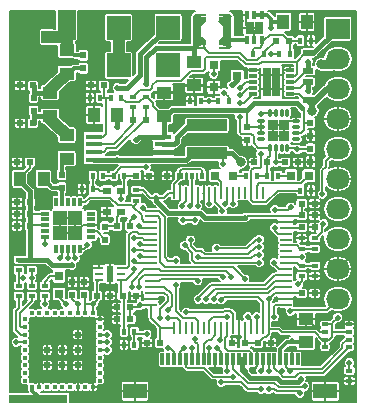
<source format=gtl>
G04 #@! TF.FileFunction,Copper,L1,Top,Signal*
%FSLAX46Y46*%
G04 Gerber Fmt 4.6, Leading zero omitted, Abs format (unit mm)*
G04 Created by KiCad (PCBNEW 4.0.2+dfsg1-stable) date Di 23 Mai 2017 03:16:38 CEST*
%MOMM*%
G01*
G04 APERTURE LIST*
%ADD10C,0.100000*%
%ADD11R,0.300000X1.000000*%
%ADD12R,2.000000X1.300000*%
%ADD13R,0.300000X0.400000*%
%ADD14R,0.400000X0.300000*%
%ADD15R,0.500000X0.500000*%
%ADD16R,0.800100X0.800100*%
%ADD17R,0.600000X0.500000*%
%ADD18R,0.400000X0.600000*%
%ADD19R,2.000000X2.000000*%
%ADD20O,0.750000X0.300000*%
%ADD21O,0.300000X0.750000*%
%ADD22R,0.900000X0.900000*%
%ADD23R,0.500000X0.600000*%
%ADD24R,0.800000X0.600000*%
%ADD25R,1.250000X1.000000*%
%ADD26R,0.600000X0.400000*%
%ADD27R,0.300000X0.730000*%
%ADD28R,0.730000X0.300000*%
%ADD29R,1.250000X1.250000*%
%ADD30R,0.900000X0.500000*%
%ADD31R,1.450000X0.450000*%
%ADD32R,0.500000X0.350000*%
%ADD33R,1.000000X1.250000*%
%ADD34R,0.650000X0.300000*%
%ADD35R,0.775000X1.240000*%
%ADD36R,0.350000X0.650000*%
%ADD37R,0.800000X1.000000*%
%ADD38R,0.797560X0.797560*%
%ADD39R,0.762000X2.540000*%
%ADD40R,0.889000X0.254000*%
%ADD41R,0.381000X0.444500*%
%ADD42R,1.500000X2.500000*%
%ADD43R,0.700000X0.250000*%
%ADD44R,0.610000X0.710000*%
%ADD45R,2.200000X1.050000*%
%ADD46R,1.050000X1.000000*%
%ADD47R,3.400000X0.980000*%
%ADD48R,0.250000X1.000000*%
%ADD49R,1.000000X0.250000*%
%ADD50R,2.032000X1.727200*%
%ADD51O,2.032000X1.727200*%
%ADD52R,5.000000X0.700000*%
%ADD53C,0.500000*%
%ADD54C,0.800000*%
%ADD55C,0.200000*%
%ADD56C,0.400000*%
%ADD57C,0.500000*%
%ADD58C,0.300000*%
%ADD59C,0.350000*%
%ADD60C,1.000000*%
%ADD61C,0.800000*%
%ADD62C,0.140000*%
G04 APERTURE END LIST*
D10*
D11*
X60250000Y-120700000D03*
X60750000Y-120700000D03*
X61250000Y-120700000D03*
X61750000Y-120700000D03*
X62250000Y-120700000D03*
X62750000Y-120700000D03*
X63250000Y-120700000D03*
X63750000Y-120700000D03*
X64250000Y-120700000D03*
X64750000Y-120700000D03*
X65250000Y-120700000D03*
X65750000Y-120700000D03*
X66250000Y-120700000D03*
X66750000Y-120700000D03*
X67250000Y-120700000D03*
X67750000Y-120700000D03*
X68250000Y-120700000D03*
X68750000Y-120700000D03*
X69250000Y-120700000D03*
X69750000Y-120700000D03*
X70250000Y-120700000D03*
X70750000Y-120700000D03*
X71250000Y-120700000D03*
X71750000Y-120700000D03*
D12*
X57950000Y-123400000D03*
X74050000Y-123400000D03*
D13*
X49200000Y-123050000D03*
X49850000Y-123050000D03*
X50500000Y-123050000D03*
X51150000Y-123050000D03*
X51800000Y-123050000D03*
X52450000Y-123050000D03*
X53100000Y-123050000D03*
X53750000Y-123050000D03*
X54400000Y-123050000D03*
D14*
X54950000Y-121850000D03*
X54950000Y-121200000D03*
X54950000Y-120550000D03*
X54950000Y-119900000D03*
X54950000Y-119250000D03*
X54950000Y-118600000D03*
X54950000Y-117950000D03*
X54950000Y-117300000D03*
D13*
X54400000Y-116750000D03*
D14*
X54950000Y-122500000D03*
D13*
X53750000Y-116750000D03*
X53100000Y-116750000D03*
X52450000Y-116750000D03*
X51800000Y-116750000D03*
X51150000Y-116750000D03*
X50500000Y-116750000D03*
X49850000Y-116750000D03*
X49200000Y-116750000D03*
D14*
X48650000Y-117300000D03*
X48650000Y-117950000D03*
X48650000Y-118600000D03*
X48650000Y-119250000D03*
X48650000Y-119900000D03*
X48650000Y-120550000D03*
X48650000Y-121200000D03*
X48650000Y-121850000D03*
X48650000Y-122500000D03*
D15*
X51800000Y-119900000D03*
X51800000Y-121200000D03*
X50500000Y-119900000D03*
X50500000Y-121200000D03*
X53100000Y-119900000D03*
X53100000Y-121200000D03*
X53100000Y-118600000D03*
D16*
X64599240Y-95750000D03*
X64599240Y-97650000D03*
X66598220Y-96700000D03*
D17*
X73150000Y-115100000D03*
X72050000Y-115100000D03*
D18*
X55000000Y-98550000D03*
X54100000Y-98550000D03*
D19*
X56550000Y-95800000D03*
X60750000Y-95800000D03*
D18*
X63500000Y-98850000D03*
X62600000Y-98850000D03*
D20*
X68625000Y-100550000D03*
X68625000Y-101050000D03*
X68625000Y-101550000D03*
X68625000Y-102050000D03*
D21*
X69350000Y-102775000D03*
X69850000Y-102775000D03*
X70350000Y-102775000D03*
X70850000Y-102775000D03*
D20*
X71575000Y-102050000D03*
X71575000Y-101550000D03*
X71575000Y-101050000D03*
X71575000Y-100550000D03*
D21*
X70850000Y-99825000D03*
X70350000Y-99825000D03*
X69850000Y-99825000D03*
X69350000Y-99825000D03*
D22*
X70550000Y-101750000D03*
X70550000Y-100850000D03*
X69650000Y-101750000D03*
X69650000Y-100850000D03*
D23*
X67400000Y-101050000D03*
X67400000Y-102150000D03*
D24*
X56800000Y-108200000D03*
X55600000Y-108200000D03*
X56800000Y-106400000D03*
X55600000Y-106400000D03*
D25*
X72400000Y-117250000D03*
X72400000Y-119250000D03*
D26*
X57800000Y-99350000D03*
X57800000Y-98450000D03*
D27*
X53250000Y-107385000D03*
X52750000Y-107385000D03*
X52250000Y-107385000D03*
X51750000Y-107385000D03*
X51250000Y-107385000D03*
D28*
X50285000Y-108350000D03*
X50285000Y-108850000D03*
X50285000Y-109350000D03*
X50285000Y-109850000D03*
X50285000Y-110350000D03*
D27*
X51250000Y-111315000D03*
X51750000Y-111315000D03*
X52250000Y-111315000D03*
X52750000Y-111315000D03*
X53250000Y-111315000D03*
D28*
X54215000Y-110350000D03*
X54215000Y-109850000D03*
X54215000Y-109350000D03*
X54215000Y-108850000D03*
X54215000Y-108350000D03*
D29*
X51625000Y-109975000D03*
X52875000Y-109975000D03*
X51625000Y-108725000D03*
X52875000Y-108725000D03*
D23*
X52650000Y-115250000D03*
X52650000Y-114150000D03*
D18*
X54350000Y-106250000D03*
X53450000Y-106250000D03*
D30*
X72600000Y-94750000D03*
X72600000Y-96250000D03*
D17*
X56900000Y-115300000D03*
X58000000Y-115300000D03*
D31*
X60350000Y-103775000D03*
X60350000Y-103125000D03*
X60350000Y-102475000D03*
X60350000Y-101825000D03*
X54450000Y-101825000D03*
X54450000Y-102475000D03*
X54450000Y-103125000D03*
X54450000Y-103775000D03*
D17*
X56400000Y-109400000D03*
X57500000Y-109400000D03*
D32*
X74025000Y-117725000D03*
X74025000Y-118375000D03*
X74025000Y-119025000D03*
X74025000Y-119675000D03*
X76075000Y-117725000D03*
X76075000Y-118375000D03*
X76075000Y-119025000D03*
X76075000Y-119675000D03*
D26*
X58050000Y-107250000D03*
X58050000Y-106350000D03*
D18*
X71950000Y-93700000D03*
X72850000Y-93700000D03*
D17*
X69850000Y-93700000D03*
X70950000Y-93700000D03*
D33*
X56450000Y-100000000D03*
X54450000Y-100000000D03*
D34*
X71050000Y-98200000D03*
X71050000Y-97700000D03*
X71050000Y-97200000D03*
X71050000Y-96700000D03*
X71050000Y-96200000D03*
X67950000Y-96200000D03*
X67950000Y-96700000D03*
X67950000Y-97200000D03*
X67950000Y-97700000D03*
X67950000Y-98200000D03*
D35*
X69112500Y-96580000D03*
X69112500Y-97820000D03*
X69887500Y-96580000D03*
X69887500Y-97820000D03*
D17*
X57800000Y-100400000D03*
X58900000Y-100400000D03*
D26*
X58900000Y-99350000D03*
X58900000Y-98450000D03*
D17*
X49050000Y-108400000D03*
X47950000Y-108400000D03*
X67250000Y-119300000D03*
X66150000Y-119300000D03*
D26*
X49200000Y-112250000D03*
X49200000Y-113150000D03*
D18*
X68250000Y-105150000D03*
X67350000Y-105150000D03*
D17*
X58050000Y-105150000D03*
X59150000Y-105150000D03*
D26*
X48100000Y-114450000D03*
X48100000Y-115350000D03*
X50300000Y-114450000D03*
X50300000Y-115350000D03*
X48100000Y-112250000D03*
X48100000Y-113150000D03*
D36*
X67400000Y-93650000D03*
X68050000Y-93650000D03*
X68700000Y-93650000D03*
X68700000Y-91550000D03*
X68050000Y-91550000D03*
X67400000Y-91550000D03*
D37*
X68450000Y-92600000D03*
X67650000Y-92600000D03*
D17*
X55300000Y-97500000D03*
X54200000Y-97500000D03*
D33*
X72500000Y-92100000D03*
X70500000Y-92100000D03*
D25*
X62950000Y-95500000D03*
X62950000Y-97500000D03*
D23*
X72800000Y-100650000D03*
X72800000Y-101750000D03*
D17*
X69150000Y-104000000D03*
X68050000Y-104000000D03*
X70650000Y-104000000D03*
X71750000Y-104000000D03*
D23*
X72800000Y-102850000D03*
X72800000Y-103950000D03*
D17*
X49050000Y-107400000D03*
X47950000Y-107400000D03*
X49050000Y-109400000D03*
X47950000Y-109400000D03*
D23*
X55400000Y-109450000D03*
X55400000Y-110550000D03*
D17*
X49050000Y-104000000D03*
X47950000Y-104000000D03*
D23*
X51750000Y-105050000D03*
X51750000Y-106150000D03*
X53650000Y-115250000D03*
X53650000Y-114150000D03*
D17*
X68350000Y-119300000D03*
X69450000Y-119300000D03*
X73150000Y-108500000D03*
X72050000Y-108500000D03*
X58950000Y-119300000D03*
X60050000Y-119300000D03*
X73150000Y-107500000D03*
X72050000Y-107500000D03*
X60650000Y-105150000D03*
X61750000Y-105150000D03*
X56450000Y-116300000D03*
X57550000Y-116300000D03*
D38*
X71150700Y-105150000D03*
X72649300Y-105150000D03*
X66249300Y-105150000D03*
X64750700Y-105150000D03*
X51500000Y-115149300D03*
X51500000Y-113650700D03*
D18*
X56800000Y-98550000D03*
X55900000Y-98550000D03*
D26*
X73150000Y-110450000D03*
X73150000Y-111350000D03*
X72050000Y-111350000D03*
X72050000Y-110450000D03*
D18*
X57900000Y-119450000D03*
X57000000Y-119450000D03*
X68850000Y-94800000D03*
X67950000Y-94800000D03*
D30*
X72600000Y-98700000D03*
X72600000Y-97200000D03*
D18*
X56150000Y-105150000D03*
X57050000Y-105150000D03*
D25*
X60400000Y-100100000D03*
X60400000Y-98100000D03*
D18*
X65900000Y-98850000D03*
X65000000Y-98850000D03*
X55250000Y-105150000D03*
X54350000Y-105150000D03*
D39*
X65770000Y-92900000D03*
X63230000Y-92900000D03*
D40*
X65452500Y-94297000D03*
X65452500Y-91503000D03*
X63547500Y-94297000D03*
X63547500Y-91503000D03*
D41*
X65198500Y-91852250D03*
X63801500Y-91852250D03*
X63801500Y-93947750D03*
X65198500Y-93947750D03*
D10*
G36*
X65897000Y-91376038D02*
X66150962Y-91630000D01*
X65897000Y-91883962D01*
X65643038Y-91630000D01*
X65897000Y-91376038D01*
X65897000Y-91376038D01*
G37*
G36*
X65897000Y-93916038D02*
X66150962Y-94170000D01*
X65897000Y-94423962D01*
X65643038Y-94170000D01*
X65897000Y-93916038D01*
X65897000Y-93916038D01*
G37*
G36*
X63103000Y-93916038D02*
X63356962Y-94170000D01*
X63103000Y-94423962D01*
X62849038Y-94170000D01*
X63103000Y-93916038D01*
X63103000Y-93916038D01*
G37*
G36*
X63103000Y-91376038D02*
X63356962Y-91630000D01*
X63103000Y-91883962D01*
X62849038Y-91630000D01*
X63103000Y-91376038D01*
X63103000Y-91376038D01*
G37*
G36*
X65389000Y-91693737D02*
X65769763Y-92074500D01*
X65389000Y-92455263D01*
X65008237Y-92074500D01*
X65389000Y-91693737D01*
X65389000Y-91693737D01*
G37*
G36*
X65389000Y-93344737D02*
X65769763Y-93725500D01*
X65389000Y-94106263D01*
X65008237Y-93725500D01*
X65389000Y-93344737D01*
X65389000Y-93344737D01*
G37*
G36*
X63611000Y-93344737D02*
X63991763Y-93725500D01*
X63611000Y-94106263D01*
X63230237Y-93725500D01*
X63611000Y-93344737D01*
X63611000Y-93344737D01*
G37*
G36*
X63611000Y-91693737D02*
X63991763Y-92074500D01*
X63611000Y-92455263D01*
X63230237Y-92074500D01*
X63611000Y-91693737D01*
X63611000Y-91693737D01*
G37*
D26*
X73150000Y-112750000D03*
X73150000Y-113650000D03*
X72050000Y-113650000D03*
X72050000Y-112750000D03*
D18*
X57000000Y-118350000D03*
X57900000Y-118350000D03*
X69150000Y-105150000D03*
X70050000Y-105150000D03*
X63650000Y-105150000D03*
X62750000Y-105150000D03*
X71050000Y-94800000D03*
X70150000Y-94800000D03*
D26*
X49200000Y-114450000D03*
X49200000Y-115350000D03*
X76100000Y-121650000D03*
X76100000Y-122550000D03*
D23*
X49350000Y-99650000D03*
X49350000Y-98550000D03*
D17*
X49300000Y-97500000D03*
X48200000Y-97500000D03*
D23*
X53550000Y-96050000D03*
X53550000Y-94950000D03*
D33*
X50200000Y-105400000D03*
X48200000Y-105400000D03*
D25*
X52150000Y-101700000D03*
X52150000Y-103700000D03*
X50750000Y-98100000D03*
X50750000Y-100100000D03*
X52150000Y-94500000D03*
X52150000Y-96500000D03*
D17*
X49300000Y-100700000D03*
X48200000Y-100700000D03*
D42*
X52150000Y-92350000D03*
D43*
X56725000Y-113945000D03*
X56725000Y-113445000D03*
X56725000Y-112945000D03*
X54875000Y-112945000D03*
X54875000Y-113445000D03*
X54875000Y-113945000D03*
D44*
X55800000Y-113090000D03*
X55800000Y-113800000D03*
D45*
X49000000Y-91925000D03*
X49000000Y-94875000D03*
D46*
X50525000Y-93400000D03*
D47*
X64036470Y-100869206D03*
X64036470Y-103239206D03*
D17*
X73150000Y-109500000D03*
X72050000Y-109500000D03*
X56450000Y-117300000D03*
X57550000Y-117300000D03*
X54700000Y-115300000D03*
X55800000Y-115300000D03*
D19*
X60750000Y-92600000D03*
X56550000Y-92600000D03*
D18*
X71950000Y-106400000D03*
X72850000Y-106400000D03*
D48*
X61250000Y-118000000D03*
X61750000Y-118000000D03*
X62250000Y-118000000D03*
X62750000Y-118000000D03*
X63250000Y-118000000D03*
X63750000Y-118000000D03*
X64250000Y-118000000D03*
X64750000Y-118000000D03*
X65250000Y-118000000D03*
X65750000Y-118000000D03*
X66250000Y-118000000D03*
X66750000Y-118000000D03*
X67250000Y-118000000D03*
X67750000Y-118000000D03*
X68250000Y-118000000D03*
X68750000Y-118000000D03*
D49*
X70700000Y-116050000D03*
X70700000Y-115550000D03*
X70700000Y-115050000D03*
X70700000Y-114550000D03*
X70700000Y-114050000D03*
X70700000Y-113550000D03*
X70700000Y-113050000D03*
X70700000Y-112550000D03*
X70700000Y-112050000D03*
X70700000Y-111550000D03*
X70700000Y-111050000D03*
X70700000Y-110550000D03*
X70700000Y-110050000D03*
X70700000Y-109550000D03*
X70700000Y-109050000D03*
X70700000Y-108550000D03*
D48*
X68750000Y-106600000D03*
X68250000Y-106600000D03*
X67750000Y-106600000D03*
X67250000Y-106600000D03*
X66750000Y-106600000D03*
X66250000Y-106600000D03*
X65750000Y-106600000D03*
X65250000Y-106600000D03*
X64750000Y-106600000D03*
X64250000Y-106600000D03*
X63750000Y-106600000D03*
X63250000Y-106600000D03*
X62750000Y-106600000D03*
X62250000Y-106600000D03*
X61750000Y-106600000D03*
X61250000Y-106600000D03*
D49*
X59300000Y-108550000D03*
X59300000Y-109050000D03*
X59300000Y-109550000D03*
X59300000Y-110050000D03*
X59300000Y-110550000D03*
X59300000Y-111050000D03*
X59300000Y-111550000D03*
X59300000Y-112050000D03*
X59300000Y-112550000D03*
X59300000Y-113050000D03*
X59300000Y-113550000D03*
X59300000Y-114050000D03*
X59300000Y-114550000D03*
X59300000Y-115050000D03*
X59300000Y-115550000D03*
X59300000Y-116050000D03*
D50*
X75100000Y-92700000D03*
D51*
X75100000Y-95240000D03*
X75100000Y-97780000D03*
X75100000Y-100320000D03*
X75100000Y-102860000D03*
X75100000Y-105400000D03*
X75100000Y-107940000D03*
X75100000Y-110480000D03*
X75100000Y-113020000D03*
X75100000Y-115560000D03*
D52*
X49750000Y-124050000D03*
D53*
X58400000Y-116100000D03*
X75100000Y-117150000D03*
X69250000Y-115600000D03*
X52600000Y-112700000D03*
X58900009Y-104400000D03*
X58900000Y-97400000D03*
X59750000Y-107000000D03*
X67250000Y-108700000D03*
X53100000Y-116000000D03*
X60950000Y-107550000D03*
X76200000Y-111550000D03*
X64650000Y-109350000D03*
X64650000Y-108150000D03*
X61400000Y-111550000D03*
X61350000Y-108900000D03*
X69750000Y-111650000D03*
X69100000Y-108050990D03*
X62500000Y-114600000D03*
X73150000Y-114350000D03*
X64750000Y-121650000D03*
X71100000Y-117250000D03*
X54200000Y-96800000D03*
X53450000Y-100000000D03*
X61600000Y-98850000D03*
X65500000Y-96550000D03*
X65500000Y-97450000D03*
X65000000Y-102000000D03*
X63500000Y-102000000D03*
X67400000Y-103000000D03*
X58950000Y-120000000D03*
X55750000Y-116300000D03*
X60200000Y-115549010D03*
X74800000Y-119500000D03*
X76100000Y-123200000D03*
X74300000Y-117000000D03*
X75300000Y-117800000D03*
X69800000Y-118650000D03*
X66750000Y-117100000D03*
X67950000Y-121650000D03*
X71250000Y-119800010D03*
X73150000Y-112050000D03*
X57300000Y-103000000D03*
X59200000Y-103000000D03*
X67650000Y-92600000D03*
X68450000Y-92600000D03*
X69100000Y-109050000D03*
X61600000Y-98100000D03*
X59900000Y-105150000D03*
X52700000Y-106250000D03*
X55600000Y-107500000D03*
X54300000Y-122500000D03*
X53100000Y-122500000D03*
X53650000Y-113350000D03*
X52653979Y-113347757D03*
X55800000Y-113800000D03*
X55800000Y-113100051D03*
X52875000Y-108725000D03*
X51625000Y-108725000D03*
X51625000Y-109975000D03*
X52875000Y-109975000D03*
X69887500Y-96580000D03*
X69887500Y-97820000D03*
X69112500Y-97820000D03*
X69112500Y-96580000D03*
X70600000Y-101800000D03*
X70600000Y-100800000D03*
X69600000Y-100800000D03*
X69600000Y-101800000D03*
X73550000Y-101800000D03*
X73550000Y-103950000D03*
X54950000Y-116750000D03*
X48200000Y-96700000D03*
X48200000Y-99900000D03*
X48200000Y-98300000D03*
X48200000Y-101500000D03*
X49850000Y-122500000D03*
X47950000Y-103200000D03*
X47950000Y-110200000D03*
X47950000Y-106600000D03*
X51150000Y-119250000D03*
X52450000Y-119250000D03*
X52450000Y-120550000D03*
X51150000Y-120550000D03*
X65400000Y-104150000D03*
X65500000Y-98100000D03*
D54*
X66900000Y-104000000D03*
D53*
X56450000Y-103775000D03*
X56450000Y-101000000D03*
X56450000Y-97700000D03*
X73900000Y-109200000D03*
D54*
X72950000Y-99650000D03*
D53*
X66800000Y-100200010D03*
X66800000Y-99000000D03*
X71250000Y-119150000D03*
X69900000Y-104000000D03*
X67250000Y-121650000D03*
X72000000Y-122350000D03*
X71700000Y-102900000D03*
X61400000Y-112350000D03*
X58600000Y-107850000D03*
X61400000Y-114400000D03*
X57850000Y-108600000D03*
X58250000Y-109400000D03*
X56800000Y-107100000D03*
X58250000Y-109400000D03*
X57900000Y-110400000D03*
X50300000Y-110900000D03*
X57900000Y-111400000D03*
X51599997Y-112100000D03*
X58350000Y-111900000D03*
X52250000Y-112100000D03*
X57900000Y-112400000D03*
X52900000Y-112100000D03*
X58350000Y-110900000D03*
X53900000Y-111000000D03*
X71050000Y-121650000D03*
X65400000Y-113700000D03*
X66800000Y-97700000D03*
X58300000Y-114550000D03*
X48500000Y-113800000D03*
X64600000Y-115600000D03*
X63050000Y-118950000D03*
X72300000Y-122950000D03*
X69750000Y-112500000D03*
X64900000Y-119750000D03*
X63300000Y-115600000D03*
X75100000Y-107940000D03*
X65750000Y-117100000D03*
X64850000Y-111300000D03*
X68450000Y-110550000D03*
X58950000Y-118550000D03*
X62300000Y-116700000D03*
X55600000Y-118600000D03*
X60700000Y-116550000D03*
X55600000Y-119250000D03*
X60050000Y-117200000D03*
X69800000Y-108049990D03*
X73800000Y-106700000D03*
X71150000Y-107800000D03*
X69800000Y-109550000D03*
X70350000Y-121650000D03*
X66050000Y-113700000D03*
X66800000Y-98350000D03*
X57650000Y-114550000D03*
X49200000Y-113800000D03*
X67250000Y-113900000D03*
X71100000Y-116600000D03*
X75100000Y-110480000D03*
X68450000Y-111200000D03*
X62650000Y-110600000D03*
X61950000Y-107700000D03*
X65350000Y-108150000D03*
X65750000Y-121650000D03*
X62100000Y-119750000D03*
X68250000Y-117100000D03*
X62750990Y-119750000D03*
X67500000Y-117100000D03*
X60750000Y-119750000D03*
X65250000Y-115650000D03*
X66200000Y-122150000D03*
X69750000Y-117100000D03*
X64250000Y-119750000D03*
X63950000Y-115600000D03*
X66150000Y-97500000D03*
X72599990Y-98000000D03*
X68600000Y-103300000D03*
X68600000Y-99900000D03*
X49600000Y-123750000D03*
X55600000Y-119900000D03*
X60700000Y-117200000D03*
X63250000Y-107700000D03*
X62600000Y-107700000D03*
X64600000Y-96550000D03*
X64250000Y-98850000D03*
X66250003Y-107500000D03*
X76100000Y-121000000D03*
X63250000Y-112000000D03*
X68450000Y-111850000D03*
X63250000Y-114050000D03*
X65600000Y-107500000D03*
X69500000Y-94800000D03*
X62000000Y-108900000D03*
X63000019Y-108900000D03*
X64250000Y-107500000D03*
X62150000Y-111050000D03*
X68450000Y-112500000D03*
X71750000Y-114350000D03*
X60700000Y-96400000D03*
D54*
X73700000Y-95700000D03*
D53*
X52100000Y-116000000D03*
X54400000Y-116000000D03*
X69500000Y-92600000D03*
X58000000Y-102100000D03*
X57900000Y-113050000D03*
X72100000Y-99400000D03*
X72600000Y-95500000D03*
X50300000Y-116000000D03*
X47900000Y-119250000D03*
X69250000Y-123200000D03*
X71900000Y-123550000D03*
X69250000Y-121650000D03*
X72050000Y-112050000D03*
X65250000Y-122650000D03*
X68600000Y-123200000D03*
X68600000Y-121650000D03*
X65100000Y-119050000D03*
D55*
X59750000Y-107000000D02*
X60400000Y-107000000D01*
X61250000Y-106600000D02*
X60800000Y-106600000D01*
X60800000Y-106600000D02*
X60400000Y-107000000D01*
X61750000Y-105150000D02*
X61750000Y-104750000D01*
X61899001Y-104600999D02*
X63500999Y-104600999D01*
X61750000Y-104750000D02*
X61899001Y-104600999D01*
X63500999Y-104600999D02*
X63650000Y-104750000D01*
X63650000Y-104750000D02*
X63650000Y-105150000D01*
X61250000Y-105850000D02*
X61750000Y-105350000D01*
X61750000Y-105350000D02*
X61750000Y-105150000D01*
X61250000Y-106600000D02*
X61250000Y-105850000D01*
D56*
X59750000Y-107000000D02*
X59750000Y-107296428D01*
X59750000Y-107296428D02*
X60754571Y-108300999D01*
X63450999Y-108300999D02*
X63900000Y-108750000D01*
X60754571Y-108300999D02*
X63450999Y-108300999D01*
X63900000Y-108750000D02*
X67200000Y-108750000D01*
X67200000Y-108750000D02*
X67250000Y-108700000D01*
D55*
X70700000Y-115050000D02*
X69800000Y-115050000D01*
X69800000Y-115050000D02*
X69250000Y-115600000D01*
X69249010Y-118200000D02*
X69249010Y-115600990D01*
X69249010Y-115600990D02*
X69250000Y-115600000D01*
X57550000Y-117300000D02*
X57550000Y-116300000D01*
X57550000Y-116300000D02*
X58200000Y-116300000D01*
X58200000Y-116300000D02*
X58400000Y-116100000D01*
X59600000Y-117488522D02*
X60111478Y-118000000D01*
X59300000Y-116050000D02*
X59300000Y-117188522D01*
X59300000Y-117188522D02*
X59600000Y-117488522D01*
X59300000Y-116050000D02*
X58450000Y-116050000D01*
X58450000Y-116050000D02*
X58400000Y-116100000D01*
X73176798Y-118400000D02*
X73801798Y-119025000D01*
X69298011Y-118150999D02*
X70100000Y-118150999D01*
X73176798Y-118400000D02*
X70349001Y-118400000D01*
X70349001Y-118400000D02*
X70100000Y-118150999D01*
X69249010Y-118200000D02*
X69298011Y-118150999D01*
X73801798Y-119025000D02*
X74025000Y-119025000D01*
X69249010Y-118574192D02*
X69249010Y-118200000D01*
X74025000Y-117725000D02*
X74525000Y-117725000D01*
X74525000Y-117725000D02*
X74600000Y-117650000D01*
X74600000Y-118800000D02*
X74600000Y-118400000D01*
X74600000Y-118400000D02*
X74600000Y-117650000D01*
X76075000Y-118375000D02*
X74625000Y-118375000D01*
X74625000Y-118375000D02*
X74600000Y-118400000D01*
X74600000Y-117650000D02*
X75100000Y-117150000D01*
X68350000Y-119300000D02*
X68849001Y-118800999D01*
X68849001Y-118800999D02*
X69022203Y-118800999D01*
X69022203Y-118800999D02*
X69249010Y-118574192D01*
X67250000Y-119300000D02*
X68350000Y-119300000D01*
X67250000Y-118000000D02*
X67250000Y-119300000D01*
X74375000Y-119025000D02*
X74600000Y-118800000D01*
X74025000Y-119025000D02*
X74375000Y-119025000D01*
X74025000Y-119675000D02*
X74025000Y-119025000D01*
X60050000Y-119300000D02*
X60050000Y-118061478D01*
X60050000Y-118061478D02*
X60111478Y-118000000D01*
X61250000Y-118000000D02*
X60111478Y-118000000D01*
X69850000Y-93700000D02*
X68850000Y-94700000D01*
X68850000Y-94700000D02*
X68850000Y-94800000D01*
X68850000Y-94800000D02*
X68299999Y-95350001D01*
X68299999Y-95350001D02*
X67450001Y-95350001D01*
X67450001Y-95350001D02*
X66849990Y-94749990D01*
X66849990Y-94749990D02*
X66549990Y-94749990D01*
X66549990Y-94749990D02*
X66549939Y-94749939D01*
X66549939Y-94749939D02*
X64249939Y-94749939D01*
X64249939Y-94749939D02*
X63801500Y-94301500D01*
X63801500Y-94301500D02*
X63801500Y-93947750D01*
D56*
X49050000Y-109400000D02*
X49050000Y-112100000D01*
X49050000Y-112100000D02*
X49200000Y-112250000D01*
X48100000Y-112250000D02*
X49200000Y-112250000D01*
X52600000Y-112700000D02*
X50950000Y-112700000D01*
X50950000Y-112700000D02*
X50500000Y-112250000D01*
X50500000Y-112250000D02*
X49200000Y-112250000D01*
D55*
X58750000Y-116050000D02*
X59300000Y-116050000D01*
X59750000Y-107000000D02*
X59400000Y-107000000D01*
X58600000Y-106350000D02*
X59250000Y-107000000D01*
X59250000Y-107000000D02*
X59400000Y-107000000D01*
X58050000Y-106350000D02*
X58600000Y-106350000D01*
D56*
X58900000Y-97400000D02*
X58900000Y-95100000D01*
X58900000Y-95100000D02*
X59700000Y-94300000D01*
X59700000Y-94300000D02*
X62973000Y-94300000D01*
X62973000Y-94300000D02*
X63103000Y-94170000D01*
D55*
X70700000Y-108550000D02*
X67400000Y-108550000D01*
X67400000Y-108550000D02*
X67250000Y-108700000D01*
X52650000Y-115250000D02*
X52650000Y-115550000D01*
X52650000Y-115550000D02*
X53100000Y-116000000D01*
X53100000Y-116750000D02*
X53100000Y-116000000D01*
X70700000Y-115050000D02*
X72000000Y-115050000D01*
X72000000Y-115050000D02*
X72050000Y-115100000D01*
X70700000Y-108550000D02*
X72000000Y-108550000D01*
X72000000Y-108550000D02*
X72050000Y-108500000D01*
X72050000Y-107500000D02*
X72050000Y-108500000D01*
X58900009Y-104400000D02*
X56800000Y-104400000D01*
X56800000Y-104400000D02*
X56150000Y-105050000D01*
X56150000Y-105050000D02*
X56150000Y-105150000D01*
X56150000Y-105150000D02*
X56150000Y-105099998D01*
D56*
X62950000Y-95500000D02*
X62950000Y-94323000D01*
X62950000Y-94323000D02*
X63103000Y-94170000D01*
D55*
X56150000Y-105150000D02*
X55250000Y-105150000D01*
X63650000Y-105296862D02*
X63650000Y-105150000D01*
X58900000Y-116050000D02*
X59300000Y-116050000D01*
X49050000Y-104450000D02*
X48200000Y-105300000D01*
X48200000Y-105300000D02*
X48200000Y-105400000D01*
X49050000Y-104000000D02*
X49050000Y-104450000D01*
D56*
X49050000Y-106450000D02*
X48200000Y-105600000D01*
X48200000Y-105600000D02*
X48200000Y-105400000D01*
X49050000Y-107200000D02*
X49050000Y-106450000D01*
X49050000Y-108200000D02*
X49050000Y-107200000D01*
X49050000Y-108200000D02*
X49050000Y-109200000D01*
D55*
X50285000Y-108350000D02*
X49200000Y-108350000D01*
X49200000Y-108350000D02*
X49050000Y-108200000D01*
X50285000Y-109350000D02*
X49200000Y-109350000D01*
X49200000Y-109350000D02*
X49050000Y-109200000D01*
X60650000Y-105150000D02*
X59900000Y-105150000D01*
X61750000Y-106600000D02*
X61750000Y-107173202D01*
X61750000Y-107173202D02*
X61373202Y-107550000D01*
X61373202Y-107550000D02*
X60950000Y-107550000D01*
X64161478Y-108150000D02*
X64650000Y-108150000D01*
X64161478Y-108150000D02*
X63750000Y-107738522D01*
X63750000Y-107738522D02*
X63750000Y-106600000D01*
X76200000Y-111550000D02*
X76200000Y-111920000D01*
X76200000Y-111920000D02*
X75100000Y-113020000D01*
X69100000Y-109050000D02*
X69100000Y-111000000D01*
X69100000Y-111000000D02*
X69750000Y-111650000D01*
X70700000Y-109050000D02*
X69100000Y-109050000D01*
X64750000Y-120700000D02*
X64750000Y-121650000D01*
X72400000Y-117250000D02*
X71100000Y-117250000D01*
X72800000Y-101750000D02*
X73500000Y-101750000D01*
X73500000Y-101750000D02*
X73550000Y-101800000D01*
X54200000Y-97500000D02*
X54200000Y-96800000D01*
X54450000Y-100000000D02*
X53450000Y-100000000D01*
X61200000Y-98100000D02*
X61600000Y-98100000D01*
X62600000Y-98850000D02*
X61600000Y-98850000D01*
X65500000Y-97450000D02*
X65500000Y-96550000D01*
X64599240Y-97650000D02*
X65211478Y-97650000D01*
X65211478Y-97650000D02*
X65260479Y-97600999D01*
X65260479Y-97600999D02*
X65349001Y-97600999D01*
X65349001Y-97600999D02*
X65500000Y-97450000D01*
D56*
X63500000Y-102000000D02*
X65000000Y-102000000D01*
X60350000Y-103125000D02*
X61430200Y-103125000D01*
X61430200Y-103125000D02*
X62555200Y-102000000D01*
X62555200Y-102000000D02*
X63500000Y-102000000D01*
D55*
X67400000Y-102150000D02*
X67400000Y-103000000D01*
X58950000Y-119300000D02*
X58950000Y-120000000D01*
X56450000Y-116300000D02*
X55750000Y-116300000D01*
X59300000Y-115550000D02*
X60199010Y-115550000D01*
X60199010Y-115550000D02*
X60200000Y-115549010D01*
X73645372Y-118375000D02*
X72520372Y-117250000D01*
X72520372Y-117250000D02*
X72400000Y-117250000D01*
X74025000Y-118375000D02*
X73645372Y-118375000D01*
X76100000Y-122550000D02*
X76100000Y-123200000D01*
X72400000Y-117250000D02*
X74050000Y-117250000D01*
X74050000Y-117250000D02*
X74300000Y-117000000D01*
X76075000Y-117725000D02*
X75375000Y-117725000D01*
X75375000Y-117725000D02*
X75300000Y-117800000D01*
X69450000Y-119300000D02*
X69450000Y-119000000D01*
X69450000Y-119000000D02*
X69800000Y-118650000D01*
X68250000Y-120700000D02*
X68250000Y-121261478D01*
X68250000Y-121261478D02*
X67950000Y-121561478D01*
X67950000Y-121561478D02*
X67950000Y-121650000D01*
X66750000Y-118000000D02*
X66750000Y-117100000D01*
X71250000Y-120700000D02*
X71250000Y-119800010D01*
X75100000Y-113020000D02*
X74130000Y-112050000D01*
X74130000Y-112050000D02*
X73150000Y-112050000D01*
D56*
X59200000Y-103000000D02*
X57300000Y-103000000D01*
X60350000Y-103125000D02*
X59325000Y-103125000D01*
X59325000Y-103125000D02*
X59200000Y-103000000D01*
D55*
X67350000Y-91550000D02*
X67350000Y-92350000D01*
X67350000Y-92350000D02*
X67600000Y-92600000D01*
X68050000Y-93650000D02*
X68050000Y-93000000D01*
X68050000Y-93000000D02*
X68450000Y-92600000D01*
X73150000Y-115100000D02*
X73150000Y-114350000D01*
X60400000Y-98100000D02*
X61200000Y-98100000D01*
X59150000Y-105150000D02*
X59900000Y-105150000D01*
X48200000Y-98300000D02*
X48200000Y-97500000D01*
X48200000Y-96700000D02*
X48200000Y-97500000D01*
X48200000Y-99900000D02*
X48200000Y-100700000D01*
X48200000Y-101500000D02*
X48200000Y-100700000D01*
X53450000Y-106250000D02*
X52700000Y-106250000D01*
X55600000Y-108200000D02*
X55600000Y-107500000D01*
X54400000Y-123050000D02*
X54400000Y-122600000D01*
X54400000Y-122600000D02*
X54300000Y-122500000D01*
X53100000Y-123050000D02*
X53100000Y-122500000D01*
X53650000Y-114150000D02*
X53650000Y-113350000D01*
X52650000Y-114150000D02*
X52650000Y-113351736D01*
X52650000Y-113351736D02*
X52653979Y-113347757D01*
D56*
X55800000Y-113090000D02*
X55800000Y-113100051D01*
D55*
X72800000Y-103950000D02*
X73550000Y-103950000D01*
X54950000Y-117300000D02*
X54950000Y-116750000D01*
X47950000Y-104000000D02*
X47950000Y-103200000D01*
X47950000Y-109400000D02*
X47950000Y-110200000D01*
X47950000Y-106600000D02*
X47950000Y-107400000D01*
X49850000Y-123050000D02*
X49850000Y-122500000D01*
X71575000Y-100550000D02*
X70850000Y-100550000D01*
X70850000Y-100550000D02*
X70550000Y-100850000D01*
X54215000Y-109350000D02*
X53500000Y-109350000D01*
X53500000Y-109350000D02*
X52875000Y-109975000D01*
X50500000Y-119900000D02*
X50500000Y-120550000D01*
X50500000Y-120550000D02*
X51150000Y-120550000D01*
X52450000Y-119250000D02*
X51150000Y-119250000D01*
X52450000Y-120550000D02*
X52450000Y-119250000D01*
X51150000Y-120550000D02*
X52450000Y-120550000D01*
X51625000Y-108725000D02*
X52875000Y-108725000D01*
X51625000Y-109975000D02*
X51625000Y-108725000D01*
X52875000Y-109975000D02*
X51625000Y-109975000D01*
X64650760Y-97500000D02*
X64650000Y-97500760D01*
X75100000Y-100320000D02*
X75100000Y-100900000D01*
X56400000Y-109400000D02*
X56400000Y-108600000D01*
X56400000Y-108600000D02*
X56800000Y-108200000D01*
X56400000Y-109400000D02*
X55450000Y-109400000D01*
X55450000Y-109400000D02*
X55400000Y-109450000D01*
X56750000Y-108250000D02*
X56800000Y-108200000D01*
D56*
X64036470Y-103239206D02*
X65750000Y-103239206D01*
X65750000Y-103239206D02*
X66139206Y-103239206D01*
D55*
X65400000Y-104150000D02*
X65400000Y-103589206D01*
X65400000Y-103589206D02*
X65750000Y-103239206D01*
D56*
X62275000Y-103775000D02*
X62810794Y-103239206D01*
X62810794Y-103239206D02*
X64036470Y-103239206D01*
X60350000Y-103775000D02*
X62275000Y-103775000D01*
X66139206Y-103239206D02*
X66900000Y-104000000D01*
D55*
X65260752Y-103239206D02*
X64036470Y-103239206D01*
X65900000Y-98850000D02*
X65900000Y-98500000D01*
X65900000Y-98500000D02*
X65500000Y-98100000D01*
X71600000Y-98200000D02*
X71050000Y-98200000D01*
X72300000Y-98700000D02*
X71800000Y-98200000D01*
X71800000Y-98200000D02*
X71600000Y-98200000D01*
X72600000Y-98700000D02*
X72300000Y-98700000D01*
D57*
X72600000Y-98700000D02*
X73300000Y-98700000D01*
X72600000Y-98700000D02*
X72950000Y-99050000D01*
D56*
X56450000Y-97700000D02*
X57278202Y-97700000D01*
X57278202Y-97700000D02*
X58349990Y-96628212D01*
X58349990Y-96628212D02*
X58349990Y-94872179D01*
X58349990Y-94872179D02*
X60622169Y-92600000D01*
X60622169Y-92600000D02*
X60750000Y-92600000D01*
X54450000Y-103775000D02*
X56450000Y-103775000D01*
X56450000Y-103775000D02*
X60350000Y-103775000D01*
X56450000Y-101000000D02*
X56450000Y-100000000D01*
D55*
X73750000Y-109950000D02*
X73750000Y-109350000D01*
X73750000Y-109350000D02*
X73900000Y-109200000D01*
X73750000Y-109950000D02*
X73250000Y-110450000D01*
X73250000Y-110450000D02*
X73150000Y-110450000D01*
D57*
X74220000Y-97780000D02*
X73400000Y-98600000D01*
X73400000Y-98600000D02*
X72950000Y-99050000D01*
X73300000Y-98700000D02*
X73400000Y-98600000D01*
X75100000Y-97780000D02*
X74220000Y-97780000D01*
X72950000Y-99050000D02*
X72950000Y-99650000D01*
D55*
X55000000Y-98550000D02*
X55300000Y-98550000D01*
X55300000Y-98550000D02*
X55450000Y-98550000D01*
X55300000Y-97500000D02*
X55300000Y-98550000D01*
X55450000Y-98550000D02*
X55450000Y-101650000D01*
X55450000Y-101650000D02*
X55275000Y-101825000D01*
X55275000Y-101825000D02*
X54450000Y-101825000D01*
X55450000Y-98550000D02*
X55900000Y-98550000D01*
X70950000Y-93700000D02*
X70449999Y-93199999D01*
X70449999Y-93199999D02*
X69351799Y-93199999D01*
X69351799Y-93199999D02*
X68901798Y-93650000D01*
X68901798Y-93650000D02*
X68700000Y-93650000D01*
X68700000Y-93650000D02*
X68700000Y-94100000D01*
X68700000Y-94100000D02*
X68500000Y-94300000D01*
X70950000Y-93700000D02*
X71950000Y-93700000D01*
X71050000Y-94800000D02*
X71050000Y-93800000D01*
X71050000Y-93800000D02*
X70950000Y-93700000D01*
X67950000Y-94800000D02*
X67950000Y-94450000D01*
X67950000Y-94450000D02*
X68100000Y-94300000D01*
X68100000Y-94300000D02*
X68500000Y-94300000D01*
X66800000Y-99000000D02*
X67150000Y-99000000D01*
X67150000Y-99000000D02*
X67950000Y-98200000D01*
X66800000Y-100200010D02*
X66800000Y-101450002D01*
X67800000Y-101600000D02*
X68000000Y-101800000D01*
X66800000Y-101450002D02*
X66949998Y-101600000D01*
X68384998Y-102775000D02*
X69350000Y-102775000D01*
X66949998Y-101600000D02*
X67800000Y-101600000D01*
X68000000Y-101800000D02*
X68000000Y-102390002D01*
X68000000Y-102390002D02*
X68384998Y-102775000D01*
X69150000Y-105150000D02*
X69150000Y-104000000D01*
X69150000Y-104000000D02*
X69150000Y-103650000D01*
X69150000Y-103650000D02*
X69150000Y-103850000D01*
X69150000Y-103650000D02*
X69350000Y-103450000D01*
X69350000Y-103450000D02*
X69350000Y-102775000D01*
X68250000Y-105150000D02*
X69150000Y-105150000D01*
D58*
X70800000Y-119250000D02*
X71150000Y-119250000D01*
D55*
X71150000Y-119250000D02*
X71250000Y-119150000D01*
D58*
X72400000Y-119250000D02*
X71350000Y-119250000D01*
D55*
X71350000Y-119250000D02*
X71250000Y-119150000D01*
D58*
X70250000Y-120700000D02*
X70250000Y-119800000D01*
X70800000Y-119250000D02*
X70250000Y-119800000D01*
D55*
X69900000Y-104000000D02*
X70650000Y-104000000D01*
X69850000Y-102775000D02*
X69850000Y-103950000D01*
X69850000Y-103950000D02*
X69900000Y-104000000D01*
D56*
X67363478Y-121950000D02*
X67662479Y-122249001D01*
X67662479Y-122249001D02*
X68899001Y-122249001D01*
X68899001Y-122249001D02*
X68900000Y-122250000D01*
X68900000Y-122250000D02*
X69950000Y-122250000D01*
X69950000Y-122250000D02*
X70300000Y-122600000D01*
X70300000Y-122600000D02*
X71750000Y-122600000D01*
X71750000Y-122600000D02*
X72000000Y-122350000D01*
X67000000Y-121586522D02*
X67363478Y-121950000D01*
D55*
X67250000Y-121650000D02*
X67250000Y-121836522D01*
X67250000Y-121836522D02*
X67363478Y-121950000D01*
X67150000Y-121650000D02*
X67063478Y-121650000D01*
X67063478Y-121650000D02*
X67000000Y-121586522D01*
D56*
X67000000Y-120700000D02*
X67000000Y-121586522D01*
D58*
X66750000Y-120700000D02*
X67000000Y-120700000D01*
X67000000Y-120700000D02*
X67250000Y-120700000D01*
D55*
X71700000Y-102900000D02*
X72750000Y-102900000D01*
X72750000Y-102900000D02*
X72800000Y-102850000D01*
X70850000Y-102775000D02*
X71575000Y-102775000D01*
X71575000Y-102775000D02*
X71700000Y-102900000D01*
X54215000Y-109850000D02*
X54700000Y-109850000D01*
X54700000Y-109850000D02*
X55400000Y-110550000D01*
D58*
X51750000Y-105050000D02*
X51750000Y-104100000D01*
X51750000Y-104100000D02*
X52150000Y-103700000D01*
X51750000Y-106150000D02*
X50950000Y-106150000D01*
X50950000Y-106150000D02*
X50200000Y-105400000D01*
X51750000Y-107385000D02*
X51750000Y-106150000D01*
D55*
X55600000Y-102825010D02*
X56374990Y-102825010D01*
X55300010Y-103125000D02*
X55600000Y-102825010D01*
X54450000Y-103125000D02*
X55300010Y-103125000D01*
X56374990Y-102825010D02*
X58800000Y-100400000D01*
X58800000Y-100400000D02*
X58900000Y-100400000D01*
X58900000Y-100400000D02*
X58900000Y-99350000D01*
X61397021Y-115020361D02*
X61397021Y-116580245D01*
X61397021Y-116580245D02*
X61800000Y-116983224D01*
X61400000Y-114400000D02*
X61397020Y-114402980D01*
X61397020Y-114402980D02*
X61397021Y-115020361D01*
X60750000Y-112350000D02*
X61400000Y-112350000D01*
X59968576Y-108150000D02*
X58900000Y-108150000D01*
X60750000Y-112350000D02*
X60449010Y-112049010D01*
X60449010Y-112049010D02*
X60449010Y-108630434D01*
X60449010Y-108630434D02*
X59968576Y-108150000D01*
X58900000Y-108150000D02*
X58600000Y-107850000D01*
X63250000Y-118000000D02*
X63250000Y-117426798D01*
X63023202Y-117200000D02*
X62016776Y-117200000D01*
X63250000Y-117426798D02*
X63023202Y-117200000D01*
X62016776Y-117200000D02*
X61800000Y-116983224D01*
X57500000Y-109400000D02*
X57500000Y-108950000D01*
X57500000Y-108950000D02*
X57850000Y-108600000D01*
X59300000Y-109550000D02*
X58400000Y-109550000D01*
X58400000Y-109550000D02*
X58250000Y-109400000D01*
X57050000Y-105150000D02*
X58050000Y-105150000D01*
X57050000Y-105150000D02*
X57050000Y-106150000D01*
X57050000Y-106150000D02*
X56800000Y-106400000D01*
X56800000Y-106400000D02*
X56800000Y-107100000D01*
D56*
X61500000Y-101900000D02*
X62530794Y-100869206D01*
X62530794Y-100869206D02*
X64036470Y-100869206D01*
X61500000Y-102253202D02*
X61500000Y-101900000D01*
X61278202Y-102475000D02*
X61500000Y-102253202D01*
X61278202Y-102475000D02*
X60350000Y-102475000D01*
D55*
X57800000Y-107790002D02*
X57650000Y-107640002D01*
X57650000Y-107640002D02*
X56490002Y-107640002D01*
X53700000Y-107400000D02*
X53265000Y-107400000D01*
X56490002Y-107640002D02*
X55850000Y-107000000D01*
X55850000Y-107000000D02*
X54100000Y-107000000D01*
X54100000Y-107000000D02*
X53700000Y-107400000D01*
X53265000Y-107400000D02*
X53250000Y-107385000D01*
X58050000Y-107540002D02*
X58050000Y-107250000D01*
X58500000Y-108490002D02*
X57800000Y-107790002D01*
X58050000Y-107540002D02*
X57800000Y-107790002D01*
X59300000Y-109050000D02*
X58724998Y-109050000D01*
X58724998Y-109050000D02*
X58500000Y-108825002D01*
X58500000Y-108825002D02*
X58500000Y-108490002D01*
X58590001Y-110399999D02*
X57900001Y-110399999D01*
X57900001Y-110399999D02*
X57900000Y-110400000D01*
X50300000Y-110900000D02*
X50300000Y-110365000D01*
X50300000Y-110365000D02*
X50285000Y-110350000D01*
X59300000Y-110550000D02*
X58740002Y-110550000D01*
X58740002Y-110550000D02*
X58590001Y-110399999D01*
X57900000Y-111400000D02*
X58589854Y-111400000D01*
X58739854Y-111550000D02*
X59300000Y-111550000D01*
X58589854Y-111400000D02*
X58739854Y-111550000D01*
X51750000Y-111315000D02*
X51750000Y-111949997D01*
X51750000Y-111949997D02*
X51599997Y-112100000D01*
X59300000Y-112050000D02*
X58500000Y-112050000D01*
X58500000Y-112050000D02*
X58350000Y-111900000D01*
X52250000Y-111315000D02*
X52250000Y-112100000D01*
X59300000Y-112550000D02*
X58050000Y-112550000D01*
X58050000Y-112550000D02*
X57900000Y-112400000D01*
X52750000Y-111315000D02*
X52750000Y-111950000D01*
X52750000Y-111950000D02*
X52900000Y-112100000D01*
X53250000Y-111315000D02*
X53585000Y-111315000D01*
X53585000Y-111315000D02*
X53900000Y-111000000D01*
X59300000Y-111050000D02*
X58500000Y-111050000D01*
X58500000Y-111050000D02*
X58350000Y-110900000D01*
X70951798Y-121500000D02*
X70851798Y-121400000D01*
X70851798Y-121400000D02*
X70750000Y-121298202D01*
X71050000Y-121650000D02*
X71050000Y-121598202D01*
X71050000Y-121598202D02*
X70851798Y-121400000D01*
X64300990Y-113549010D02*
X65249010Y-113549010D01*
X65249010Y-113549010D02*
X65400000Y-113700000D01*
X60300000Y-113550000D02*
X60455012Y-113550000D01*
X59300000Y-113550000D02*
X60300000Y-113550000D01*
X60300000Y-113550000D02*
X64300000Y-113550000D01*
X64300000Y-113550000D02*
X64300990Y-113549010D01*
X48100000Y-113150000D02*
X48100000Y-113800000D01*
X48500000Y-113800000D02*
X48100000Y-113800000D01*
X48100000Y-113800000D02*
X48100000Y-114450000D01*
X75500000Y-119756426D02*
X75500000Y-119376798D01*
X75500000Y-119376798D02*
X75851798Y-119025000D01*
X75851798Y-119025000D02*
X76075000Y-119025000D01*
X73756426Y-121500000D02*
X75500000Y-119756426D01*
X72700000Y-121500000D02*
X72900000Y-121500000D01*
X72256436Y-121500000D02*
X72700000Y-121500000D01*
X72700000Y-121500000D02*
X73756426Y-121500000D01*
X72900000Y-121500000D02*
X71100000Y-121500000D01*
X71100000Y-121500000D02*
X70951798Y-121500000D01*
X72900000Y-121500000D02*
X73200000Y-121500000D01*
X70750000Y-120700000D02*
X70750000Y-121298202D01*
X58300000Y-114250000D02*
X58300000Y-114550000D01*
X62749225Y-113550775D02*
X65250775Y-113550775D01*
X65250775Y-113550775D02*
X65400000Y-113700000D01*
X60455012Y-113550000D02*
X62150000Y-113550775D01*
X62150000Y-113550775D02*
X62749225Y-113550775D01*
X62749225Y-113550775D02*
X62750000Y-113550000D01*
X66800000Y-97700000D02*
X67300000Y-97200000D01*
X67300000Y-97200000D02*
X67950000Y-97200000D01*
X59300000Y-113550000D02*
X58724998Y-113550000D01*
X58724998Y-113550000D02*
X58300000Y-113974998D01*
X58300000Y-113974998D02*
X58300000Y-114250000D01*
X48150000Y-114400000D02*
X48125000Y-114425000D01*
X64600000Y-115600000D02*
X64600000Y-115511478D01*
X64600000Y-115511478D02*
X65010479Y-115100999D01*
X65010479Y-115100999D02*
X69232551Y-115100999D01*
X69232551Y-115100999D02*
X69783550Y-114550000D01*
X69783550Y-114550000D02*
X70700000Y-114550000D01*
X63250000Y-120700000D02*
X63250000Y-119400000D01*
X63250000Y-119400000D02*
X63050000Y-119200000D01*
X63050000Y-119200000D02*
X63050000Y-118950000D01*
X66250000Y-120700000D02*
X66250000Y-121471518D01*
X66250000Y-121471518D02*
X67477492Y-122699010D01*
X67477492Y-122699010D02*
X69049010Y-122699010D01*
X69049010Y-122699010D02*
X69050000Y-122700000D01*
X69050000Y-122700000D02*
X69750000Y-122700000D01*
X69750000Y-122700000D02*
X70100000Y-123050000D01*
X70100000Y-123050000D02*
X72200000Y-123050000D01*
X72200000Y-123050000D02*
X72300000Y-122950000D01*
X70150000Y-113050000D02*
X69750000Y-112650000D01*
X69750000Y-112650000D02*
X69750000Y-112500000D01*
X70150000Y-113050000D02*
X70700000Y-113050000D01*
X65250000Y-120700000D02*
X65250000Y-120100000D01*
X65250000Y-120100000D02*
X64900000Y-119750000D01*
X63300000Y-115600000D02*
X63300000Y-115511478D01*
X63300000Y-115511478D02*
X64408498Y-114402980D01*
X64408498Y-114402980D02*
X68942008Y-114402980D01*
X68942008Y-114402980D02*
X69794988Y-113550000D01*
X69794988Y-113550000D02*
X70700000Y-113550000D01*
X67400000Y-111300000D02*
X64850000Y-111300000D01*
X65250000Y-117100000D02*
X65750000Y-117100000D01*
X64250000Y-118000000D02*
X64250000Y-117426798D01*
X64250000Y-117426798D02*
X64576798Y-117100000D01*
X64576798Y-117100000D02*
X65250000Y-117100000D01*
X67400000Y-111300000D02*
X68150000Y-110550000D01*
X68150000Y-110550000D02*
X68450000Y-110550000D01*
X71650000Y-111050000D02*
X71950000Y-111350000D01*
X71950000Y-111350000D02*
X72050000Y-111350000D01*
X70700000Y-111050000D02*
X71650000Y-111050000D01*
X73150000Y-111350000D02*
X72050000Y-111350000D01*
X57900000Y-119450000D02*
X57900000Y-118650000D01*
X58950000Y-118550000D02*
X58000000Y-118550000D01*
X57900000Y-118650000D02*
X57900000Y-118350000D01*
X58000000Y-118550000D02*
X57900000Y-118650000D01*
X62300000Y-116700000D02*
X65400000Y-116700000D01*
X65400000Y-116700000D02*
X65500000Y-116600000D01*
X66250000Y-118000000D02*
X66250000Y-116861478D01*
X66250000Y-116861478D02*
X65988522Y-116600000D01*
X65988522Y-116600000D02*
X65500000Y-116600000D01*
X66250000Y-118000000D02*
X66249999Y-117999999D01*
X59300000Y-114550000D02*
X60433086Y-114550000D01*
X60433086Y-114550000D02*
X61048011Y-115164925D01*
X61048011Y-115164925D02*
X61048011Y-116201989D01*
X61048011Y-116201989D02*
X60700000Y-116550000D01*
X55600000Y-118600000D02*
X55350001Y-118600000D01*
X54950000Y-118600000D02*
X55350001Y-118600000D01*
X54950000Y-118600000D02*
X55033998Y-118600000D01*
X60050000Y-117200000D02*
X60050000Y-116437532D01*
X60050000Y-116437532D02*
X60699001Y-115788531D01*
X60699001Y-115788531D02*
X60699001Y-115309489D01*
X60699001Y-115309489D02*
X60439512Y-115050000D01*
X60439512Y-115050000D02*
X60200000Y-115050000D01*
X60200000Y-115050000D02*
X59300000Y-115050000D01*
X55250000Y-119250000D02*
X55600000Y-119250000D01*
X55250000Y-119250000D02*
X54950000Y-119250000D01*
X73800000Y-106700000D02*
X73800000Y-104700000D01*
X73800000Y-104700000D02*
X74100000Y-104400000D01*
X74100000Y-104400000D02*
X74100000Y-103860000D01*
X74100000Y-103860000D02*
X75100000Y-102860000D01*
X69800000Y-108049990D02*
X70900010Y-108049990D01*
X70900010Y-108049990D02*
X71150000Y-107800000D01*
X75100000Y-102860000D02*
X75100000Y-102900000D01*
X69800000Y-109800000D02*
X69800000Y-109550000D01*
X70700000Y-110050000D02*
X70050000Y-110050000D01*
X69800000Y-109800000D02*
X70050000Y-110050000D01*
X70150000Y-121800000D02*
X70499001Y-122149001D01*
X70499001Y-122149001D02*
X71489521Y-122149001D01*
X71489521Y-122149001D02*
X71788512Y-121850010D01*
X73899990Y-121850010D02*
X76075000Y-119675000D01*
X71788512Y-121850010D02*
X73899990Y-121850010D01*
X70000000Y-121650000D02*
X70150000Y-121800000D01*
X70350000Y-121650000D02*
X70300000Y-121650000D01*
X70300000Y-121650000D02*
X70150000Y-121800000D01*
X69750000Y-120700000D02*
X69750000Y-121400000D01*
X69750000Y-121400000D02*
X70000000Y-121650000D01*
X69749999Y-120700001D02*
X69750000Y-120700000D01*
X57650000Y-114250000D02*
X57650000Y-114550000D01*
X59300000Y-113050000D02*
X60000000Y-113050000D01*
X60000000Y-113050000D02*
X60150000Y-113200000D01*
X60150000Y-113200000D02*
X65638522Y-113200000D01*
X65638522Y-113200000D02*
X66050000Y-113611478D01*
X66050000Y-113611478D02*
X66050000Y-113700000D01*
X67950000Y-97700000D02*
X67540002Y-97700000D01*
X67540002Y-97700000D02*
X66890002Y-98350000D01*
X66890002Y-98350000D02*
X66800000Y-98350000D01*
X49200000Y-113800000D02*
X49200000Y-113150000D01*
X49200000Y-114450000D02*
X49200000Y-113800000D01*
X57650000Y-114250000D02*
X57650000Y-114124998D01*
X57650000Y-114124998D02*
X58724998Y-113050000D01*
X58724998Y-113050000D02*
X59300000Y-113050000D01*
X66099999Y-113699999D02*
X66100000Y-113700000D01*
X71100000Y-116600000D02*
X71199001Y-116500999D01*
X71199001Y-116500999D02*
X74159001Y-116500999D01*
X74159001Y-116500999D02*
X75100000Y-115560000D01*
X59300000Y-108550000D02*
X59875002Y-108550000D01*
X59875002Y-108550000D02*
X60100000Y-108774998D01*
X60100000Y-108774998D02*
X60100000Y-112450000D01*
X60100000Y-112450000D02*
X60500989Y-112850989D01*
X60500989Y-112850989D02*
X66200989Y-112850989D01*
X66200989Y-112850989D02*
X67250000Y-113900000D01*
X62250000Y-106600000D02*
X62250000Y-107311478D01*
X62250000Y-107311478D02*
X61950000Y-107611478D01*
X61950000Y-107611478D02*
X61950000Y-107700000D01*
X62650000Y-111056426D02*
X63094573Y-111500999D01*
X63094573Y-111500999D02*
X63550999Y-111500999D01*
X63550999Y-111500999D02*
X63849992Y-111799992D01*
X62650000Y-110600000D02*
X62650000Y-111056426D01*
X68450000Y-111200000D02*
X68150000Y-111200000D01*
X68150000Y-111200000D02*
X67550000Y-111800000D01*
X67550000Y-111800000D02*
X66300000Y-111800000D01*
X66300000Y-111800000D02*
X63849992Y-111799992D01*
X65350000Y-108150000D02*
X65350000Y-107988522D01*
X65350000Y-107988522D02*
X64750000Y-107388522D01*
X64750000Y-107388522D02*
X64750000Y-106600000D01*
X65750000Y-121350000D02*
X65750000Y-121650000D01*
X65750000Y-120700000D02*
X65750000Y-121350000D01*
X68250000Y-118000000D02*
X68250000Y-117100000D01*
X61750000Y-120700000D02*
X61750000Y-120100000D01*
X61750000Y-120100000D02*
X62100000Y-119750000D01*
X67750000Y-118000000D02*
X67750000Y-117350000D01*
X67750000Y-117350000D02*
X67500000Y-117100000D01*
X62750000Y-120700000D02*
X62750000Y-119750990D01*
X62750000Y-119750990D02*
X62750990Y-119750000D01*
X68750000Y-118000000D02*
X68750000Y-115850000D01*
X68750000Y-115850000D02*
X68350009Y-115450009D01*
X68350009Y-115450009D02*
X65449991Y-115450009D01*
X65449991Y-115450009D02*
X65250000Y-115650000D01*
X61250000Y-120700000D02*
X61250000Y-120101798D01*
X61250000Y-120101798D02*
X60898202Y-119750000D01*
X60898202Y-119750000D02*
X60750000Y-119750000D01*
X68750000Y-117600000D02*
X68750000Y-118000000D01*
X62250000Y-120700000D02*
X62250000Y-121298202D01*
X62250000Y-121298202D02*
X62401798Y-121450000D01*
X62401798Y-121450000D02*
X63811478Y-121450000D01*
X63811478Y-121450000D02*
X64511478Y-122150000D01*
X64511478Y-122150000D02*
X64850000Y-122150000D01*
X64850000Y-122150000D02*
X66200000Y-122150000D01*
X69900000Y-116050000D02*
X69750000Y-116200000D01*
X69750000Y-116200000D02*
X69750000Y-117100000D01*
X70700000Y-116050000D02*
X69900000Y-116050000D01*
X64250000Y-120700000D02*
X64250000Y-119750000D01*
X63950000Y-115600000D02*
X63950000Y-115511478D01*
X63950000Y-115511478D02*
X64709489Y-114751989D01*
X64709489Y-114751989D02*
X69087987Y-114751989D01*
X69087987Y-114751989D02*
X69789976Y-114050000D01*
X69789976Y-114050000D02*
X70700000Y-114050000D01*
D56*
X66598220Y-96700000D02*
X66598220Y-97051780D01*
X66598220Y-97051780D02*
X66150000Y-97500000D01*
X72600000Y-97200000D02*
X72600000Y-98000000D01*
D55*
X71900000Y-97700000D02*
X72400000Y-97200000D01*
X72400000Y-97200000D02*
X72600000Y-97200000D01*
X71050000Y-97700000D02*
X71900000Y-97700000D01*
X66399949Y-95099949D02*
X66400000Y-95100000D01*
X58350000Y-97900000D02*
X59200000Y-97900000D01*
X57800000Y-98450000D02*
X58350000Y-97900000D01*
X67305023Y-95700011D02*
X68444977Y-95700011D01*
X59200000Y-97900000D02*
X59400000Y-97700000D01*
X59400000Y-97700000D02*
X59400000Y-97500000D01*
X66400000Y-95100000D02*
X66705012Y-95100000D01*
X59400000Y-97500000D02*
X59800000Y-97100000D01*
X59800000Y-97100000D02*
X61850999Y-97100000D01*
X61850999Y-97100000D02*
X62650948Y-96300051D01*
X63900000Y-95199138D02*
X63999189Y-95099949D01*
X62650948Y-96300051D02*
X63724951Y-96300051D01*
X68444977Y-95700011D02*
X68669989Y-95474999D01*
X63900000Y-96125002D02*
X63900000Y-95199138D01*
X63724951Y-96300051D02*
X63900000Y-96125002D01*
X66705012Y-95100000D02*
X67305023Y-95700011D01*
X63999189Y-95099949D02*
X66399949Y-95099949D01*
X68669989Y-95474999D02*
X71625001Y-95474999D01*
X71625001Y-96550001D02*
X71625001Y-95500000D01*
X71625001Y-95474999D02*
X71625001Y-95500000D01*
X71050000Y-96700000D02*
X71475002Y-96700000D01*
X71475002Y-96700000D02*
X71625001Y-96550001D01*
X71625001Y-95474999D02*
X72350000Y-94750000D01*
X72350000Y-94750000D02*
X72600000Y-94750000D01*
D56*
X75100000Y-92700000D02*
X73050000Y-94750000D01*
X73050000Y-94750000D02*
X72600000Y-94750000D01*
D55*
X50749300Y-113650700D02*
X50300000Y-114100000D01*
X50300000Y-114100000D02*
X50300000Y-114450000D01*
X51500000Y-113650700D02*
X50749300Y-113650700D01*
D59*
X67400000Y-93650000D02*
X65464500Y-93650000D01*
X65464500Y-93650000D02*
X65389000Y-93725500D01*
X65496250Y-93650000D02*
X65198500Y-93947750D01*
D55*
X68600000Y-104400000D02*
X68600000Y-103300000D01*
X67800000Y-105800000D02*
X67750000Y-105850000D01*
X68600000Y-104400000D02*
X68500000Y-104500000D01*
X68500000Y-104500000D02*
X68000000Y-104500000D01*
X68000000Y-104500000D02*
X67800000Y-104700000D01*
X67800000Y-104700000D02*
X67800000Y-105800000D01*
X67750000Y-105850000D02*
X67750000Y-106600000D01*
X71950000Y-106400000D02*
X70025002Y-106400000D01*
X70025002Y-106400000D02*
X69075001Y-107350001D01*
X69075001Y-107350001D02*
X67924999Y-107350001D01*
X67924999Y-107350001D02*
X67750000Y-107175002D01*
X67750000Y-107175002D02*
X67750000Y-106600000D01*
X69350000Y-99825000D02*
X68675000Y-99825000D01*
X68675000Y-99825000D02*
X68600000Y-99900000D01*
X69850000Y-99825000D02*
X69350000Y-99825000D01*
D58*
X49200000Y-123050000D02*
X49200000Y-123350000D01*
X49200000Y-123350000D02*
X49600000Y-123750000D01*
D55*
X60700000Y-117200000D02*
X61523202Y-117200000D01*
X61523202Y-117200000D02*
X61750000Y-117426798D01*
X61750000Y-117426798D02*
X61750000Y-118000000D01*
X55250000Y-119900000D02*
X55600000Y-119900000D01*
X54950000Y-119900000D02*
X55250000Y-119900000D01*
X49200000Y-115350000D02*
X49200000Y-115750000D01*
X48199999Y-116750001D02*
X48199999Y-117899999D01*
X49200000Y-115750000D02*
X48199999Y-116750001D01*
X48199999Y-117899999D02*
X48250000Y-117950000D01*
X48250000Y-117950000D02*
X48650000Y-117950000D01*
X47849991Y-116605021D02*
X47849991Y-118199991D01*
X47849991Y-118199991D02*
X48250000Y-118600000D01*
X48250000Y-118600000D02*
X48650000Y-118600000D01*
X48100000Y-115350000D02*
X48100000Y-116355012D01*
X48100000Y-116355012D02*
X47849991Y-116605021D01*
X63250000Y-106600000D02*
X63250000Y-107700000D01*
X62750000Y-106600000D02*
X62750000Y-107550000D01*
X62750000Y-107550000D02*
X62600000Y-107700000D01*
X62750000Y-106600000D02*
X62750000Y-105150000D01*
X70050000Y-105150000D02*
X71150700Y-105150000D01*
X67450000Y-105250000D02*
X67450000Y-105100000D01*
X67350000Y-105150000D02*
X66249300Y-105150000D01*
X64600000Y-96550000D02*
X64600000Y-95750760D01*
X64600000Y-95750760D02*
X64599240Y-95750000D01*
X64250000Y-98850000D02*
X65000000Y-98850000D01*
X63500000Y-98850000D02*
X64250000Y-98850000D01*
X66250000Y-106600000D02*
X66250000Y-107499997D01*
X66250000Y-107499997D02*
X66250003Y-107500000D01*
X57800000Y-100400000D02*
X57800000Y-100800000D01*
X54450000Y-102475000D02*
X56125000Y-102475000D01*
X56125000Y-102475000D02*
X57800000Y-100800000D01*
X57800000Y-100400000D02*
X57800000Y-99350000D01*
D60*
X56550000Y-92600000D02*
X56550000Y-95800000D01*
D55*
X72050000Y-112750000D02*
X73150000Y-112750000D01*
X71900000Y-112750000D02*
X71700000Y-112550000D01*
X71700000Y-112550000D02*
X70700000Y-112550000D01*
X72050000Y-112750000D02*
X71900000Y-112750000D01*
X59300000Y-114050000D02*
X60000000Y-114050000D01*
X60456818Y-113899010D02*
X60150990Y-113899010D01*
X60150990Y-113899010D02*
X60000000Y-114050000D01*
X60456818Y-113899010D02*
X61799955Y-113899624D01*
X61799955Y-113899624D02*
X61800115Y-113899784D01*
X61800115Y-113899784D02*
X63099784Y-113899784D01*
X63099784Y-113899784D02*
X63250000Y-114050000D01*
X76100000Y-121000000D02*
X76100000Y-121650000D01*
X67800000Y-112150000D02*
X68100000Y-111850000D01*
X68100000Y-111850000D02*
X68450000Y-111850000D01*
X63400000Y-112150000D02*
X63250000Y-112000000D01*
X67800000Y-112150000D02*
X63400000Y-112150000D01*
X70150000Y-94800000D02*
X69500000Y-94800000D01*
X65750000Y-107350000D02*
X65750000Y-106600000D01*
X65600000Y-107500000D02*
X65750000Y-107350000D01*
X63000019Y-108900000D02*
X62000000Y-108900000D01*
X64250000Y-106600000D02*
X64250000Y-107500000D01*
X72050000Y-113650000D02*
X72050000Y-114050000D01*
X72050000Y-114050000D02*
X71750000Y-114350000D01*
X68450000Y-112500000D02*
X65800000Y-112500000D01*
X65800000Y-112500000D02*
X65799990Y-112500010D01*
X62750999Y-112239521D02*
X62750999Y-111650999D01*
X65799990Y-112500010D02*
X63011488Y-112500010D01*
X63011488Y-112500010D02*
X62750999Y-112239521D01*
X62750999Y-111650999D02*
X62150000Y-111050000D01*
X60700000Y-95850000D02*
X60750000Y-95800000D01*
D61*
X73700000Y-95700000D02*
X74640000Y-95700000D01*
X74640000Y-95700000D02*
X75100000Y-95240000D01*
D56*
X49350000Y-99650000D02*
X49350000Y-100100000D01*
X49350000Y-100100000D02*
X49350000Y-100650000D01*
X50750000Y-100100000D02*
X49350000Y-100100000D01*
X49350000Y-100650000D02*
X49300000Y-100700000D01*
D60*
X50750000Y-100300000D02*
X51200000Y-100750000D01*
X51200000Y-100750000D02*
X52150000Y-101700000D01*
X50750000Y-100100000D02*
X50750000Y-100300000D01*
D55*
X54700000Y-115300000D02*
X54700000Y-115700000D01*
X54700000Y-115700000D02*
X54400000Y-116000000D01*
X54400000Y-116750000D02*
X54400000Y-116000000D01*
X53750000Y-116750000D02*
X53750000Y-116000000D01*
X53750000Y-116000000D02*
X53750000Y-115350000D01*
X54400000Y-116000000D02*
X53750000Y-116000000D01*
X53750000Y-115350000D02*
X53650000Y-115250000D01*
X51500000Y-115149300D02*
X51500000Y-115400000D01*
X51500000Y-115400000D02*
X52100000Y-116000000D01*
X54700000Y-115300000D02*
X54700000Y-114120000D01*
X54700000Y-114120000D02*
X54875000Y-113945000D01*
D59*
X69500000Y-91900000D02*
X69150000Y-91550000D01*
X69150000Y-91550000D02*
X68700000Y-91550000D01*
X69500000Y-92100000D02*
X69500000Y-91900000D01*
D55*
X57000000Y-118350000D02*
X57000000Y-115400000D01*
X57000000Y-115400000D02*
X56900000Y-115300000D01*
D56*
X60350000Y-101825000D02*
X58275000Y-101825000D01*
X58275000Y-101825000D02*
X58000000Y-102100000D01*
X72100000Y-99400000D02*
X71700000Y-99000000D01*
X68000000Y-99000000D02*
X67400000Y-99600000D01*
X71700000Y-99000000D02*
X68000000Y-99000000D01*
X66700000Y-99600000D02*
X67400000Y-99600000D01*
D55*
X67400000Y-99600000D02*
X67400000Y-101050000D01*
X67850000Y-101050000D02*
X67400000Y-101050000D01*
X56725000Y-113945000D02*
X57214998Y-113945000D01*
X57214998Y-113945000D02*
X57900000Y-113259998D01*
X57900000Y-113259998D02*
X57900000Y-113050000D01*
D56*
X66700000Y-99600000D02*
X61100000Y-99600000D01*
X60600000Y-100100000D02*
X60400000Y-100100000D01*
X61100000Y-99600000D02*
X60600000Y-100100000D01*
D55*
X58300000Y-98900000D02*
X57150000Y-98900000D01*
X57150000Y-98900000D02*
X56800000Y-98550000D01*
X58900000Y-98450000D02*
X58750000Y-98450000D01*
X58750000Y-98450000D02*
X58300000Y-98900000D01*
X60400000Y-100100000D02*
X60300000Y-100100000D01*
X60300000Y-100100000D02*
X59450001Y-99250001D01*
X59450001Y-99250001D02*
X59450001Y-98949999D01*
X59450001Y-98949999D02*
X58950002Y-98450000D01*
X58950002Y-98450000D02*
X58900000Y-98450000D01*
D59*
X69500000Y-92600000D02*
X69500000Y-92100000D01*
X69500000Y-92100000D02*
X70500000Y-92100000D01*
D55*
X72250000Y-100650000D02*
X72250000Y-101300000D01*
X72250000Y-101300000D02*
X72000000Y-101550000D01*
X72000000Y-101550000D02*
X71575000Y-101550000D01*
X72250000Y-100650000D02*
X72250000Y-99550000D01*
X72800000Y-100650000D02*
X72250000Y-100650000D01*
D56*
X60400000Y-100100000D02*
X60400000Y-101775000D01*
X60400000Y-101775000D02*
X60350000Y-101825000D01*
D55*
X72250000Y-99550000D02*
X72100000Y-99400000D01*
X68625000Y-101050000D02*
X67850000Y-101050000D01*
X68625000Y-101550000D02*
X68625000Y-101300000D01*
X68625000Y-101300000D02*
X68625000Y-101050000D01*
X68625000Y-101050000D02*
X68625000Y-100550000D01*
X56725000Y-113945000D02*
X56725000Y-115125000D01*
X56725000Y-115125000D02*
X56900000Y-115300000D01*
X71050000Y-97200000D02*
X71469990Y-97200000D01*
X71469990Y-97200000D02*
X72419990Y-96250000D01*
X72419990Y-96250000D02*
X72600000Y-96250000D01*
D59*
X68050000Y-91550000D02*
X68700000Y-91550000D01*
D56*
X72600000Y-96250000D02*
X72600000Y-95500000D01*
X49350000Y-98550000D02*
X49350000Y-98100000D01*
X49350000Y-98100000D02*
X49350000Y-97550000D01*
X50750000Y-98100000D02*
X49350000Y-98100000D01*
X49350000Y-97550000D02*
X49300000Y-97500000D01*
D60*
X50750000Y-97900000D02*
X51200000Y-97450000D01*
X51200000Y-97450000D02*
X52150000Y-96500000D01*
X50750000Y-98100000D02*
X50750000Y-97900000D01*
D58*
X53550000Y-96050000D02*
X52800000Y-96050000D01*
X52150000Y-96500000D02*
X52350000Y-96500000D01*
X52350000Y-96500000D02*
X52800000Y-96050000D01*
D60*
X52150000Y-94500000D02*
X52150000Y-93700000D01*
X52150000Y-93700000D02*
X52150000Y-92350000D01*
X50525000Y-93400000D02*
X51850000Y-93400000D01*
D55*
X51850000Y-93400000D02*
X52150000Y-93700000D01*
D58*
X53550000Y-94950000D02*
X52800000Y-94950000D01*
X52150000Y-94500000D02*
X52350000Y-94500000D01*
X52350000Y-94500000D02*
X52800000Y-94950000D01*
D55*
X70700000Y-109550000D02*
X72000000Y-109550000D01*
X72000000Y-109550000D02*
X72050000Y-109500000D01*
X54350000Y-105150000D02*
X54350000Y-106250000D01*
X54350000Y-106250000D02*
X54800000Y-106250000D01*
X55600000Y-106400000D02*
X54950000Y-106400000D01*
X54950000Y-106400000D02*
X54800000Y-106250000D01*
X48650000Y-119250000D02*
X47900000Y-119250000D01*
X50300000Y-115350000D02*
X50300000Y-116000000D01*
X68250000Y-106600000D02*
X68250000Y-106024998D01*
X68476217Y-105798781D02*
X72000519Y-105798781D01*
X68250000Y-106024998D02*
X68476217Y-105798781D01*
X72000519Y-105798781D02*
X72649300Y-105150000D01*
X65250000Y-105649300D02*
X64750700Y-105150000D01*
X65250000Y-106600000D02*
X65250000Y-105649300D01*
X59300000Y-110050000D02*
X58300000Y-110050000D01*
X58300000Y-110050000D02*
X58150000Y-109900000D01*
X58150000Y-109900000D02*
X57661478Y-109900000D01*
X57400999Y-110160479D02*
X57400999Y-112799001D01*
X57661478Y-109900000D02*
X57400999Y-110160479D01*
X57400999Y-112799001D02*
X57255000Y-112945000D01*
X57255000Y-112945000D02*
X56725000Y-112945000D01*
X69250000Y-123200000D02*
X69750000Y-123200000D01*
X69750000Y-123200000D02*
X69950000Y-123400000D01*
X69950000Y-123400000D02*
X71750000Y-123400000D01*
X71750000Y-123400000D02*
X71900000Y-123550000D01*
X69250000Y-120700000D02*
X69250000Y-121650000D01*
X70700000Y-112050000D02*
X72050000Y-112050000D01*
X65750000Y-118000000D02*
X65750000Y-118694988D01*
X65750000Y-118694988D02*
X65599999Y-118844989D01*
X65599999Y-119750001D02*
X65799997Y-119949999D01*
X67750000Y-120099998D02*
X67750000Y-120700000D01*
X65599999Y-118844989D02*
X65599999Y-119750001D01*
X65799997Y-119949999D02*
X67600001Y-119949999D01*
X67600001Y-119949999D02*
X67750000Y-120099998D01*
X66933495Y-122650001D02*
X67100000Y-122816506D01*
X67484908Y-123200000D02*
X67101414Y-122816506D01*
X67101414Y-122816506D02*
X67100000Y-122816506D01*
X68600000Y-123200000D02*
X67484908Y-123200000D01*
X65250000Y-122650000D02*
X65250001Y-122650001D01*
X65250001Y-122650001D02*
X66933495Y-122650001D01*
X65250000Y-118700000D02*
X65250000Y-118900000D01*
X65250000Y-118900000D02*
X65100000Y-119050000D01*
X68750000Y-120700000D02*
X68750000Y-121500000D01*
X68750000Y-121500000D02*
X68600000Y-121650000D01*
X65250000Y-118000000D02*
X65250000Y-118700000D01*
X65250000Y-118700000D02*
X65249989Y-118700011D01*
X63750000Y-120700000D02*
X63750000Y-119400000D01*
X63750000Y-119400000D02*
X64100000Y-119050000D01*
X64343574Y-119050000D02*
X64750000Y-118643574D01*
X64750000Y-118643574D02*
X64750000Y-118000000D01*
X64100000Y-119050000D02*
X64343574Y-119050000D01*
D62*
G36*
X51175690Y-92680000D02*
X51071284Y-92680000D01*
X51050000Y-92675690D01*
X50000000Y-92675690D01*
X49918473Y-92691030D01*
X49843595Y-92739213D01*
X49793362Y-92812731D01*
X49775690Y-92900000D01*
X49775690Y-93900000D01*
X49791030Y-93981527D01*
X49839213Y-94056405D01*
X49912731Y-94106638D01*
X50000000Y-94124310D01*
X51050000Y-94124310D01*
X51072906Y-94120000D01*
X51300690Y-94120000D01*
X51300690Y-95000000D01*
X51316030Y-95081527D01*
X51364213Y-95156405D01*
X51437731Y-95206638D01*
X51525000Y-95224310D01*
X52557347Y-95224310D01*
X52625851Y-95270082D01*
X52658407Y-95291835D01*
X52800000Y-95320001D01*
X52800005Y-95320000D01*
X53088861Y-95320000D01*
X53091030Y-95331527D01*
X53139213Y-95406405D01*
X53212731Y-95456638D01*
X53300000Y-95474310D01*
X53800000Y-95474310D01*
X53881527Y-95458970D01*
X53956405Y-95410787D01*
X54006638Y-95337269D01*
X54024310Y-95250000D01*
X54024310Y-94650000D01*
X54008970Y-94568473D01*
X53960787Y-94493595D01*
X53887269Y-94443362D01*
X53800000Y-94425690D01*
X53300000Y-94425690D01*
X53218473Y-94441030D01*
X53143595Y-94489213D01*
X53093362Y-94562731D01*
X53089865Y-94580000D01*
X52999310Y-94580000D01*
X52999310Y-94000000D01*
X52983970Y-93918473D01*
X52935787Y-93843595D01*
X52905930Y-93823194D01*
X52981527Y-93808970D01*
X53056405Y-93760787D01*
X53106638Y-93687269D01*
X53124310Y-93600000D01*
X53124310Y-91170000D01*
X63015902Y-91170000D01*
X62984711Y-91190686D01*
X62946595Y-91215213D01*
X62945657Y-91216586D01*
X62944389Y-91217427D01*
X62692617Y-91469199D01*
X62692595Y-91469213D01*
X62692578Y-91469238D01*
X62690427Y-91471389D01*
X62643626Y-91539885D01*
X62643309Y-91541344D01*
X62642362Y-91542731D01*
X62633292Y-91587519D01*
X62624749Y-91626901D01*
X62625023Y-91628356D01*
X62624690Y-91630000D01*
X62624690Y-93880000D01*
X59936139Y-93880000D01*
X59991829Y-93824310D01*
X61750000Y-93824310D01*
X61831527Y-93808970D01*
X61906405Y-93760787D01*
X61956638Y-93687269D01*
X61974310Y-93600000D01*
X61974310Y-91600000D01*
X61958970Y-91518473D01*
X61910787Y-91443595D01*
X61837269Y-91393362D01*
X61750000Y-91375690D01*
X59750000Y-91375690D01*
X59668473Y-91391030D01*
X59593595Y-91439213D01*
X59543362Y-91512731D01*
X59525690Y-91600000D01*
X59525690Y-93102509D01*
X58053005Y-94575194D01*
X57961961Y-94711452D01*
X57929990Y-94872179D01*
X57929990Y-96454242D01*
X57774310Y-96609922D01*
X57774310Y-94800000D01*
X57758970Y-94718473D01*
X57710787Y-94643595D01*
X57637269Y-94593362D01*
X57550000Y-94575690D01*
X57270000Y-94575690D01*
X57270000Y-93824310D01*
X57550000Y-93824310D01*
X57631527Y-93808970D01*
X57706405Y-93760787D01*
X57756638Y-93687269D01*
X57774310Y-93600000D01*
X57774310Y-91600000D01*
X57758970Y-91518473D01*
X57710787Y-91443595D01*
X57637269Y-91393362D01*
X57550000Y-91375690D01*
X55550000Y-91375690D01*
X55468473Y-91391030D01*
X55393595Y-91439213D01*
X55343362Y-91512731D01*
X55325690Y-91600000D01*
X55325690Y-93600000D01*
X55341030Y-93681527D01*
X55389213Y-93756405D01*
X55462731Y-93806638D01*
X55550000Y-93824310D01*
X55830000Y-93824310D01*
X55830000Y-94575690D01*
X55550000Y-94575690D01*
X55468473Y-94591030D01*
X55393595Y-94639213D01*
X55343362Y-94712731D01*
X55325690Y-94800000D01*
X55325690Y-96800000D01*
X55341030Y-96881527D01*
X55389213Y-96956405D01*
X55462731Y-97006638D01*
X55550000Y-97024310D01*
X57359922Y-97024310D01*
X57104232Y-97280000D01*
X56664115Y-97280000D01*
X56543899Y-97230082D01*
X56356921Y-97229918D01*
X56184114Y-97301321D01*
X56051786Y-97433419D01*
X55980082Y-97606101D01*
X55979918Y-97793079D01*
X56051321Y-97965886D01*
X56113813Y-98028487D01*
X56100000Y-98025690D01*
X55700000Y-98025690D01*
X55620000Y-98040743D01*
X55620000Y-97970547D01*
X55681527Y-97958970D01*
X55756405Y-97910787D01*
X55806638Y-97837269D01*
X55824310Y-97750000D01*
X55824310Y-97250000D01*
X55808970Y-97168473D01*
X55760787Y-97093595D01*
X55687269Y-97043362D01*
X55600000Y-97025690D01*
X55000000Y-97025690D01*
X54918473Y-97041030D01*
X54843595Y-97089213D01*
X54793362Y-97162731D01*
X54775690Y-97250000D01*
X54775690Y-97750000D01*
X54791030Y-97831527D01*
X54839213Y-97906405D01*
X54912731Y-97956638D01*
X54980000Y-97970260D01*
X54980000Y-98025690D01*
X54800000Y-98025690D01*
X54718473Y-98041030D01*
X54643595Y-98089213D01*
X54593362Y-98162731D01*
X54575690Y-98250000D01*
X54575690Y-98850000D01*
X54591030Y-98931527D01*
X54639213Y-99006405D01*
X54712731Y-99056638D01*
X54800000Y-99074310D01*
X55130000Y-99074310D01*
X55130000Y-99243873D01*
X55074620Y-99188493D01*
X54993761Y-99155000D01*
X54510000Y-99155000D01*
X54455000Y-99210000D01*
X54455000Y-99995000D01*
X54475000Y-99995000D01*
X54475000Y-100005000D01*
X54455000Y-100005000D01*
X54455000Y-100790000D01*
X54510000Y-100845000D01*
X54993761Y-100845000D01*
X55074620Y-100811507D01*
X55130000Y-100756127D01*
X55130000Y-101375690D01*
X53725000Y-101375690D01*
X53643473Y-101391030D01*
X53568595Y-101439213D01*
X53518362Y-101512731D01*
X53500690Y-101600000D01*
X53500690Y-102050000D01*
X53516030Y-102131527D01*
X53527502Y-102149355D01*
X53518362Y-102162731D01*
X53500690Y-102250000D01*
X53500690Y-102700000D01*
X53516030Y-102781527D01*
X53527502Y-102799355D01*
X53518362Y-102812731D01*
X53500690Y-102900000D01*
X53500690Y-103350000D01*
X53516030Y-103431527D01*
X53527502Y-103449355D01*
X53518362Y-103462731D01*
X53500690Y-103550000D01*
X53500690Y-104000000D01*
X53516030Y-104081527D01*
X53564213Y-104156405D01*
X53637731Y-104206638D01*
X53725000Y-104224310D01*
X55175000Y-104224310D01*
X55256527Y-104208970D01*
X55278237Y-104195000D01*
X56235885Y-104195000D01*
X56356101Y-104244918D01*
X56502406Y-104245046D01*
X56121762Y-104625690D01*
X55950000Y-104625690D01*
X55868473Y-104641030D01*
X55793595Y-104689213D01*
X55743362Y-104762731D01*
X55729740Y-104830000D01*
X55670547Y-104830000D01*
X55658970Y-104768473D01*
X55610787Y-104693595D01*
X55537269Y-104643362D01*
X55450000Y-104625690D01*
X55050000Y-104625690D01*
X54968473Y-104641030D01*
X54893595Y-104689213D01*
X54843362Y-104762731D01*
X54825690Y-104850000D01*
X54825690Y-105450000D01*
X54841030Y-105531527D01*
X54889213Y-105606405D01*
X54962731Y-105656638D01*
X55050000Y-105674310D01*
X55450000Y-105674310D01*
X55531527Y-105658970D01*
X55606405Y-105610787D01*
X55656638Y-105537269D01*
X55670260Y-105470000D01*
X55729453Y-105470000D01*
X55741030Y-105531527D01*
X55789213Y-105606405D01*
X55862731Y-105656638D01*
X55950000Y-105674310D01*
X56350000Y-105674310D01*
X56431527Y-105658970D01*
X56506405Y-105610787D01*
X56556638Y-105537269D01*
X56574310Y-105450000D01*
X56574310Y-105078238D01*
X56625690Y-105026858D01*
X56625690Y-105450000D01*
X56641030Y-105531527D01*
X56689213Y-105606405D01*
X56730000Y-105634274D01*
X56730000Y-105875690D01*
X56400000Y-105875690D01*
X56318473Y-105891030D01*
X56243595Y-105939213D01*
X56199497Y-106003752D01*
X56160787Y-105943595D01*
X56087269Y-105893362D01*
X56000000Y-105875690D01*
X55200000Y-105875690D01*
X55118473Y-105891030D01*
X55043595Y-105939213D01*
X54998520Y-106005182D01*
X54922459Y-105954359D01*
X54800000Y-105930000D01*
X54770547Y-105930000D01*
X54758970Y-105868473D01*
X54710787Y-105793595D01*
X54670000Y-105765726D01*
X54670000Y-105634213D01*
X54706405Y-105610787D01*
X54756638Y-105537269D01*
X54774310Y-105450000D01*
X54774310Y-104850000D01*
X54758970Y-104768473D01*
X54710787Y-104693595D01*
X54637269Y-104643362D01*
X54550000Y-104625690D01*
X54150000Y-104625690D01*
X54068473Y-104641030D01*
X53993595Y-104689213D01*
X53943362Y-104762731D01*
X53925690Y-104850000D01*
X53925690Y-105450000D01*
X53941030Y-105531527D01*
X53989213Y-105606405D01*
X54030000Y-105634274D01*
X54030000Y-105765787D01*
X53993595Y-105789213D01*
X53943362Y-105862731D01*
X53925690Y-105950000D01*
X53925690Y-106550000D01*
X53941030Y-106631527D01*
X53986721Y-106702533D01*
X53977541Y-106704359D01*
X53913747Y-106746985D01*
X53873726Y-106773726D01*
X53624310Y-107023142D01*
X53624310Y-107020000D01*
X53608970Y-106938473D01*
X53560787Y-106863595D01*
X53487269Y-106813362D01*
X53400000Y-106795690D01*
X53100000Y-106795690D01*
X53018473Y-106811030D01*
X53000645Y-106822502D01*
X52987269Y-106813362D01*
X52900000Y-106795690D01*
X52600000Y-106795690D01*
X52518473Y-106811030D01*
X52500645Y-106822502D01*
X52487269Y-106813362D01*
X52400000Y-106795690D01*
X52120000Y-106795690D01*
X52120000Y-106634213D01*
X52156405Y-106610787D01*
X52206638Y-106537269D01*
X52224310Y-106450000D01*
X52224310Y-106310000D01*
X53030000Y-106310000D01*
X53030000Y-106593760D01*
X53063493Y-106674620D01*
X53125380Y-106736507D01*
X53206239Y-106770000D01*
X53390000Y-106770000D01*
X53445000Y-106715000D01*
X53445000Y-106255000D01*
X53455000Y-106255000D01*
X53455000Y-106715000D01*
X53510000Y-106770000D01*
X53693761Y-106770000D01*
X53774620Y-106736507D01*
X53836507Y-106674620D01*
X53870000Y-106593760D01*
X53870000Y-106310000D01*
X53815000Y-106255000D01*
X53455000Y-106255000D01*
X53445000Y-106255000D01*
X53085000Y-106255000D01*
X53030000Y-106310000D01*
X52224310Y-106310000D01*
X52224310Y-105906240D01*
X53030000Y-105906240D01*
X53030000Y-106190000D01*
X53085000Y-106245000D01*
X53445000Y-106245000D01*
X53445000Y-105785000D01*
X53455000Y-105785000D01*
X53455000Y-106245000D01*
X53815000Y-106245000D01*
X53870000Y-106190000D01*
X53870000Y-105906240D01*
X53836507Y-105825380D01*
X53774620Y-105763493D01*
X53693761Y-105730000D01*
X53510000Y-105730000D01*
X53455000Y-105785000D01*
X53445000Y-105785000D01*
X53390000Y-105730000D01*
X53206239Y-105730000D01*
X53125380Y-105763493D01*
X53063493Y-105825380D01*
X53030000Y-105906240D01*
X52224310Y-105906240D01*
X52224310Y-105850000D01*
X52208970Y-105768473D01*
X52160787Y-105693595D01*
X52087269Y-105643362D01*
X52000000Y-105625690D01*
X51500000Y-105625690D01*
X51418473Y-105641030D01*
X51343595Y-105689213D01*
X51293362Y-105762731D01*
X51289865Y-105780000D01*
X51103259Y-105780000D01*
X50924310Y-105601051D01*
X50924310Y-104775000D01*
X50919607Y-104750000D01*
X51275690Y-104750000D01*
X51275690Y-105350000D01*
X51291030Y-105431527D01*
X51339213Y-105506405D01*
X51412731Y-105556638D01*
X51500000Y-105574310D01*
X52000000Y-105574310D01*
X52081527Y-105558970D01*
X52156405Y-105510787D01*
X52206638Y-105437269D01*
X52224310Y-105350000D01*
X52224310Y-104750000D01*
X52208970Y-104668473D01*
X52160787Y-104593595D01*
X52120000Y-104565726D01*
X52120000Y-104424310D01*
X52775000Y-104424310D01*
X52856527Y-104408970D01*
X52931405Y-104360787D01*
X52981638Y-104287269D01*
X52999310Y-104200000D01*
X52999310Y-103200000D01*
X52983970Y-103118473D01*
X52935787Y-103043595D01*
X52862269Y-102993362D01*
X52775000Y-102975690D01*
X51525000Y-102975690D01*
X51443473Y-102991030D01*
X51368595Y-103039213D01*
X51318362Y-103112731D01*
X51300690Y-103200000D01*
X51300690Y-104200000D01*
X51316030Y-104281527D01*
X51364213Y-104356405D01*
X51380000Y-104367192D01*
X51380000Y-104565787D01*
X51343595Y-104589213D01*
X51293362Y-104662731D01*
X51275690Y-104750000D01*
X50919607Y-104750000D01*
X50908970Y-104693473D01*
X50860787Y-104618595D01*
X50787269Y-104568362D01*
X50700000Y-104550690D01*
X49700000Y-104550690D01*
X49618473Y-104566030D01*
X49543595Y-104614213D01*
X49493362Y-104687731D01*
X49475690Y-104775000D01*
X49475690Y-106025000D01*
X49491030Y-106106527D01*
X49539213Y-106181405D01*
X49612731Y-106231638D01*
X49700000Y-106249310D01*
X50526051Y-106249310D01*
X50688368Y-106411627D01*
X50688370Y-106411630D01*
X50785118Y-106476274D01*
X50808407Y-106491835D01*
X50950000Y-106520001D01*
X50950005Y-106520000D01*
X51288861Y-106520000D01*
X51291030Y-106531527D01*
X51339213Y-106606405D01*
X51380000Y-106634274D01*
X51380000Y-106795690D01*
X51100000Y-106795690D01*
X51018473Y-106811030D01*
X50943595Y-106859213D01*
X50893362Y-106932731D01*
X50875690Y-107020000D01*
X50875690Y-107750000D01*
X50891030Y-107831527D01*
X50929381Y-107891125D01*
X50875380Y-107913493D01*
X50813493Y-107975380D01*
X50790873Y-108029989D01*
X50737269Y-107993362D01*
X50650000Y-107975690D01*
X49920000Y-107975690D01*
X49838473Y-107991030D01*
X49777912Y-108030000D01*
X49534213Y-108030000D01*
X49510787Y-107993595D01*
X49470000Y-107965726D01*
X49470000Y-107834213D01*
X49506405Y-107810787D01*
X49556638Y-107737269D01*
X49574310Y-107650000D01*
X49574310Y-107150000D01*
X49558970Y-107068473D01*
X49510787Y-106993595D01*
X49470000Y-106965726D01*
X49470000Y-106450005D01*
X49470001Y-106450000D01*
X49440518Y-106301786D01*
X49438029Y-106289273D01*
X49346985Y-106153015D01*
X48924310Y-105730340D01*
X48924310Y-105028239D01*
X49276275Y-104676274D01*
X49345642Y-104572458D01*
X49365754Y-104471346D01*
X49431527Y-104458970D01*
X49506405Y-104410787D01*
X49556638Y-104337269D01*
X49574310Y-104250000D01*
X49574310Y-103750000D01*
X49558970Y-103668473D01*
X49510787Y-103593595D01*
X49437269Y-103543362D01*
X49350000Y-103525690D01*
X48750000Y-103525690D01*
X48668473Y-103541030D01*
X48593595Y-103589213D01*
X48543362Y-103662731D01*
X48525690Y-103750000D01*
X48525690Y-104250000D01*
X48541030Y-104331527D01*
X48589213Y-104406405D01*
X48620006Y-104427445D01*
X48496761Y-104550690D01*
X47700000Y-104550690D01*
X47618473Y-104566030D01*
X47543595Y-104614213D01*
X47493362Y-104687731D01*
X47475690Y-104775000D01*
X47475690Y-106025000D01*
X47491030Y-106106527D01*
X47539213Y-106181405D01*
X47612731Y-106231638D01*
X47700000Y-106249310D01*
X48255340Y-106249310D01*
X48630000Y-106623970D01*
X48630000Y-106965787D01*
X48593595Y-106989213D01*
X48543362Y-107062731D01*
X48525690Y-107150000D01*
X48525690Y-107650000D01*
X48541030Y-107731527D01*
X48589213Y-107806405D01*
X48630000Y-107834274D01*
X48630000Y-107965787D01*
X48593595Y-107989213D01*
X48543362Y-108062731D01*
X48525690Y-108150000D01*
X48525690Y-108650000D01*
X48541030Y-108731527D01*
X48589213Y-108806405D01*
X48630000Y-108834274D01*
X48630000Y-108965787D01*
X48593595Y-108989213D01*
X48543362Y-109062731D01*
X48525690Y-109150000D01*
X48525690Y-109650000D01*
X48541030Y-109731527D01*
X48589213Y-109806405D01*
X48630000Y-109834274D01*
X48630000Y-111830000D01*
X48421284Y-111830000D01*
X48400000Y-111825690D01*
X47800000Y-111825690D01*
X47718473Y-111841030D01*
X47643595Y-111889213D01*
X47593362Y-111962731D01*
X47575690Y-112050000D01*
X47575690Y-112450000D01*
X47591030Y-112531527D01*
X47639213Y-112606405D01*
X47712731Y-112656638D01*
X47800000Y-112674310D01*
X48400000Y-112674310D01*
X48422906Y-112670000D01*
X48878716Y-112670000D01*
X48900000Y-112674310D01*
X49500000Y-112674310D01*
X49522906Y-112670000D01*
X50326030Y-112670000D01*
X50653015Y-112996985D01*
X50789273Y-113088029D01*
X50928071Y-113115638D01*
X50894582Y-113164651D01*
X50876910Y-113251920D01*
X50876910Y-113330700D01*
X50749300Y-113330700D01*
X50626841Y-113355059D01*
X50557605Y-113401321D01*
X50523026Y-113424426D01*
X50073726Y-113873726D01*
X50004359Y-113977541D01*
X49994579Y-114026710D01*
X49918473Y-114041030D01*
X49843595Y-114089213D01*
X49793362Y-114162731D01*
X49775690Y-114250000D01*
X49775690Y-114650000D01*
X49791030Y-114731527D01*
X49839213Y-114806405D01*
X49912731Y-114856638D01*
X50000000Y-114874310D01*
X50600000Y-114874310D01*
X50681527Y-114858970D01*
X50756405Y-114810787D01*
X50806638Y-114737269D01*
X50824310Y-114650000D01*
X50824310Y-114250000D01*
X50808970Y-114168473D01*
X50760787Y-114093595D01*
X50759697Y-114092851D01*
X50876910Y-113975638D01*
X50876910Y-114049480D01*
X50892250Y-114131007D01*
X50940433Y-114205885D01*
X51013951Y-114256118D01*
X51101220Y-114273790D01*
X51898780Y-114273790D01*
X51980307Y-114258450D01*
X52055185Y-114210267D01*
X52055367Y-114210000D01*
X52180000Y-114210000D01*
X52180000Y-114493761D01*
X52213493Y-114574620D01*
X52275380Y-114636507D01*
X52356240Y-114670000D01*
X52590000Y-114670000D01*
X52645000Y-114615000D01*
X52645000Y-114155000D01*
X52655000Y-114155000D01*
X52655000Y-114615000D01*
X52710000Y-114670000D01*
X52943760Y-114670000D01*
X53024620Y-114636507D01*
X53086507Y-114574620D01*
X53120000Y-114493761D01*
X53120000Y-114210000D01*
X53180000Y-114210000D01*
X53180000Y-114493761D01*
X53213493Y-114574620D01*
X53275380Y-114636507D01*
X53356240Y-114670000D01*
X53590000Y-114670000D01*
X53645000Y-114615000D01*
X53645000Y-114155000D01*
X53655000Y-114155000D01*
X53655000Y-114615000D01*
X53710000Y-114670000D01*
X53943760Y-114670000D01*
X54024620Y-114636507D01*
X54086507Y-114574620D01*
X54120000Y-114493761D01*
X54120000Y-114210000D01*
X54065000Y-114155000D01*
X53655000Y-114155000D01*
X53645000Y-114155000D01*
X53235000Y-114155000D01*
X53180000Y-114210000D01*
X53120000Y-114210000D01*
X53065000Y-114155000D01*
X52655000Y-114155000D01*
X52645000Y-114155000D01*
X52235000Y-114155000D01*
X52180000Y-114210000D01*
X52055367Y-114210000D01*
X52105418Y-114136749D01*
X52123090Y-114049480D01*
X52123090Y-113806239D01*
X52180000Y-113806239D01*
X52180000Y-114090000D01*
X52235000Y-114145000D01*
X52645000Y-114145000D01*
X52645000Y-113685000D01*
X52655000Y-113685000D01*
X52655000Y-114145000D01*
X53065000Y-114145000D01*
X53120000Y-114090000D01*
X53120000Y-113806239D01*
X53180000Y-113806239D01*
X53180000Y-114090000D01*
X53235000Y-114145000D01*
X53645000Y-114145000D01*
X53645000Y-113685000D01*
X53655000Y-113685000D01*
X53655000Y-114145000D01*
X54065000Y-114145000D01*
X54120000Y-114090000D01*
X54120000Y-113806239D01*
X54086507Y-113725380D01*
X54024620Y-113663493D01*
X53943760Y-113630000D01*
X53710000Y-113630000D01*
X53655000Y-113685000D01*
X53645000Y-113685000D01*
X53590000Y-113630000D01*
X53356240Y-113630000D01*
X53275380Y-113663493D01*
X53213493Y-113725380D01*
X53180000Y-113806239D01*
X53120000Y-113806239D01*
X53086507Y-113725380D01*
X53024620Y-113663493D01*
X52943760Y-113630000D01*
X52710000Y-113630000D01*
X52655000Y-113685000D01*
X52645000Y-113685000D01*
X52590000Y-113630000D01*
X52356240Y-113630000D01*
X52275380Y-113663493D01*
X52213493Y-113725380D01*
X52180000Y-113806239D01*
X52123090Y-113806239D01*
X52123090Y-113251920D01*
X52107750Y-113170393D01*
X52075323Y-113120000D01*
X52385885Y-113120000D01*
X52506101Y-113169918D01*
X52693079Y-113170082D01*
X52865886Y-113098679D01*
X52998214Y-112966581D01*
X53069918Y-112793899D01*
X53069933Y-112776240D01*
X54305000Y-112776240D01*
X54305000Y-112885000D01*
X54360000Y-112940000D01*
X54870000Y-112940000D01*
X54870000Y-112655000D01*
X54815000Y-112600000D01*
X54481239Y-112600000D01*
X54400380Y-112633493D01*
X54338493Y-112695380D01*
X54305000Y-112776240D01*
X53069933Y-112776240D01*
X53070082Y-112606921D01*
X53045851Y-112548277D01*
X53165886Y-112498679D01*
X53298214Y-112366581D01*
X53369918Y-112193899D01*
X53370082Y-112006921D01*
X53327684Y-111904310D01*
X53400000Y-111904310D01*
X53481527Y-111888970D01*
X53556405Y-111840787D01*
X53606638Y-111767269D01*
X53624310Y-111680000D01*
X53624310Y-111627181D01*
X53707459Y-111610641D01*
X53811274Y-111541274D01*
X53882563Y-111469985D01*
X53993079Y-111470082D01*
X54165886Y-111398679D01*
X54298214Y-111266581D01*
X54369918Y-111093899D01*
X54370082Y-110906921D01*
X54298679Y-110734114D01*
X54288892Y-110724310D01*
X54580000Y-110724310D01*
X54661527Y-110708970D01*
X54736405Y-110660787D01*
X54786638Y-110587269D01*
X54804310Y-110500000D01*
X54804310Y-110406858D01*
X54925690Y-110528239D01*
X54925690Y-110850000D01*
X54941030Y-110931527D01*
X54989213Y-111006405D01*
X55062731Y-111056638D01*
X55150000Y-111074310D01*
X55650000Y-111074310D01*
X55731527Y-111058970D01*
X55806405Y-111010787D01*
X55856638Y-110937269D01*
X55874310Y-110850000D01*
X55874310Y-110250000D01*
X55858970Y-110168473D01*
X55810787Y-110093595D01*
X55737269Y-110043362D01*
X55650000Y-110025690D01*
X55328239Y-110025690D01*
X55276859Y-109974310D01*
X55650000Y-109974310D01*
X55731527Y-109958970D01*
X55806405Y-109910787D01*
X55856638Y-109837269D01*
X55874310Y-109750000D01*
X55874310Y-109720000D01*
X55888861Y-109720000D01*
X55891030Y-109731527D01*
X55939213Y-109806405D01*
X56012731Y-109856638D01*
X56100000Y-109874310D01*
X56700000Y-109874310D01*
X56781527Y-109858970D01*
X56856405Y-109810787D01*
X56906638Y-109737269D01*
X56924310Y-109650000D01*
X56924310Y-109150000D01*
X56908970Y-109068473D01*
X56860787Y-108993595D01*
X56787269Y-108943362D01*
X56720000Y-108929740D01*
X56720000Y-108732548D01*
X56728238Y-108724310D01*
X57200000Y-108724310D01*
X57281527Y-108708970D01*
X57301035Y-108696417D01*
X57273726Y-108723726D01*
X57204359Y-108827541D01*
X57184246Y-108928654D01*
X57118473Y-108941030D01*
X57043595Y-108989213D01*
X56993362Y-109062731D01*
X56975690Y-109150000D01*
X56975690Y-109650000D01*
X56991030Y-109731527D01*
X57039213Y-109806405D01*
X57112731Y-109856638D01*
X57200000Y-109874310D01*
X57234620Y-109874310D01*
X57174725Y-109934205D01*
X57105358Y-110038020D01*
X57080999Y-110160479D01*
X57080999Y-112596905D01*
X57075000Y-112595690D01*
X56375000Y-112595690D01*
X56293473Y-112611030D01*
X56292133Y-112611892D01*
X56291507Y-112610380D01*
X56229620Y-112548493D01*
X56148761Y-112515000D01*
X55860000Y-112515000D01*
X55805000Y-112570000D01*
X55805000Y-113085000D01*
X55825000Y-113085000D01*
X55825000Y-113095000D01*
X55805000Y-113095000D01*
X55805000Y-113795000D01*
X55825000Y-113795000D01*
X55825000Y-113805000D01*
X55805000Y-113805000D01*
X55805000Y-114320000D01*
X55860000Y-114375000D01*
X56148761Y-114375000D01*
X56229620Y-114341507D01*
X56291507Y-114279620D01*
X56292354Y-114277574D01*
X56375000Y-114294310D01*
X56405000Y-114294310D01*
X56405000Y-114945698D01*
X56393362Y-114962731D01*
X56375690Y-115050000D01*
X56375690Y-115550000D01*
X56391030Y-115631527D01*
X56439213Y-115706405D01*
X56512731Y-115756638D01*
X56600000Y-115774310D01*
X56680000Y-115774310D01*
X56680000Y-115830000D01*
X56510000Y-115830000D01*
X56455000Y-115885000D01*
X56455000Y-116295000D01*
X56475000Y-116295000D01*
X56475000Y-116305000D01*
X56455000Y-116305000D01*
X56455000Y-116715000D01*
X56510000Y-116770000D01*
X56680000Y-116770000D01*
X56680000Y-116830000D01*
X56510000Y-116830000D01*
X56455000Y-116885000D01*
X56455000Y-117295000D01*
X56475000Y-117295000D01*
X56475000Y-117305000D01*
X56455000Y-117305000D01*
X56455000Y-117715000D01*
X56510000Y-117770000D01*
X56680000Y-117770000D01*
X56680000Y-117865787D01*
X56643595Y-117889213D01*
X56593362Y-117962731D01*
X56575690Y-118050000D01*
X56575690Y-118650000D01*
X56591030Y-118731527D01*
X56639213Y-118806405D01*
X56712731Y-118856638D01*
X56800000Y-118874310D01*
X57200000Y-118874310D01*
X57281527Y-118858970D01*
X57356405Y-118810787D01*
X57406638Y-118737269D01*
X57424310Y-118650000D01*
X57424310Y-118050000D01*
X57475690Y-118050000D01*
X57475690Y-118650000D01*
X57491030Y-118731527D01*
X57539213Y-118806405D01*
X57580000Y-118834274D01*
X57580000Y-118965787D01*
X57543595Y-118989213D01*
X57493362Y-119062731D01*
X57475690Y-119150000D01*
X57475690Y-119750000D01*
X57491030Y-119831527D01*
X57539213Y-119906405D01*
X57612731Y-119956638D01*
X57700000Y-119974310D01*
X58100000Y-119974310D01*
X58181527Y-119958970D01*
X58256405Y-119910787D01*
X58306638Y-119837269D01*
X58324310Y-119750000D01*
X58324310Y-119360000D01*
X58430000Y-119360000D01*
X58430000Y-119593760D01*
X58463493Y-119674620D01*
X58525380Y-119736507D01*
X58606239Y-119770000D01*
X58890000Y-119770000D01*
X58945000Y-119715000D01*
X58945000Y-119305000D01*
X58955000Y-119305000D01*
X58955000Y-119715000D01*
X59010000Y-119770000D01*
X59293761Y-119770000D01*
X59374620Y-119736507D01*
X59436507Y-119674620D01*
X59470000Y-119593760D01*
X59470000Y-119360000D01*
X59415000Y-119305000D01*
X58955000Y-119305000D01*
X58945000Y-119305000D01*
X58485000Y-119305000D01*
X58430000Y-119360000D01*
X58324310Y-119360000D01*
X58324310Y-119150000D01*
X58308970Y-119068473D01*
X58260787Y-118993595D01*
X58220000Y-118965726D01*
X58220000Y-118870000D01*
X58518873Y-118870000D01*
X58463493Y-118925380D01*
X58430000Y-119006240D01*
X58430000Y-119240000D01*
X58485000Y-119295000D01*
X58945000Y-119295000D01*
X58945000Y-119275000D01*
X58955000Y-119275000D01*
X58955000Y-119295000D01*
X59415000Y-119295000D01*
X59470000Y-119240000D01*
X59470000Y-119006240D01*
X59436507Y-118925380D01*
X59374620Y-118863493D01*
X59322745Y-118842006D01*
X59348214Y-118816581D01*
X59419918Y-118643899D01*
X59420082Y-118456921D01*
X59348679Y-118284114D01*
X59216581Y-118151786D01*
X59043899Y-118080082D01*
X58856921Y-118079918D01*
X58684114Y-118151321D01*
X58605298Y-118230000D01*
X58324310Y-118230000D01*
X58324310Y-118050000D01*
X58308970Y-117968473D01*
X58260787Y-117893595D01*
X58187269Y-117843362D01*
X58100000Y-117825690D01*
X57700000Y-117825690D01*
X57618473Y-117841030D01*
X57543595Y-117889213D01*
X57493362Y-117962731D01*
X57475690Y-118050000D01*
X57424310Y-118050000D01*
X57408970Y-117968473D01*
X57360787Y-117893595D01*
X57320000Y-117865726D01*
X57320000Y-117774310D01*
X57850000Y-117774310D01*
X57931527Y-117758970D01*
X58006405Y-117710787D01*
X58056638Y-117637269D01*
X58074310Y-117550000D01*
X58074310Y-117050000D01*
X58058970Y-116968473D01*
X58010787Y-116893595D01*
X57937269Y-116843362D01*
X57870000Y-116829740D01*
X57870000Y-116770547D01*
X57931527Y-116758970D01*
X58006405Y-116710787D01*
X58056638Y-116637269D01*
X58060135Y-116620000D01*
X58200000Y-116620000D01*
X58322459Y-116595641D01*
X58360884Y-116569966D01*
X58493079Y-116570082D01*
X58665886Y-116498679D01*
X58771258Y-116393490D01*
X58800000Y-116399310D01*
X58980000Y-116399310D01*
X58980000Y-117188522D01*
X59004359Y-117310981D01*
X59053817Y-117385000D01*
X59073726Y-117414796D01*
X59730000Y-118071070D01*
X59730000Y-118829453D01*
X59668473Y-118841030D01*
X59593595Y-118889213D01*
X59543362Y-118962731D01*
X59525690Y-119050000D01*
X59525690Y-119550000D01*
X59541030Y-119631527D01*
X59589213Y-119706405D01*
X59662731Y-119756638D01*
X59750000Y-119774310D01*
X60279978Y-119774310D01*
X60279918Y-119843079D01*
X60334712Y-119975690D01*
X60100000Y-119975690D01*
X60018473Y-119991030D01*
X59943595Y-120039213D01*
X59893362Y-120112731D01*
X59875690Y-120200000D01*
X59875690Y-121200000D01*
X59891030Y-121281527D01*
X59939213Y-121356405D01*
X60012731Y-121406638D01*
X60100000Y-121424310D01*
X60400000Y-121424310D01*
X60481527Y-121408970D01*
X60499355Y-121397498D01*
X60512731Y-121406638D01*
X60600000Y-121424310D01*
X60900000Y-121424310D01*
X60981527Y-121408970D01*
X60999355Y-121397498D01*
X61012731Y-121406638D01*
X61100000Y-121424310D01*
X61400000Y-121424310D01*
X61481527Y-121408970D01*
X61499355Y-121397498D01*
X61512731Y-121406638D01*
X61600000Y-121424310D01*
X61900000Y-121424310D01*
X61953098Y-121414319D01*
X61954359Y-121420661D01*
X61994008Y-121480000D01*
X62023726Y-121524476D01*
X62175524Y-121676274D01*
X62279339Y-121745641D01*
X62401798Y-121770000D01*
X63678930Y-121770000D01*
X64285203Y-122376274D01*
X64356221Y-122423726D01*
X64389019Y-122445641D01*
X64511478Y-122470000D01*
X64815834Y-122470000D01*
X64780082Y-122556101D01*
X64779918Y-122743079D01*
X64851321Y-122915886D01*
X64983419Y-123048214D01*
X65156101Y-123119918D01*
X65343079Y-123120082D01*
X65515886Y-123048679D01*
X65594701Y-122970001D01*
X66800947Y-122970001D01*
X66873726Y-123042780D01*
X66877987Y-123045627D01*
X67258634Y-123426274D01*
X67362449Y-123495641D01*
X67484908Y-123520000D01*
X68255341Y-123520000D01*
X68333419Y-123598214D01*
X68506101Y-123669918D01*
X68693079Y-123670082D01*
X68865886Y-123598679D01*
X68924987Y-123539680D01*
X68983419Y-123598214D01*
X69156101Y-123669918D01*
X69343079Y-123670082D01*
X69515886Y-123598679D01*
X69594702Y-123520000D01*
X69617452Y-123520000D01*
X69723726Y-123626274D01*
X69827542Y-123695642D01*
X69950000Y-123720000D01*
X71461701Y-123720000D01*
X71501321Y-123815886D01*
X71633419Y-123948214D01*
X71806101Y-124019918D01*
X71993079Y-124020082D01*
X72165886Y-123948679D01*
X72298214Y-123816581D01*
X72369918Y-123643899D01*
X72370079Y-123460000D01*
X72830000Y-123460000D01*
X72830000Y-124093760D01*
X72863493Y-124174620D01*
X72925380Y-124236507D01*
X73006239Y-124270000D01*
X73990000Y-124270000D01*
X74045000Y-124215000D01*
X74045000Y-123405000D01*
X74055000Y-123405000D01*
X74055000Y-124215000D01*
X74110000Y-124270000D01*
X75093761Y-124270000D01*
X75174620Y-124236507D01*
X75236507Y-124174620D01*
X75270000Y-124093760D01*
X75270000Y-123460000D01*
X75215000Y-123405000D01*
X74055000Y-123405000D01*
X74045000Y-123405000D01*
X72885000Y-123405000D01*
X72830000Y-123460000D01*
X72370079Y-123460000D01*
X72370082Y-123456921D01*
X72354846Y-123420048D01*
X72393079Y-123420082D01*
X72565886Y-123348679D01*
X72698214Y-123216581D01*
X72769918Y-123043899D01*
X72770082Y-122856921D01*
X72707822Y-122706240D01*
X72830000Y-122706240D01*
X72830000Y-123340000D01*
X72885000Y-123395000D01*
X74045000Y-123395000D01*
X74045000Y-122585000D01*
X74055000Y-122585000D01*
X74055000Y-123395000D01*
X75215000Y-123395000D01*
X75270000Y-123340000D01*
X75270000Y-122706240D01*
X75236507Y-122625380D01*
X75221127Y-122610000D01*
X75580000Y-122610000D01*
X75580000Y-122793761D01*
X75613493Y-122874620D01*
X75675380Y-122936507D01*
X75756240Y-122970000D01*
X76040000Y-122970000D01*
X76095000Y-122915000D01*
X76095000Y-122555000D01*
X76105000Y-122555000D01*
X76105000Y-122915000D01*
X76160000Y-122970000D01*
X76443760Y-122970000D01*
X76524620Y-122936507D01*
X76586507Y-122874620D01*
X76620000Y-122793761D01*
X76620000Y-122610000D01*
X76565000Y-122555000D01*
X76105000Y-122555000D01*
X76095000Y-122555000D01*
X75635000Y-122555000D01*
X75580000Y-122610000D01*
X75221127Y-122610000D01*
X75174620Y-122563493D01*
X75093761Y-122530000D01*
X74110000Y-122530000D01*
X74055000Y-122585000D01*
X74045000Y-122585000D01*
X73990000Y-122530000D01*
X73006239Y-122530000D01*
X72925380Y-122563493D01*
X72863493Y-122625380D01*
X72830000Y-122706240D01*
X72707822Y-122706240D01*
X72698679Y-122684114D01*
X72566581Y-122551786D01*
X72445923Y-122501684D01*
X72469918Y-122443899D01*
X72470038Y-122306239D01*
X75580000Y-122306239D01*
X75580000Y-122490000D01*
X75635000Y-122545000D01*
X76095000Y-122545000D01*
X76095000Y-122185000D01*
X76105000Y-122185000D01*
X76105000Y-122545000D01*
X76565000Y-122545000D01*
X76620000Y-122490000D01*
X76620000Y-122306239D01*
X76586507Y-122225380D01*
X76524620Y-122163493D01*
X76443760Y-122130000D01*
X76160000Y-122130000D01*
X76105000Y-122185000D01*
X76095000Y-122185000D01*
X76040000Y-122130000D01*
X75756240Y-122130000D01*
X75675380Y-122163493D01*
X75613493Y-122225380D01*
X75580000Y-122306239D01*
X72470038Y-122306239D01*
X72470082Y-122256921D01*
X72434171Y-122170010D01*
X73899990Y-122170010D01*
X74022449Y-122145651D01*
X74126264Y-122076284D01*
X74752548Y-121450000D01*
X75575690Y-121450000D01*
X75575690Y-121850000D01*
X75591030Y-121931527D01*
X75639213Y-122006405D01*
X75712731Y-122056638D01*
X75800000Y-122074310D01*
X76400000Y-122074310D01*
X76481527Y-122058970D01*
X76556405Y-122010787D01*
X76606638Y-121937269D01*
X76624310Y-121850000D01*
X76624310Y-121450000D01*
X76608970Y-121368473D01*
X76560787Y-121293595D01*
X76503305Y-121254319D01*
X76569918Y-121093899D01*
X76570082Y-120906921D01*
X76498679Y-120734114D01*
X76366581Y-120601786D01*
X76193899Y-120530082D01*
X76006921Y-120529918D01*
X75834114Y-120601321D01*
X75701786Y-120733419D01*
X75630082Y-120906101D01*
X75629918Y-121093079D01*
X75696810Y-121254970D01*
X75643595Y-121289213D01*
X75593362Y-121362731D01*
X75575690Y-121450000D01*
X74752548Y-121450000D01*
X76128238Y-120074310D01*
X76325000Y-120074310D01*
X76406527Y-120058970D01*
X76481405Y-120010787D01*
X76531638Y-119937269D01*
X76549310Y-119850000D01*
X76549310Y-119500000D01*
X76533970Y-119418473D01*
X76489359Y-119349146D01*
X76531638Y-119287269D01*
X76549310Y-119200000D01*
X76549310Y-118850000D01*
X76533970Y-118768473D01*
X76489359Y-118699146D01*
X76531638Y-118637269D01*
X76549310Y-118550000D01*
X76549310Y-118200000D01*
X76533970Y-118118473D01*
X76488428Y-118047699D01*
X76511507Y-118024620D01*
X76545000Y-117943760D01*
X76545000Y-117785000D01*
X76490000Y-117730000D01*
X76080000Y-117730000D01*
X76080000Y-117750000D01*
X76070000Y-117750000D01*
X76070000Y-117730000D01*
X75660000Y-117730000D01*
X75605000Y-117785000D01*
X75605000Y-117943760D01*
X75638493Y-118024620D01*
X75662300Y-118048427D01*
X75657808Y-118055000D01*
X74920000Y-118055000D01*
X74920000Y-117782548D01*
X75082563Y-117619985D01*
X75193079Y-117620082D01*
X75365886Y-117548679D01*
X75408398Y-117506240D01*
X75605000Y-117506240D01*
X75605000Y-117665000D01*
X75660000Y-117720000D01*
X76070000Y-117720000D01*
X76070000Y-117385000D01*
X76080000Y-117385000D01*
X76080000Y-117720000D01*
X76490000Y-117720000D01*
X76545000Y-117665000D01*
X76545000Y-117506240D01*
X76511507Y-117425380D01*
X76449620Y-117363493D01*
X76368761Y-117330000D01*
X76135000Y-117330000D01*
X76080000Y-117385000D01*
X76070000Y-117385000D01*
X76015000Y-117330000D01*
X75781239Y-117330000D01*
X75700380Y-117363493D01*
X75638493Y-117425380D01*
X75605000Y-117506240D01*
X75408398Y-117506240D01*
X75498214Y-117416581D01*
X75569918Y-117243899D01*
X75570082Y-117056921D01*
X75498679Y-116884114D01*
X75366581Y-116751786D01*
X75193899Y-116680082D01*
X75006921Y-116679918D01*
X74834114Y-116751321D01*
X74701786Y-116883419D01*
X74630082Y-117056101D01*
X74629984Y-117167468D01*
X74416818Y-117380634D01*
X74362269Y-117343362D01*
X74275000Y-117325690D01*
X73775000Y-117325690D01*
X73693473Y-117341030D01*
X73618595Y-117389213D01*
X73568362Y-117462731D01*
X73550690Y-117550000D01*
X73550690Y-117900000D01*
X73566030Y-117981527D01*
X73611572Y-118052301D01*
X73588493Y-118075380D01*
X73555000Y-118156240D01*
X73555000Y-118315000D01*
X73609998Y-118369998D01*
X73599344Y-118369998D01*
X73403072Y-118173726D01*
X73370236Y-118151786D01*
X73299257Y-118104359D01*
X73176798Y-118080000D01*
X70481549Y-118080000D01*
X70326274Y-117924725D01*
X70222459Y-117855358D01*
X70100000Y-117830999D01*
X69569010Y-117830999D01*
X69569010Y-117533755D01*
X69656101Y-117569918D01*
X69843079Y-117570082D01*
X70015886Y-117498679D01*
X70148214Y-117366581D01*
X70171708Y-117310000D01*
X71555000Y-117310000D01*
X71555000Y-117793761D01*
X71588493Y-117874620D01*
X71650380Y-117936507D01*
X71731240Y-117970000D01*
X72340000Y-117970000D01*
X72395000Y-117915000D01*
X72395000Y-117255000D01*
X72405000Y-117255000D01*
X72405000Y-117915000D01*
X72460000Y-117970000D01*
X73068760Y-117970000D01*
X73149620Y-117936507D01*
X73211507Y-117874620D01*
X73245000Y-117793761D01*
X73245000Y-117310000D01*
X73190000Y-117255000D01*
X72405000Y-117255000D01*
X72395000Y-117255000D01*
X71610000Y-117255000D01*
X71555000Y-117310000D01*
X70171708Y-117310000D01*
X70219918Y-117193899D01*
X70220082Y-117006921D01*
X70148679Y-116834114D01*
X70070000Y-116755298D01*
X70070000Y-116370000D01*
X70095698Y-116370000D01*
X70112731Y-116381638D01*
X70200000Y-116399310D01*
X70674426Y-116399310D01*
X70630082Y-116506101D01*
X70629918Y-116693079D01*
X70701321Y-116865886D01*
X70833419Y-116998214D01*
X71006101Y-117069918D01*
X71193079Y-117070082D01*
X71365886Y-116998679D01*
X71498214Y-116866581D01*
X71517141Y-116820999D01*
X71555000Y-116820999D01*
X71555000Y-117190000D01*
X71610000Y-117245000D01*
X72395000Y-117245000D01*
X72395000Y-117225000D01*
X72405000Y-117225000D01*
X72405000Y-117245000D01*
X73190000Y-117245000D01*
X73245000Y-117190000D01*
X73245000Y-116820999D01*
X74159001Y-116820999D01*
X74281460Y-116796640D01*
X74385275Y-116727273D01*
X74544344Y-116568204D01*
X74923385Y-116643600D01*
X75276615Y-116643600D01*
X75691291Y-116561116D01*
X76042836Y-116326221D01*
X76277731Y-115974676D01*
X76360215Y-115560000D01*
X76277731Y-115145324D01*
X76042836Y-114793779D01*
X75691291Y-114558884D01*
X75276615Y-114476400D01*
X74923385Y-114476400D01*
X74508709Y-114558884D01*
X74157164Y-114793779D01*
X73922269Y-115145324D01*
X73839785Y-115560000D01*
X73922269Y-115974676D01*
X74046641Y-116160811D01*
X74026453Y-116180999D01*
X71423095Y-116180999D01*
X71424310Y-116175000D01*
X71424310Y-115925000D01*
X71408970Y-115843473D01*
X71383005Y-115803122D01*
X71386507Y-115799620D01*
X71420000Y-115718760D01*
X71420000Y-115610000D01*
X71365000Y-115555000D01*
X70705000Y-115555000D01*
X70705000Y-115575000D01*
X70695000Y-115575000D01*
X70695000Y-115555000D01*
X70035000Y-115555000D01*
X69980000Y-115610000D01*
X69980000Y-115718760D01*
X69984656Y-115730000D01*
X69900000Y-115730000D01*
X69777541Y-115754359D01*
X69698580Y-115807119D01*
X69673726Y-115823726D01*
X69660529Y-115836923D01*
X69719918Y-115693899D01*
X69720016Y-115582532D01*
X69932548Y-115370000D01*
X69984656Y-115370000D01*
X69980000Y-115381240D01*
X69980000Y-115490000D01*
X70035000Y-115545000D01*
X70695000Y-115545000D01*
X70695000Y-115525000D01*
X70705000Y-115525000D01*
X70705000Y-115545000D01*
X71365000Y-115545000D01*
X71420000Y-115490000D01*
X71420000Y-115381240D01*
X71415344Y-115370000D01*
X71529453Y-115370000D01*
X71541030Y-115431527D01*
X71589213Y-115506405D01*
X71662731Y-115556638D01*
X71750000Y-115574310D01*
X72350000Y-115574310D01*
X72431527Y-115558970D01*
X72506405Y-115510787D01*
X72556638Y-115437269D01*
X72574310Y-115350000D01*
X72574310Y-115160000D01*
X72630000Y-115160000D01*
X72630000Y-115393760D01*
X72663493Y-115474620D01*
X72725380Y-115536507D01*
X72806239Y-115570000D01*
X73090000Y-115570000D01*
X73145000Y-115515000D01*
X73145000Y-115105000D01*
X73155000Y-115105000D01*
X73155000Y-115515000D01*
X73210000Y-115570000D01*
X73493761Y-115570000D01*
X73574620Y-115536507D01*
X73636507Y-115474620D01*
X73670000Y-115393760D01*
X73670000Y-115160000D01*
X73615000Y-115105000D01*
X73155000Y-115105000D01*
X73145000Y-115105000D01*
X72685000Y-115105000D01*
X72630000Y-115160000D01*
X72574310Y-115160000D01*
X72574310Y-114850000D01*
X72566077Y-114806240D01*
X72630000Y-114806240D01*
X72630000Y-115040000D01*
X72685000Y-115095000D01*
X73145000Y-115095000D01*
X73145000Y-114685000D01*
X73155000Y-114685000D01*
X73155000Y-115095000D01*
X73615000Y-115095000D01*
X73670000Y-115040000D01*
X73670000Y-114806240D01*
X73636507Y-114725380D01*
X73574620Y-114663493D01*
X73493761Y-114630000D01*
X73210000Y-114630000D01*
X73155000Y-114685000D01*
X73145000Y-114685000D01*
X73090000Y-114630000D01*
X72806239Y-114630000D01*
X72725380Y-114663493D01*
X72663493Y-114725380D01*
X72630000Y-114806240D01*
X72566077Y-114806240D01*
X72558970Y-114768473D01*
X72510787Y-114693595D01*
X72437269Y-114643362D01*
X72350000Y-114625690D01*
X72139089Y-114625690D01*
X72148214Y-114616581D01*
X72219918Y-114443899D01*
X72220016Y-114332532D01*
X72276274Y-114276274D01*
X72289205Y-114256921D01*
X72345641Y-114172459D01*
X72365754Y-114071346D01*
X72431527Y-114058970D01*
X72506405Y-114010787D01*
X72556638Y-113937269D01*
X72574310Y-113850000D01*
X72574310Y-113710000D01*
X72630000Y-113710000D01*
X72630000Y-113893761D01*
X72663493Y-113974620D01*
X72725380Y-114036507D01*
X72806240Y-114070000D01*
X73090000Y-114070000D01*
X73145000Y-114015000D01*
X73145000Y-113655000D01*
X73155000Y-113655000D01*
X73155000Y-114015000D01*
X73210000Y-114070000D01*
X73493760Y-114070000D01*
X73574620Y-114036507D01*
X73636507Y-113974620D01*
X73670000Y-113893761D01*
X73670000Y-113710000D01*
X73615000Y-113655000D01*
X73155000Y-113655000D01*
X73145000Y-113655000D01*
X72685000Y-113655000D01*
X72630000Y-113710000D01*
X72574310Y-113710000D01*
X72574310Y-113450000D01*
X72566076Y-113406239D01*
X72630000Y-113406239D01*
X72630000Y-113590000D01*
X72685000Y-113645000D01*
X73145000Y-113645000D01*
X73145000Y-113285000D01*
X73155000Y-113285000D01*
X73155000Y-113645000D01*
X73615000Y-113645000D01*
X73670000Y-113590000D01*
X73670000Y-113406239D01*
X73636507Y-113325380D01*
X73574620Y-113263493D01*
X73493760Y-113230000D01*
X73210000Y-113230000D01*
X73155000Y-113285000D01*
X73145000Y-113285000D01*
X73090000Y-113230000D01*
X72806240Y-113230000D01*
X72725380Y-113263493D01*
X72663493Y-113325380D01*
X72630000Y-113406239D01*
X72566076Y-113406239D01*
X72558970Y-113368473D01*
X72510787Y-113293595D01*
X72437269Y-113243362D01*
X72350000Y-113225690D01*
X71750000Y-113225690D01*
X71668473Y-113241030D01*
X71593595Y-113289213D01*
X71543362Y-113362731D01*
X71525690Y-113450000D01*
X71525690Y-113850000D01*
X71540380Y-113928072D01*
X71484114Y-113951321D01*
X71424310Y-114011021D01*
X71424310Y-113925000D01*
X71408970Y-113843473D01*
X71380929Y-113799896D01*
X71406638Y-113762269D01*
X71424310Y-113675000D01*
X71424310Y-113425000D01*
X71408970Y-113343473D01*
X71380929Y-113299896D01*
X71406638Y-113262269D01*
X71420371Y-113194449D01*
X73878135Y-113194449D01*
X73944571Y-113430056D01*
X74177844Y-113782685D01*
X74528305Y-114019202D01*
X74942600Y-114103600D01*
X75095000Y-114103600D01*
X75095000Y-113025000D01*
X75105000Y-113025000D01*
X75105000Y-114103600D01*
X75257400Y-114103600D01*
X75671695Y-114019202D01*
X76022156Y-113782685D01*
X76255429Y-113430056D01*
X76321865Y-113194449D01*
X76280988Y-113025000D01*
X75105000Y-113025000D01*
X75095000Y-113025000D01*
X73919012Y-113025000D01*
X73878135Y-113194449D01*
X71420371Y-113194449D01*
X71424310Y-113175000D01*
X71424310Y-112925000D01*
X71413961Y-112870000D01*
X71525690Y-112870000D01*
X71525690Y-112950000D01*
X71541030Y-113031527D01*
X71589213Y-113106405D01*
X71662731Y-113156638D01*
X71750000Y-113174310D01*
X72350000Y-113174310D01*
X72431527Y-113158970D01*
X72506405Y-113110787D01*
X72534274Y-113070000D01*
X72665787Y-113070000D01*
X72689213Y-113106405D01*
X72762731Y-113156638D01*
X72850000Y-113174310D01*
X73450000Y-113174310D01*
X73531527Y-113158970D01*
X73606405Y-113110787D01*
X73656638Y-113037269D01*
X73674310Y-112950000D01*
X73674310Y-112845551D01*
X73878135Y-112845551D01*
X73919012Y-113015000D01*
X75095000Y-113015000D01*
X75095000Y-111936400D01*
X75105000Y-111936400D01*
X75105000Y-113015000D01*
X76280988Y-113015000D01*
X76321865Y-112845551D01*
X76255429Y-112609944D01*
X76022156Y-112257315D01*
X75671695Y-112020798D01*
X75257400Y-111936400D01*
X75105000Y-111936400D01*
X75095000Y-111936400D01*
X74942600Y-111936400D01*
X74528305Y-112020798D01*
X74177844Y-112257315D01*
X73944571Y-112609944D01*
X73878135Y-112845551D01*
X73674310Y-112845551D01*
X73674310Y-112550000D01*
X73658970Y-112468473D01*
X73610787Y-112393595D01*
X73537269Y-112343362D01*
X73450000Y-112325690D01*
X72850000Y-112325690D01*
X72768473Y-112341030D01*
X72693595Y-112389213D01*
X72665726Y-112430000D01*
X72534213Y-112430000D01*
X72510787Y-112393595D01*
X72437269Y-112343362D01*
X72424065Y-112340688D01*
X72448214Y-112316581D01*
X72519918Y-112143899D01*
X72520082Y-111956921D01*
X72448679Y-111784114D01*
X72424836Y-111760229D01*
X72431527Y-111758970D01*
X72506405Y-111710787D01*
X72534274Y-111670000D01*
X72665787Y-111670000D01*
X72689213Y-111706405D01*
X72762731Y-111756638D01*
X72850000Y-111774310D01*
X73450000Y-111774310D01*
X73531527Y-111758970D01*
X73606405Y-111710787D01*
X73656638Y-111637269D01*
X73674310Y-111550000D01*
X73674310Y-111150000D01*
X73658970Y-111068473D01*
X73610787Y-110993595D01*
X73537269Y-110943362D01*
X73450000Y-110925690D01*
X72850000Y-110925690D01*
X72768473Y-110941030D01*
X72693595Y-110989213D01*
X72665726Y-111030000D01*
X72534213Y-111030000D01*
X72510787Y-110993595D01*
X72437269Y-110943362D01*
X72350000Y-110925690D01*
X71978238Y-110925690D01*
X71922548Y-110870000D01*
X71990000Y-110870000D01*
X72045000Y-110815000D01*
X72045000Y-110455000D01*
X72055000Y-110455000D01*
X72055000Y-110815000D01*
X72110000Y-110870000D01*
X72393760Y-110870000D01*
X72474620Y-110836507D01*
X72536507Y-110774620D01*
X72570000Y-110693761D01*
X72570000Y-110510000D01*
X72515000Y-110455000D01*
X72055000Y-110455000D01*
X72045000Y-110455000D01*
X71585000Y-110455000D01*
X71530000Y-110510000D01*
X71530000Y-110693761D01*
X71545011Y-110730000D01*
X71413172Y-110730000D01*
X71424310Y-110675000D01*
X71424310Y-110425000D01*
X71408970Y-110343473D01*
X71380929Y-110299896D01*
X71406638Y-110262269D01*
X71417984Y-110206239D01*
X71530000Y-110206239D01*
X71530000Y-110390000D01*
X71585000Y-110445000D01*
X72045000Y-110445000D01*
X72045000Y-110085000D01*
X72055000Y-110085000D01*
X72055000Y-110445000D01*
X72515000Y-110445000D01*
X72570000Y-110390000D01*
X72570000Y-110250000D01*
X72625690Y-110250000D01*
X72625690Y-110650000D01*
X72641030Y-110731527D01*
X72689213Y-110806405D01*
X72762731Y-110856638D01*
X72850000Y-110874310D01*
X73450000Y-110874310D01*
X73531527Y-110858970D01*
X73606405Y-110810787D01*
X73656638Y-110737269D01*
X73674310Y-110650000D01*
X73674310Y-110478238D01*
X73881310Y-110271238D01*
X73839785Y-110480000D01*
X73922269Y-110894676D01*
X74157164Y-111246221D01*
X74508709Y-111481116D01*
X74923385Y-111563600D01*
X75276615Y-111563600D01*
X75691291Y-111481116D01*
X76042836Y-111246221D01*
X76277731Y-110894676D01*
X76360215Y-110480000D01*
X76277731Y-110065324D01*
X76042836Y-109713779D01*
X75691291Y-109478884D01*
X75276615Y-109396400D01*
X74923385Y-109396400D01*
X74508709Y-109478884D01*
X74157164Y-109713779D01*
X74070000Y-109844229D01*
X74070000Y-109638299D01*
X74165886Y-109598679D01*
X74298214Y-109466581D01*
X74369918Y-109293899D01*
X74370082Y-109106921D01*
X74298679Y-108934114D01*
X74166581Y-108801786D01*
X73993899Y-108730082D01*
X73806921Y-108729918D01*
X73670000Y-108786493D01*
X73670000Y-108560000D01*
X73615000Y-108505000D01*
X73155000Y-108505000D01*
X73155000Y-108915000D01*
X73210000Y-108970000D01*
X73486596Y-108970000D01*
X73461682Y-109030000D01*
X73210000Y-109030000D01*
X73155000Y-109085000D01*
X73155000Y-109495000D01*
X73175000Y-109495000D01*
X73175000Y-109505000D01*
X73155000Y-109505000D01*
X73155000Y-109915000D01*
X73210000Y-109970000D01*
X73277452Y-109970000D01*
X73221762Y-110025690D01*
X72850000Y-110025690D01*
X72768473Y-110041030D01*
X72693595Y-110089213D01*
X72643362Y-110162731D01*
X72625690Y-110250000D01*
X72570000Y-110250000D01*
X72570000Y-110206239D01*
X72536507Y-110125380D01*
X72474620Y-110063493D01*
X72393760Y-110030000D01*
X72110000Y-110030000D01*
X72055000Y-110085000D01*
X72045000Y-110085000D01*
X71990000Y-110030000D01*
X71706240Y-110030000D01*
X71625380Y-110063493D01*
X71563493Y-110125380D01*
X71530000Y-110206239D01*
X71417984Y-110206239D01*
X71424310Y-110175000D01*
X71424310Y-109925000D01*
X71413961Y-109870000D01*
X71565787Y-109870000D01*
X71589213Y-109906405D01*
X71662731Y-109956638D01*
X71750000Y-109974310D01*
X72350000Y-109974310D01*
X72431527Y-109958970D01*
X72506405Y-109910787D01*
X72556638Y-109837269D01*
X72574310Y-109750000D01*
X72574310Y-109560000D01*
X72630000Y-109560000D01*
X72630000Y-109793760D01*
X72663493Y-109874620D01*
X72725380Y-109936507D01*
X72806239Y-109970000D01*
X73090000Y-109970000D01*
X73145000Y-109915000D01*
X73145000Y-109505000D01*
X72685000Y-109505000D01*
X72630000Y-109560000D01*
X72574310Y-109560000D01*
X72574310Y-109250000D01*
X72566077Y-109206240D01*
X72630000Y-109206240D01*
X72630000Y-109440000D01*
X72685000Y-109495000D01*
X73145000Y-109495000D01*
X73145000Y-109085000D01*
X73090000Y-109030000D01*
X72806239Y-109030000D01*
X72725380Y-109063493D01*
X72663493Y-109125380D01*
X72630000Y-109206240D01*
X72566077Y-109206240D01*
X72558970Y-109168473D01*
X72510787Y-109093595D01*
X72437269Y-109043362D01*
X72350000Y-109025690D01*
X71750000Y-109025690D01*
X71668473Y-109041030D01*
X71593595Y-109089213D01*
X71543362Y-109162731D01*
X71529740Y-109230000D01*
X71415344Y-109230000D01*
X71420000Y-109218760D01*
X71420000Y-109110000D01*
X71365000Y-109055000D01*
X70705000Y-109055000D01*
X70705000Y-109075000D01*
X70695000Y-109075000D01*
X70695000Y-109055000D01*
X70035000Y-109055000D01*
X69980000Y-109110000D01*
X69980000Y-109115834D01*
X69893899Y-109080082D01*
X69706921Y-109079918D01*
X69534114Y-109151321D01*
X69401786Y-109283419D01*
X69330082Y-109456101D01*
X69329918Y-109643079D01*
X69401321Y-109815886D01*
X69503525Y-109918268D01*
X69504359Y-109922459D01*
X69537768Y-109972459D01*
X69573726Y-110026274D01*
X69823726Y-110276274D01*
X69927541Y-110345641D01*
X69989274Y-110357921D01*
X69975690Y-110425000D01*
X69975690Y-110675000D01*
X69991030Y-110756527D01*
X70019071Y-110800104D01*
X69993362Y-110837731D01*
X69975690Y-110925000D01*
X69975690Y-111175000D01*
X69991030Y-111256527D01*
X70019071Y-111300104D01*
X69993362Y-111337731D01*
X69975690Y-111425000D01*
X69975690Y-111675000D01*
X69991030Y-111756527D01*
X70019071Y-111800104D01*
X69993362Y-111837731D01*
X69975690Y-111925000D01*
X69975690Y-112084807D01*
X69843899Y-112030082D01*
X69656921Y-112029918D01*
X69484114Y-112101321D01*
X69351786Y-112233419D01*
X69280082Y-112406101D01*
X69279918Y-112593079D01*
X69351321Y-112765886D01*
X69483419Y-112898214D01*
X69589867Y-112942415D01*
X69877452Y-113230000D01*
X69794988Y-113230000D01*
X69672529Y-113254359D01*
X69601550Y-113301786D01*
X69568714Y-113323726D01*
X68809460Y-114082980D01*
X67682928Y-114082980D01*
X67719918Y-113993899D01*
X67720082Y-113806921D01*
X67648679Y-113634114D01*
X67516581Y-113501786D01*
X67343899Y-113430082D01*
X67232532Y-113429984D01*
X66622548Y-112820000D01*
X68105341Y-112820000D01*
X68183419Y-112898214D01*
X68356101Y-112969918D01*
X68543079Y-112970082D01*
X68715886Y-112898679D01*
X68848214Y-112766581D01*
X68919918Y-112593899D01*
X68920082Y-112406921D01*
X68848679Y-112234114D01*
X68789680Y-112175013D01*
X68848214Y-112116581D01*
X68919918Y-111943899D01*
X68920082Y-111756921D01*
X68848679Y-111584114D01*
X68789680Y-111525013D01*
X68848214Y-111466581D01*
X68919918Y-111293899D01*
X68920082Y-111106921D01*
X68848679Y-110934114D01*
X68789680Y-110875013D01*
X68848214Y-110816581D01*
X68919918Y-110643899D01*
X68920082Y-110456921D01*
X68848679Y-110284114D01*
X68716581Y-110151786D01*
X68543899Y-110080082D01*
X68356921Y-110079918D01*
X68184114Y-110151321D01*
X68094174Y-110241105D01*
X68027541Y-110254359D01*
X67923727Y-110323725D01*
X67267452Y-110980000D01*
X65194659Y-110980000D01*
X65116581Y-110901786D01*
X64943899Y-110830082D01*
X64756921Y-110829918D01*
X64584114Y-110901321D01*
X64451786Y-111033419D01*
X64380082Y-111206101D01*
X64379918Y-111393079D01*
X64415831Y-111479994D01*
X63982540Y-111479992D01*
X63777273Y-111274725D01*
X63765085Y-111266581D01*
X63673458Y-111205358D01*
X63550999Y-111180999D01*
X63227121Y-111180999D01*
X62980400Y-110934278D01*
X63048214Y-110866581D01*
X63119918Y-110693899D01*
X63120082Y-110506921D01*
X63048679Y-110334114D01*
X62916581Y-110201786D01*
X62743899Y-110130082D01*
X62556921Y-110129918D01*
X62384114Y-110201321D01*
X62251786Y-110333419D01*
X62180082Y-110506101D01*
X62180017Y-110580026D01*
X62056921Y-110579918D01*
X61884114Y-110651321D01*
X61751786Y-110783419D01*
X61680082Y-110956101D01*
X61679918Y-111143079D01*
X61751321Y-111315886D01*
X61883419Y-111448214D01*
X62056101Y-111519918D01*
X62167468Y-111520016D01*
X62430999Y-111783547D01*
X62430999Y-112239521D01*
X62455358Y-112361980D01*
X62514171Y-112450000D01*
X62524725Y-112465795D01*
X62589919Y-112530989D01*
X61833755Y-112530989D01*
X61869918Y-112443899D01*
X61870082Y-112256921D01*
X61798679Y-112084114D01*
X61666581Y-111951786D01*
X61493899Y-111880082D01*
X61306921Y-111879918D01*
X61134114Y-111951321D01*
X61055298Y-112030000D01*
X60882548Y-112030000D01*
X60769010Y-111916462D01*
X60769010Y-108720999D01*
X61565420Y-108720999D01*
X61530082Y-108806101D01*
X61529918Y-108993079D01*
X61601321Y-109165886D01*
X61733419Y-109298214D01*
X61906101Y-109369918D01*
X62093079Y-109370082D01*
X62265886Y-109298679D01*
X62344702Y-109220000D01*
X62655360Y-109220000D01*
X62733438Y-109298214D01*
X62906120Y-109369918D01*
X63093098Y-109370082D01*
X63265905Y-109298679D01*
X63398233Y-109166581D01*
X63469937Y-108993899D01*
X63470007Y-108913977D01*
X63603015Y-109046985D01*
X63739273Y-109138029D01*
X63900000Y-109170000D01*
X67200000Y-109170000D01*
X67200218Y-109169957D01*
X67343079Y-109170082D01*
X67515886Y-109098679D01*
X67648214Y-108966581D01*
X67688318Y-108870000D01*
X69984656Y-108870000D01*
X69980000Y-108881240D01*
X69980000Y-108990000D01*
X70035000Y-109045000D01*
X70695000Y-109045000D01*
X70695000Y-109025000D01*
X70705000Y-109025000D01*
X70705000Y-109045000D01*
X71365000Y-109045000D01*
X71420000Y-108990000D01*
X71420000Y-108881240D01*
X71415344Y-108870000D01*
X71565787Y-108870000D01*
X71589213Y-108906405D01*
X71662731Y-108956638D01*
X71750000Y-108974310D01*
X72350000Y-108974310D01*
X72431527Y-108958970D01*
X72506405Y-108910787D01*
X72556638Y-108837269D01*
X72574310Y-108750000D01*
X72574310Y-108560000D01*
X72630000Y-108560000D01*
X72630000Y-108793760D01*
X72663493Y-108874620D01*
X72725380Y-108936507D01*
X72806239Y-108970000D01*
X73090000Y-108970000D01*
X73145000Y-108915000D01*
X73145000Y-108505000D01*
X72685000Y-108505000D01*
X72630000Y-108560000D01*
X72574310Y-108560000D01*
X72574310Y-108250000D01*
X72566077Y-108206240D01*
X72630000Y-108206240D01*
X72630000Y-108440000D01*
X72685000Y-108495000D01*
X73145000Y-108495000D01*
X73145000Y-108085000D01*
X73155000Y-108085000D01*
X73155000Y-108495000D01*
X73615000Y-108495000D01*
X73670000Y-108440000D01*
X73670000Y-108206240D01*
X73636507Y-108125380D01*
X73574620Y-108063493D01*
X73493761Y-108030000D01*
X73210000Y-108030000D01*
X73155000Y-108085000D01*
X73145000Y-108085000D01*
X73090000Y-108030000D01*
X72806239Y-108030000D01*
X72725380Y-108063493D01*
X72663493Y-108125380D01*
X72630000Y-108206240D01*
X72566077Y-108206240D01*
X72558970Y-108168473D01*
X72510787Y-108093595D01*
X72437269Y-108043362D01*
X72370000Y-108029740D01*
X72370000Y-107970547D01*
X72431527Y-107958970D01*
X72506405Y-107910787D01*
X72556638Y-107837269D01*
X72574310Y-107750000D01*
X72574310Y-107560000D01*
X72630000Y-107560000D01*
X72630000Y-107793760D01*
X72663493Y-107874620D01*
X72725380Y-107936507D01*
X72806239Y-107970000D01*
X73090000Y-107970000D01*
X73145000Y-107915000D01*
X73145000Y-107505000D01*
X73155000Y-107505000D01*
X73155000Y-107915000D01*
X73210000Y-107970000D01*
X73493761Y-107970000D01*
X73566187Y-107940000D01*
X73839785Y-107940000D01*
X73922269Y-108354676D01*
X74157164Y-108706221D01*
X74508709Y-108941116D01*
X74923385Y-109023600D01*
X75276615Y-109023600D01*
X75691291Y-108941116D01*
X76042836Y-108706221D01*
X76277731Y-108354676D01*
X76360215Y-107940000D01*
X76277731Y-107525324D01*
X76042836Y-107173779D01*
X75691291Y-106938884D01*
X75276615Y-106856400D01*
X74923385Y-106856400D01*
X74508709Y-106938884D01*
X74157164Y-107173779D01*
X73922269Y-107525324D01*
X73839785Y-107940000D01*
X73566187Y-107940000D01*
X73574620Y-107936507D01*
X73636507Y-107874620D01*
X73670000Y-107793760D01*
X73670000Y-107560000D01*
X73615000Y-107505000D01*
X73155000Y-107505000D01*
X73145000Y-107505000D01*
X72685000Y-107505000D01*
X72630000Y-107560000D01*
X72574310Y-107560000D01*
X72574310Y-107250000D01*
X72566077Y-107206240D01*
X72630000Y-107206240D01*
X72630000Y-107440000D01*
X72685000Y-107495000D01*
X73145000Y-107495000D01*
X73145000Y-107085000D01*
X73155000Y-107085000D01*
X73155000Y-107495000D01*
X73615000Y-107495000D01*
X73670000Y-107440000D01*
X73670000Y-107206240D01*
X73644331Y-107144269D01*
X73706101Y-107169918D01*
X73893079Y-107170082D01*
X74065886Y-107098679D01*
X74198214Y-106966581D01*
X74269918Y-106793899D01*
X74270082Y-106606921D01*
X74198679Y-106434114D01*
X74120000Y-106355298D01*
X74120000Y-106075245D01*
X74177844Y-106162685D01*
X74528305Y-106399202D01*
X74942600Y-106483600D01*
X75095000Y-106483600D01*
X75095000Y-105405000D01*
X75105000Y-105405000D01*
X75105000Y-106483600D01*
X75257400Y-106483600D01*
X75671695Y-106399202D01*
X76022156Y-106162685D01*
X76255429Y-105810056D01*
X76321865Y-105574449D01*
X76280988Y-105405000D01*
X75105000Y-105405000D01*
X75095000Y-105405000D01*
X75075000Y-105405000D01*
X75075000Y-105395000D01*
X75095000Y-105395000D01*
X75095000Y-104316400D01*
X75105000Y-104316400D01*
X75105000Y-105395000D01*
X76280988Y-105395000D01*
X76321865Y-105225551D01*
X76255429Y-104989944D01*
X76022156Y-104637315D01*
X75671695Y-104400798D01*
X75257400Y-104316400D01*
X75105000Y-104316400D01*
X75095000Y-104316400D01*
X74942600Y-104316400D01*
X74528305Y-104400798D01*
X74403023Y-104485348D01*
X74420000Y-104400000D01*
X74420000Y-103992548D01*
X74544344Y-103868204D01*
X74923385Y-103943600D01*
X75276615Y-103943600D01*
X75691291Y-103861116D01*
X76042836Y-103626221D01*
X76277731Y-103274676D01*
X76360215Y-102860000D01*
X76277731Y-102445324D01*
X76042836Y-102093779D01*
X75691291Y-101858884D01*
X75276615Y-101776400D01*
X74923385Y-101776400D01*
X74508709Y-101858884D01*
X74157164Y-102093779D01*
X73922269Y-102445324D01*
X73839785Y-102860000D01*
X73922269Y-103274676D01*
X74046641Y-103460811D01*
X73873726Y-103633726D01*
X73804359Y-103737541D01*
X73780000Y-103860000D01*
X73780000Y-104267452D01*
X73573726Y-104473726D01*
X73504359Y-104577541D01*
X73480000Y-104700000D01*
X73480000Y-106355341D01*
X73401786Y-106433419D01*
X73330082Y-106606101D01*
X73329918Y-106793079D01*
X73401321Y-106965886D01*
X73465324Y-107030000D01*
X73210000Y-107030000D01*
X73155000Y-107085000D01*
X73145000Y-107085000D01*
X73090000Y-107030000D01*
X72806239Y-107030000D01*
X72725380Y-107063493D01*
X72663493Y-107125380D01*
X72630000Y-107206240D01*
X72566077Y-107206240D01*
X72558970Y-107168473D01*
X72510787Y-107093595D01*
X72437269Y-107043362D01*
X72350000Y-107025690D01*
X71750000Y-107025690D01*
X71668473Y-107041030D01*
X71593595Y-107089213D01*
X71543362Y-107162731D01*
X71525690Y-107250000D01*
X71525690Y-107511085D01*
X71416581Y-107401786D01*
X71243899Y-107330082D01*
X71056921Y-107329918D01*
X70884114Y-107401321D01*
X70751786Y-107533419D01*
X70680082Y-107706101D01*
X70680061Y-107729990D01*
X70144659Y-107729990D01*
X70066581Y-107651776D01*
X69893899Y-107580072D01*
X69706921Y-107579908D01*
X69534114Y-107651311D01*
X69401786Y-107783409D01*
X69330082Y-107956091D01*
X69329918Y-108143069D01*
X69365837Y-108230000D01*
X67400000Y-108230000D01*
X67361936Y-108237572D01*
X67343899Y-108230082D01*
X67156921Y-108229918D01*
X66984114Y-108301321D01*
X66955385Y-108330000D01*
X65784166Y-108330000D01*
X65819918Y-108243899D01*
X65820082Y-108056921D01*
X65770912Y-107937922D01*
X65865886Y-107898679D01*
X65924989Y-107839679D01*
X65983422Y-107898214D01*
X66156104Y-107969918D01*
X66343082Y-107970082D01*
X66515889Y-107898679D01*
X66648217Y-107766581D01*
X66719921Y-107593899D01*
X66720085Y-107406921D01*
X66685951Y-107324310D01*
X66875000Y-107324310D01*
X66956527Y-107308970D01*
X67000104Y-107280929D01*
X67037731Y-107306638D01*
X67125000Y-107324310D01*
X67375000Y-107324310D01*
X67456527Y-107308970D01*
X67460389Y-107306485D01*
X67509455Y-107379918D01*
X67523726Y-107401276D01*
X67698725Y-107576275D01*
X67802540Y-107645642D01*
X67924999Y-107670001D01*
X69075001Y-107670001D01*
X69197460Y-107645642D01*
X69301275Y-107576275D01*
X70157550Y-106720000D01*
X71529453Y-106720000D01*
X71541030Y-106781527D01*
X71589213Y-106856405D01*
X71662731Y-106906638D01*
X71750000Y-106924310D01*
X72150000Y-106924310D01*
X72231527Y-106908970D01*
X72306405Y-106860787D01*
X72356638Y-106787269D01*
X72374310Y-106700000D01*
X72374310Y-106460000D01*
X72430000Y-106460000D01*
X72430000Y-106743760D01*
X72463493Y-106824620D01*
X72525380Y-106886507D01*
X72606239Y-106920000D01*
X72790000Y-106920000D01*
X72845000Y-106865000D01*
X72845000Y-106405000D01*
X72855000Y-106405000D01*
X72855000Y-106865000D01*
X72910000Y-106920000D01*
X73093761Y-106920000D01*
X73174620Y-106886507D01*
X73236507Y-106824620D01*
X73270000Y-106743760D01*
X73270000Y-106460000D01*
X73215000Y-106405000D01*
X72855000Y-106405000D01*
X72845000Y-106405000D01*
X72485000Y-106405000D01*
X72430000Y-106460000D01*
X72374310Y-106460000D01*
X72374310Y-106100000D01*
X72366077Y-106056240D01*
X72430000Y-106056240D01*
X72430000Y-106340000D01*
X72485000Y-106395000D01*
X72845000Y-106395000D01*
X72845000Y-105935000D01*
X72855000Y-105935000D01*
X72855000Y-106395000D01*
X73215000Y-106395000D01*
X73270000Y-106340000D01*
X73270000Y-106056240D01*
X73236507Y-105975380D01*
X73174620Y-105913493D01*
X73093761Y-105880000D01*
X72910000Y-105880000D01*
X72855000Y-105935000D01*
X72845000Y-105935000D01*
X72790000Y-105880000D01*
X72606239Y-105880000D01*
X72525380Y-105913493D01*
X72463493Y-105975380D01*
X72430000Y-106056240D01*
X72366077Y-106056240D01*
X72358970Y-106018473D01*
X72310787Y-105943595D01*
X72309282Y-105942566D01*
X72478758Y-105773090D01*
X73048080Y-105773090D01*
X73129607Y-105757750D01*
X73204485Y-105709567D01*
X73254718Y-105636049D01*
X73272390Y-105548780D01*
X73272390Y-104751220D01*
X73257050Y-104669693D01*
X73208867Y-104594815D01*
X73135349Y-104544582D01*
X73048080Y-104526910D01*
X72250520Y-104526910D01*
X72168993Y-104542250D01*
X72094115Y-104590433D01*
X72043882Y-104663951D01*
X72026210Y-104751220D01*
X72026210Y-105320542D01*
X71867971Y-105478781D01*
X71773790Y-105478781D01*
X71773790Y-104751220D01*
X71758450Y-104669693D01*
X71710267Y-104594815D01*
X71636749Y-104544582D01*
X71549480Y-104526910D01*
X70751920Y-104526910D01*
X70670393Y-104542250D01*
X70595515Y-104590433D01*
X70545282Y-104663951D01*
X70527610Y-104751220D01*
X70527610Y-104830000D01*
X70470547Y-104830000D01*
X70458970Y-104768473D01*
X70410787Y-104693595D01*
X70337269Y-104643362D01*
X70250000Y-104625690D01*
X69850000Y-104625690D01*
X69768473Y-104641030D01*
X69693595Y-104689213D01*
X69643362Y-104762731D01*
X69625690Y-104850000D01*
X69625690Y-105450000D01*
X69631105Y-105478781D01*
X69568482Y-105478781D01*
X69574310Y-105450000D01*
X69574310Y-104850000D01*
X69558970Y-104768473D01*
X69510787Y-104693595D01*
X69470000Y-104665726D01*
X69470000Y-104470547D01*
X69531527Y-104458970D01*
X69606405Y-104410787D01*
X69622482Y-104387258D01*
X69633419Y-104398214D01*
X69806101Y-104469918D01*
X69993079Y-104470082D01*
X70165886Y-104398679D01*
X70177062Y-104387522D01*
X70189213Y-104406405D01*
X70262731Y-104456638D01*
X70350000Y-104474310D01*
X70950000Y-104474310D01*
X71031527Y-104458970D01*
X71106405Y-104410787D01*
X71156638Y-104337269D01*
X71174310Y-104250000D01*
X71174310Y-104060000D01*
X71230000Y-104060000D01*
X71230000Y-104293760D01*
X71263493Y-104374620D01*
X71325380Y-104436507D01*
X71406239Y-104470000D01*
X71690000Y-104470000D01*
X71745000Y-104415000D01*
X71745000Y-104005000D01*
X71755000Y-104005000D01*
X71755000Y-104415000D01*
X71810000Y-104470000D01*
X72093761Y-104470000D01*
X72174620Y-104436507D01*
X72236507Y-104374620D01*
X72270000Y-104293760D01*
X72270000Y-104060000D01*
X72220000Y-104010000D01*
X72330000Y-104010000D01*
X72330000Y-104293761D01*
X72363493Y-104374620D01*
X72425380Y-104436507D01*
X72506240Y-104470000D01*
X72740000Y-104470000D01*
X72795000Y-104415000D01*
X72795000Y-103955000D01*
X72805000Y-103955000D01*
X72805000Y-104415000D01*
X72860000Y-104470000D01*
X73093760Y-104470000D01*
X73174620Y-104436507D01*
X73236507Y-104374620D01*
X73270000Y-104293761D01*
X73270000Y-104010000D01*
X73215000Y-103955000D01*
X72805000Y-103955000D01*
X72795000Y-103955000D01*
X72385000Y-103955000D01*
X72330000Y-104010000D01*
X72220000Y-104010000D01*
X72215000Y-104005000D01*
X71755000Y-104005000D01*
X71745000Y-104005000D01*
X71285000Y-104005000D01*
X71230000Y-104060000D01*
X71174310Y-104060000D01*
X71174310Y-103750000D01*
X71166077Y-103706240D01*
X71230000Y-103706240D01*
X71230000Y-103940000D01*
X71285000Y-103995000D01*
X71745000Y-103995000D01*
X71745000Y-103585000D01*
X71755000Y-103585000D01*
X71755000Y-103995000D01*
X72215000Y-103995000D01*
X72270000Y-103940000D01*
X72270000Y-103706240D01*
X72236507Y-103625380D01*
X72217366Y-103606239D01*
X72330000Y-103606239D01*
X72330000Y-103890000D01*
X72385000Y-103945000D01*
X72795000Y-103945000D01*
X72795000Y-103485000D01*
X72805000Y-103485000D01*
X72805000Y-103945000D01*
X73215000Y-103945000D01*
X73270000Y-103890000D01*
X73270000Y-103606239D01*
X73236507Y-103525380D01*
X73174620Y-103463493D01*
X73093760Y-103430000D01*
X72860000Y-103430000D01*
X72805000Y-103485000D01*
X72795000Y-103485000D01*
X72740000Y-103430000D01*
X72506240Y-103430000D01*
X72425380Y-103463493D01*
X72363493Y-103525380D01*
X72330000Y-103606239D01*
X72217366Y-103606239D01*
X72174620Y-103563493D01*
X72093761Y-103530000D01*
X71810000Y-103530000D01*
X71755000Y-103585000D01*
X71745000Y-103585000D01*
X71690000Y-103530000D01*
X71406239Y-103530000D01*
X71325380Y-103563493D01*
X71263493Y-103625380D01*
X71230000Y-103706240D01*
X71166077Y-103706240D01*
X71158970Y-103668473D01*
X71110787Y-103593595D01*
X71037269Y-103543362D01*
X70950000Y-103525690D01*
X70350000Y-103525690D01*
X70268473Y-103541030D01*
X70193595Y-103589213D01*
X70177518Y-103612742D01*
X70170000Y-103605211D01*
X70170000Y-103327830D01*
X70208407Y-103353492D01*
X70350000Y-103381657D01*
X70491593Y-103353492D01*
X70600000Y-103281058D01*
X70708407Y-103353492D01*
X70850000Y-103381657D01*
X70991593Y-103353492D01*
X71111630Y-103273287D01*
X71191835Y-103153250D01*
X71203422Y-103095000D01*
X71272031Y-103095000D01*
X71301321Y-103165886D01*
X71433419Y-103298214D01*
X71606101Y-103369918D01*
X71793079Y-103370082D01*
X71965886Y-103298679D01*
X72044702Y-103220000D01*
X72338861Y-103220000D01*
X72341030Y-103231527D01*
X72389213Y-103306405D01*
X72462731Y-103356638D01*
X72550000Y-103374310D01*
X73050000Y-103374310D01*
X73131527Y-103358970D01*
X73206405Y-103310787D01*
X73256638Y-103237269D01*
X73274310Y-103150000D01*
X73274310Y-102550000D01*
X73258970Y-102468473D01*
X73210787Y-102393595D01*
X73137269Y-102343362D01*
X73050000Y-102325690D01*
X72550000Y-102325690D01*
X72468473Y-102341030D01*
X72393595Y-102389213D01*
X72343362Y-102462731D01*
X72325690Y-102550000D01*
X72325690Y-102580000D01*
X72044659Y-102580000D01*
X71966581Y-102501786D01*
X71793899Y-102430082D01*
X71606921Y-102429918D01*
X71546218Y-102455000D01*
X71203422Y-102455000D01*
X71191835Y-102396750D01*
X71181938Y-102381938D01*
X71196750Y-102391835D01*
X71338343Y-102420000D01*
X71811657Y-102420000D01*
X71953250Y-102391835D01*
X72073287Y-102311630D01*
X72153492Y-102191593D01*
X72181657Y-102050000D01*
X72153492Y-101908407D01*
X72112833Y-101847556D01*
X72122459Y-101845641D01*
X72175799Y-101810000D01*
X72330000Y-101810000D01*
X72330000Y-102093761D01*
X72363493Y-102174620D01*
X72425380Y-102236507D01*
X72506240Y-102270000D01*
X72740000Y-102270000D01*
X72795000Y-102215000D01*
X72795000Y-101755000D01*
X72805000Y-101755000D01*
X72805000Y-102215000D01*
X72860000Y-102270000D01*
X73093760Y-102270000D01*
X73174620Y-102236507D01*
X73236507Y-102174620D01*
X73270000Y-102093761D01*
X73270000Y-101810000D01*
X73215000Y-101755000D01*
X72805000Y-101755000D01*
X72795000Y-101755000D01*
X72385000Y-101755000D01*
X72330000Y-101810000D01*
X72175799Y-101810000D01*
X72226274Y-101776274D01*
X72330000Y-101672548D01*
X72330000Y-101690000D01*
X72385000Y-101745000D01*
X72795000Y-101745000D01*
X72795000Y-101285000D01*
X72805000Y-101285000D01*
X72805000Y-101745000D01*
X73215000Y-101745000D01*
X73270000Y-101690000D01*
X73270000Y-101406239D01*
X73236507Y-101325380D01*
X73174620Y-101263493D01*
X73093760Y-101230000D01*
X72860000Y-101230000D01*
X72805000Y-101285000D01*
X72795000Y-101285000D01*
X72740000Y-101230000D01*
X72570000Y-101230000D01*
X72570000Y-101174310D01*
X73050000Y-101174310D01*
X73131527Y-101158970D01*
X73206405Y-101110787D01*
X73256638Y-101037269D01*
X73274310Y-100950000D01*
X73274310Y-100494449D01*
X73878135Y-100494449D01*
X73944571Y-100730056D01*
X74177844Y-101082685D01*
X74528305Y-101319202D01*
X74942600Y-101403600D01*
X75095000Y-101403600D01*
X75095000Y-100325000D01*
X75105000Y-100325000D01*
X75105000Y-101403600D01*
X75257400Y-101403600D01*
X75671695Y-101319202D01*
X76022156Y-101082685D01*
X76255429Y-100730056D01*
X76321865Y-100494449D01*
X76280988Y-100325000D01*
X75105000Y-100325000D01*
X75095000Y-100325000D01*
X73919012Y-100325000D01*
X73878135Y-100494449D01*
X73274310Y-100494449D01*
X73274310Y-100350000D01*
X73258970Y-100268473D01*
X73220695Y-100208992D01*
X73300743Y-100175917D01*
X73331162Y-100145551D01*
X73878135Y-100145551D01*
X73919012Y-100315000D01*
X75095000Y-100315000D01*
X75095000Y-99236400D01*
X75105000Y-99236400D01*
X75105000Y-100315000D01*
X76280988Y-100315000D01*
X76321865Y-100145551D01*
X76255429Y-99909944D01*
X76022156Y-99557315D01*
X75671695Y-99320798D01*
X75257400Y-99236400D01*
X75105000Y-99236400D01*
X75095000Y-99236400D01*
X74942600Y-99236400D01*
X74528305Y-99320798D01*
X74177844Y-99557315D01*
X73944571Y-99909944D01*
X73878135Y-100145551D01*
X73331162Y-100145551D01*
X73475304Y-100001661D01*
X73569893Y-99773867D01*
X73570108Y-99527215D01*
X73475917Y-99299257D01*
X73420718Y-99243962D01*
X74141661Y-98523019D01*
X74157164Y-98546221D01*
X74508709Y-98781116D01*
X74923385Y-98863600D01*
X75276615Y-98863600D01*
X75691291Y-98781116D01*
X76042836Y-98546221D01*
X76277731Y-98194676D01*
X76360215Y-97780000D01*
X76277731Y-97365324D01*
X76042836Y-97013779D01*
X75691291Y-96778884D01*
X75276615Y-96696400D01*
X74923385Y-96696400D01*
X74508709Y-96778884D01*
X74157164Y-97013779D01*
X73922269Y-97365324D01*
X73908686Y-97433611D01*
X73887660Y-97447660D01*
X73105320Y-98230000D01*
X73071284Y-98230000D01*
X73050000Y-98225690D01*
X73015183Y-98225690D01*
X73069908Y-98093899D01*
X73070072Y-97906921D01*
X73020000Y-97785739D01*
X73020000Y-97674310D01*
X73050000Y-97674310D01*
X73131527Y-97658970D01*
X73206405Y-97610787D01*
X73256638Y-97537269D01*
X73274310Y-97450000D01*
X73274310Y-96950000D01*
X73258970Y-96868473D01*
X73210787Y-96793595D01*
X73137269Y-96743362D01*
X73050000Y-96725690D01*
X72396848Y-96725690D01*
X72398228Y-96724310D01*
X73050000Y-96724310D01*
X73131527Y-96708970D01*
X73206405Y-96660787D01*
X73256638Y-96587269D01*
X73274310Y-96500000D01*
X73274310Y-96151145D01*
X73348339Y-96225304D01*
X73576133Y-96319893D01*
X73822785Y-96320108D01*
X73823046Y-96320000D01*
X74640000Y-96320000D01*
X74772643Y-96293616D01*
X74923385Y-96323600D01*
X75276615Y-96323600D01*
X75691291Y-96241116D01*
X76042836Y-96006221D01*
X76277731Y-95654676D01*
X76360215Y-95240000D01*
X76277731Y-94825324D01*
X76042836Y-94473779D01*
X75691291Y-94238884D01*
X75276615Y-94156400D01*
X74923385Y-94156400D01*
X74508709Y-94238884D01*
X74157164Y-94473779D01*
X73922269Y-94825324D01*
X73871611Y-95080000D01*
X73701115Y-95080000D01*
X73577215Y-95079892D01*
X73349257Y-95174083D01*
X73174696Y-95348339D01*
X73080107Y-95576133D01*
X73079928Y-95781750D01*
X73050000Y-95775690D01*
X73020000Y-95775690D01*
X73020000Y-95714115D01*
X73069918Y-95593899D01*
X73070082Y-95406921D01*
X72998679Y-95234114D01*
X72988892Y-95224310D01*
X73050000Y-95224310D01*
X73131527Y-95208970D01*
X73206405Y-95160787D01*
X73231387Y-95124224D01*
X73346985Y-95046985D01*
X74606060Y-93787910D01*
X76116000Y-93787910D01*
X76197527Y-93772570D01*
X76272405Y-93724387D01*
X76322638Y-93650869D01*
X76340310Y-93563600D01*
X76340310Y-91836400D01*
X76324970Y-91754873D01*
X76276787Y-91679995D01*
X76203269Y-91629762D01*
X76116000Y-91612090D01*
X74084000Y-91612090D01*
X74002473Y-91627430D01*
X73927595Y-91675613D01*
X73877362Y-91749131D01*
X73859690Y-91836400D01*
X73859690Y-93346340D01*
X73270000Y-93936030D01*
X73270000Y-93760000D01*
X73215000Y-93705000D01*
X72855000Y-93705000D01*
X72855000Y-94165000D01*
X72910000Y-94220000D01*
X72986030Y-94220000D01*
X72930340Y-94275690D01*
X72150000Y-94275690D01*
X72068473Y-94291030D01*
X71993595Y-94339213D01*
X71943362Y-94412731D01*
X71925690Y-94500000D01*
X71925690Y-94721762D01*
X71492453Y-95154999D01*
X71463173Y-95154999D01*
X71474310Y-95100000D01*
X71474310Y-94500000D01*
X71458970Y-94418473D01*
X71410787Y-94343595D01*
X71370000Y-94315726D01*
X71370000Y-94134213D01*
X71406405Y-94110787D01*
X71456638Y-94037269D01*
X71460135Y-94020000D01*
X71529453Y-94020000D01*
X71541030Y-94081527D01*
X71589213Y-94156405D01*
X71662731Y-94206638D01*
X71750000Y-94224310D01*
X72150000Y-94224310D01*
X72231527Y-94208970D01*
X72306405Y-94160787D01*
X72356638Y-94087269D01*
X72374310Y-94000000D01*
X72374310Y-93760000D01*
X72430000Y-93760000D01*
X72430000Y-94043760D01*
X72463493Y-94124620D01*
X72525380Y-94186507D01*
X72606239Y-94220000D01*
X72790000Y-94220000D01*
X72845000Y-94165000D01*
X72845000Y-93705000D01*
X72485000Y-93705000D01*
X72430000Y-93760000D01*
X72374310Y-93760000D01*
X72374310Y-93400000D01*
X72366077Y-93356240D01*
X72430000Y-93356240D01*
X72430000Y-93640000D01*
X72485000Y-93695000D01*
X72845000Y-93695000D01*
X72845000Y-93235000D01*
X72855000Y-93235000D01*
X72855000Y-93695000D01*
X73215000Y-93695000D01*
X73270000Y-93640000D01*
X73270000Y-93356240D01*
X73236507Y-93275380D01*
X73174620Y-93213493D01*
X73093761Y-93180000D01*
X72910000Y-93180000D01*
X72855000Y-93235000D01*
X72845000Y-93235000D01*
X72790000Y-93180000D01*
X72606239Y-93180000D01*
X72525380Y-93213493D01*
X72463493Y-93275380D01*
X72430000Y-93356240D01*
X72366077Y-93356240D01*
X72358970Y-93318473D01*
X72310787Y-93243595D01*
X72237269Y-93193362D01*
X72150000Y-93175690D01*
X71750000Y-93175690D01*
X71668473Y-93191030D01*
X71593595Y-93239213D01*
X71543362Y-93312731D01*
X71529740Y-93380000D01*
X71461139Y-93380000D01*
X71458970Y-93368473D01*
X71410787Y-93293595D01*
X71337269Y-93243362D01*
X71250000Y-93225690D01*
X70928238Y-93225690D01*
X70676273Y-92973725D01*
X70639733Y-92949310D01*
X71000000Y-92949310D01*
X71081527Y-92933970D01*
X71156405Y-92885787D01*
X71206638Y-92812269D01*
X71224310Y-92725000D01*
X71224310Y-92160000D01*
X71780000Y-92160000D01*
X71780000Y-92768760D01*
X71813493Y-92849620D01*
X71875380Y-92911507D01*
X71956239Y-92945000D01*
X72440000Y-92945000D01*
X72495000Y-92890000D01*
X72495000Y-92105000D01*
X72505000Y-92105000D01*
X72505000Y-92890000D01*
X72560000Y-92945000D01*
X73043761Y-92945000D01*
X73124620Y-92911507D01*
X73186507Y-92849620D01*
X73220000Y-92768760D01*
X73220000Y-92160000D01*
X73165000Y-92105000D01*
X72505000Y-92105000D01*
X72495000Y-92105000D01*
X71835000Y-92105000D01*
X71780000Y-92160000D01*
X71224310Y-92160000D01*
X71224310Y-91475000D01*
X71216077Y-91431240D01*
X71780000Y-91431240D01*
X71780000Y-92040000D01*
X71835000Y-92095000D01*
X72495000Y-92095000D01*
X72495000Y-91310000D01*
X72505000Y-91310000D01*
X72505000Y-92095000D01*
X73165000Y-92095000D01*
X73220000Y-92040000D01*
X73220000Y-91431240D01*
X73186507Y-91350380D01*
X73124620Y-91288493D01*
X73043761Y-91255000D01*
X72560000Y-91255000D01*
X72505000Y-91310000D01*
X72495000Y-91310000D01*
X72440000Y-91255000D01*
X71956239Y-91255000D01*
X71875380Y-91288493D01*
X71813493Y-91350380D01*
X71780000Y-91431240D01*
X71216077Y-91431240D01*
X71208970Y-91393473D01*
X71160787Y-91318595D01*
X71087269Y-91268362D01*
X71000000Y-91250690D01*
X70000000Y-91250690D01*
X69918473Y-91266030D01*
X69843595Y-91314213D01*
X69793362Y-91387731D01*
X69775690Y-91475000D01*
X69775690Y-91617076D01*
X69429307Y-91270693D01*
X69301160Y-91185068D01*
X69225409Y-91170000D01*
X76630000Y-91170000D01*
X76630000Y-124330000D01*
X52474310Y-124330000D01*
X52474310Y-123700000D01*
X52458970Y-123618473D01*
X52410787Y-123543595D01*
X52337269Y-123493362D01*
X52250000Y-123475690D01*
X49990270Y-123475690D01*
X49984590Y-123470000D01*
X50043760Y-123470000D01*
X50124620Y-123436507D01*
X50175708Y-123385419D01*
X50189213Y-123406405D01*
X50262731Y-123456638D01*
X50350000Y-123474310D01*
X50650000Y-123474310D01*
X50731527Y-123458970D01*
X50806405Y-123410787D01*
X50824753Y-123383934D01*
X50839213Y-123406405D01*
X50912731Y-123456638D01*
X51000000Y-123474310D01*
X51300000Y-123474310D01*
X51381527Y-123458970D01*
X51456405Y-123410787D01*
X51474753Y-123383934D01*
X51489213Y-123406405D01*
X51562731Y-123456638D01*
X51650000Y-123474310D01*
X51950000Y-123474310D01*
X52031527Y-123458970D01*
X52106405Y-123410787D01*
X52124753Y-123383934D01*
X52139213Y-123406405D01*
X52212731Y-123456638D01*
X52300000Y-123474310D01*
X52600000Y-123474310D01*
X52681527Y-123458970D01*
X52756405Y-123410787D01*
X52773963Y-123385090D01*
X52825380Y-123436507D01*
X52906240Y-123470000D01*
X53040000Y-123470000D01*
X53095000Y-123415000D01*
X53095000Y-123055000D01*
X53075000Y-123055000D01*
X53075000Y-123045000D01*
X53095000Y-123045000D01*
X53095000Y-122685000D01*
X53105000Y-122685000D01*
X53105000Y-123045000D01*
X53125000Y-123045000D01*
X53125000Y-123055000D01*
X53105000Y-123055000D01*
X53105000Y-123415000D01*
X53160000Y-123470000D01*
X53293760Y-123470000D01*
X53374620Y-123436507D01*
X53425708Y-123385419D01*
X53439213Y-123406405D01*
X53512731Y-123456638D01*
X53600000Y-123474310D01*
X53900000Y-123474310D01*
X53981527Y-123458970D01*
X54056405Y-123410787D01*
X54073963Y-123385090D01*
X54125380Y-123436507D01*
X54206240Y-123470000D01*
X54340000Y-123470000D01*
X54395000Y-123415000D01*
X54395000Y-123055000D01*
X54405000Y-123055000D01*
X54405000Y-123415000D01*
X54460000Y-123470000D01*
X54593760Y-123470000D01*
X54617902Y-123460000D01*
X56730000Y-123460000D01*
X56730000Y-124093760D01*
X56763493Y-124174620D01*
X56825380Y-124236507D01*
X56906239Y-124270000D01*
X57890000Y-124270000D01*
X57945000Y-124215000D01*
X57945000Y-123405000D01*
X57955000Y-123405000D01*
X57955000Y-124215000D01*
X58010000Y-124270000D01*
X58993761Y-124270000D01*
X59074620Y-124236507D01*
X59136507Y-124174620D01*
X59170000Y-124093760D01*
X59170000Y-123460000D01*
X59115000Y-123405000D01*
X57955000Y-123405000D01*
X57945000Y-123405000D01*
X56785000Y-123405000D01*
X56730000Y-123460000D01*
X54617902Y-123460000D01*
X54674620Y-123436507D01*
X54736507Y-123374620D01*
X54770000Y-123293761D01*
X54770000Y-123110000D01*
X54715000Y-123055000D01*
X54405000Y-123055000D01*
X54395000Y-123055000D01*
X54375000Y-123055000D01*
X54375000Y-123045000D01*
X54395000Y-123045000D01*
X54395000Y-122685000D01*
X54405000Y-122685000D01*
X54405000Y-123045000D01*
X54715000Y-123045000D01*
X54770000Y-122990000D01*
X54770000Y-122874310D01*
X55150000Y-122874310D01*
X55231527Y-122858970D01*
X55306405Y-122810787D01*
X55356638Y-122737269D01*
X55362921Y-122706240D01*
X56730000Y-122706240D01*
X56730000Y-123340000D01*
X56785000Y-123395000D01*
X57945000Y-123395000D01*
X57945000Y-122585000D01*
X57955000Y-122585000D01*
X57955000Y-123395000D01*
X59115000Y-123395000D01*
X59170000Y-123340000D01*
X59170000Y-122706240D01*
X59136507Y-122625380D01*
X59074620Y-122563493D01*
X58993761Y-122530000D01*
X58010000Y-122530000D01*
X57955000Y-122585000D01*
X57945000Y-122585000D01*
X57890000Y-122530000D01*
X56906239Y-122530000D01*
X56825380Y-122563493D01*
X56763493Y-122625380D01*
X56730000Y-122706240D01*
X55362921Y-122706240D01*
X55374310Y-122650000D01*
X55374310Y-122350000D01*
X55358970Y-122268473D01*
X55310787Y-122193595D01*
X55283934Y-122175247D01*
X55306405Y-122160787D01*
X55356638Y-122087269D01*
X55374310Y-122000000D01*
X55374310Y-121700000D01*
X55358970Y-121618473D01*
X55310787Y-121543595D01*
X55283934Y-121525247D01*
X55306405Y-121510787D01*
X55356638Y-121437269D01*
X55374310Y-121350000D01*
X55374310Y-121050000D01*
X55358970Y-120968473D01*
X55310787Y-120893595D01*
X55283934Y-120875247D01*
X55306405Y-120860787D01*
X55356638Y-120787269D01*
X55374310Y-120700000D01*
X55374310Y-120400000D01*
X55358970Y-120318473D01*
X55350497Y-120305305D01*
X55506101Y-120369918D01*
X55693079Y-120370082D01*
X55865886Y-120298679D01*
X55998214Y-120166581D01*
X56069918Y-119993899D01*
X56070082Y-119806921D01*
X55998679Y-119634114D01*
X55939680Y-119575013D01*
X55998214Y-119516581D01*
X56000946Y-119510000D01*
X56580000Y-119510000D01*
X56580000Y-119793760D01*
X56613493Y-119874620D01*
X56675380Y-119936507D01*
X56756239Y-119970000D01*
X56940000Y-119970000D01*
X56995000Y-119915000D01*
X56995000Y-119455000D01*
X57005000Y-119455000D01*
X57005000Y-119915000D01*
X57060000Y-119970000D01*
X57243761Y-119970000D01*
X57324620Y-119936507D01*
X57386507Y-119874620D01*
X57420000Y-119793760D01*
X57420000Y-119510000D01*
X57365000Y-119455000D01*
X57005000Y-119455000D01*
X56995000Y-119455000D01*
X56635000Y-119455000D01*
X56580000Y-119510000D01*
X56000946Y-119510000D01*
X56069918Y-119343899D01*
X56070082Y-119156921D01*
X56049141Y-119106240D01*
X56580000Y-119106240D01*
X56580000Y-119390000D01*
X56635000Y-119445000D01*
X56995000Y-119445000D01*
X56995000Y-118985000D01*
X57005000Y-118985000D01*
X57005000Y-119445000D01*
X57365000Y-119445000D01*
X57420000Y-119390000D01*
X57420000Y-119106240D01*
X57386507Y-119025380D01*
X57324620Y-118963493D01*
X57243761Y-118930000D01*
X57060000Y-118930000D01*
X57005000Y-118985000D01*
X56995000Y-118985000D01*
X56940000Y-118930000D01*
X56756239Y-118930000D01*
X56675380Y-118963493D01*
X56613493Y-119025380D01*
X56580000Y-119106240D01*
X56049141Y-119106240D01*
X55998679Y-118984114D01*
X55939680Y-118925013D01*
X55998214Y-118866581D01*
X56069918Y-118693899D01*
X56070082Y-118506921D01*
X55998679Y-118334114D01*
X55866581Y-118201786D01*
X55693899Y-118130082D01*
X55506921Y-118129918D01*
X55352120Y-118193881D01*
X55356638Y-118187269D01*
X55374310Y-118100000D01*
X55374310Y-117800000D01*
X55358970Y-117718473D01*
X55310787Y-117643595D01*
X55285090Y-117626037D01*
X55336507Y-117574620D01*
X55370000Y-117493761D01*
X55370000Y-117360000D01*
X55930000Y-117360000D01*
X55930000Y-117593760D01*
X55963493Y-117674620D01*
X56025380Y-117736507D01*
X56106239Y-117770000D01*
X56390000Y-117770000D01*
X56445000Y-117715000D01*
X56445000Y-117305000D01*
X55985000Y-117305000D01*
X55930000Y-117360000D01*
X55370000Y-117360000D01*
X55315000Y-117305000D01*
X54955000Y-117305000D01*
X54955000Y-117325000D01*
X54945000Y-117325000D01*
X54945000Y-117305000D01*
X54585000Y-117305000D01*
X54530000Y-117360000D01*
X54530000Y-117493761D01*
X54563493Y-117574620D01*
X54614581Y-117625708D01*
X54593595Y-117639213D01*
X54543362Y-117712731D01*
X54525690Y-117800000D01*
X54525690Y-118100000D01*
X54541030Y-118181527D01*
X54589213Y-118256405D01*
X54616066Y-118274753D01*
X54593595Y-118289213D01*
X54543362Y-118362731D01*
X54525690Y-118450000D01*
X54525690Y-118750000D01*
X54541030Y-118831527D01*
X54589213Y-118906405D01*
X54616066Y-118924753D01*
X54593595Y-118939213D01*
X54543362Y-119012731D01*
X54525690Y-119100000D01*
X54525690Y-119400000D01*
X54541030Y-119481527D01*
X54589213Y-119556405D01*
X54616066Y-119574753D01*
X54593595Y-119589213D01*
X54543362Y-119662731D01*
X54525690Y-119750000D01*
X54525690Y-120050000D01*
X54541030Y-120131527D01*
X54589213Y-120206405D01*
X54616066Y-120224753D01*
X54593595Y-120239213D01*
X54543362Y-120312731D01*
X54525690Y-120400000D01*
X54525690Y-120700000D01*
X54541030Y-120781527D01*
X54589213Y-120856405D01*
X54616066Y-120874753D01*
X54593595Y-120889213D01*
X54543362Y-120962731D01*
X54525690Y-121050000D01*
X54525690Y-121350000D01*
X54541030Y-121431527D01*
X54589213Y-121506405D01*
X54616066Y-121524753D01*
X54593595Y-121539213D01*
X54543362Y-121612731D01*
X54525690Y-121700000D01*
X54525690Y-122000000D01*
X54541030Y-122081527D01*
X54589213Y-122156405D01*
X54616066Y-122174753D01*
X54593595Y-122189213D01*
X54543362Y-122262731D01*
X54525690Y-122350000D01*
X54525690Y-122630000D01*
X54460000Y-122630000D01*
X54405000Y-122685000D01*
X54395000Y-122685000D01*
X54340000Y-122630000D01*
X54206240Y-122630000D01*
X54125380Y-122663493D01*
X54074292Y-122714581D01*
X54060787Y-122693595D01*
X53987269Y-122643362D01*
X53900000Y-122625690D01*
X53600000Y-122625690D01*
X53518473Y-122641030D01*
X53443595Y-122689213D01*
X53426037Y-122714910D01*
X53374620Y-122663493D01*
X53293760Y-122630000D01*
X53160000Y-122630000D01*
X53105000Y-122685000D01*
X53095000Y-122685000D01*
X53040000Y-122630000D01*
X52906240Y-122630000D01*
X52825380Y-122663493D01*
X52774292Y-122714581D01*
X52760787Y-122693595D01*
X52687269Y-122643362D01*
X52600000Y-122625690D01*
X52300000Y-122625690D01*
X52218473Y-122641030D01*
X52143595Y-122689213D01*
X52125247Y-122716066D01*
X52110787Y-122693595D01*
X52037269Y-122643362D01*
X51950000Y-122625690D01*
X51650000Y-122625690D01*
X51568473Y-122641030D01*
X51493595Y-122689213D01*
X51475247Y-122716066D01*
X51460787Y-122693595D01*
X51387269Y-122643362D01*
X51300000Y-122625690D01*
X51000000Y-122625690D01*
X50918473Y-122641030D01*
X50843595Y-122689213D01*
X50825247Y-122716066D01*
X50810787Y-122693595D01*
X50737269Y-122643362D01*
X50650000Y-122625690D01*
X50350000Y-122625690D01*
X50268473Y-122641030D01*
X50193595Y-122689213D01*
X50176037Y-122714910D01*
X50124620Y-122663493D01*
X50043760Y-122630000D01*
X49910000Y-122630000D01*
X49855000Y-122685000D01*
X49855000Y-123045000D01*
X49875000Y-123045000D01*
X49875000Y-123055000D01*
X49855000Y-123055000D01*
X49855000Y-123075000D01*
X49845000Y-123075000D01*
X49845000Y-123055000D01*
X49825000Y-123055000D01*
X49825000Y-123045000D01*
X49845000Y-123045000D01*
X49845000Y-122685000D01*
X49790000Y-122630000D01*
X49656240Y-122630000D01*
X49575380Y-122663493D01*
X49524292Y-122714581D01*
X49510787Y-122693595D01*
X49437269Y-122643362D01*
X49350000Y-122625690D01*
X49074310Y-122625690D01*
X49074310Y-122350000D01*
X49058970Y-122268473D01*
X49010787Y-122193595D01*
X48983934Y-122175247D01*
X49006405Y-122160787D01*
X49056638Y-122087269D01*
X49074310Y-122000000D01*
X49074310Y-121700000D01*
X49058970Y-121618473D01*
X49010787Y-121543595D01*
X48983934Y-121525247D01*
X49006405Y-121510787D01*
X49056638Y-121437269D01*
X49074310Y-121350000D01*
X49074310Y-121260000D01*
X50030000Y-121260000D01*
X50030000Y-121493761D01*
X50063493Y-121574620D01*
X50125380Y-121636507D01*
X50206240Y-121670000D01*
X50440000Y-121670000D01*
X50495000Y-121615000D01*
X50495000Y-121205000D01*
X50505000Y-121205000D01*
X50505000Y-121615000D01*
X50560000Y-121670000D01*
X50793760Y-121670000D01*
X50874620Y-121636507D01*
X50936507Y-121574620D01*
X50970000Y-121493761D01*
X50970000Y-121260000D01*
X51330000Y-121260000D01*
X51330000Y-121493761D01*
X51363493Y-121574620D01*
X51425380Y-121636507D01*
X51506240Y-121670000D01*
X51740000Y-121670000D01*
X51795000Y-121615000D01*
X51795000Y-121205000D01*
X51805000Y-121205000D01*
X51805000Y-121615000D01*
X51860000Y-121670000D01*
X52093760Y-121670000D01*
X52174620Y-121636507D01*
X52236507Y-121574620D01*
X52270000Y-121493761D01*
X52270000Y-121260000D01*
X52630000Y-121260000D01*
X52630000Y-121493761D01*
X52663493Y-121574620D01*
X52725380Y-121636507D01*
X52806240Y-121670000D01*
X53040000Y-121670000D01*
X53095000Y-121615000D01*
X53095000Y-121205000D01*
X53105000Y-121205000D01*
X53105000Y-121615000D01*
X53160000Y-121670000D01*
X53393760Y-121670000D01*
X53474620Y-121636507D01*
X53536507Y-121574620D01*
X53570000Y-121493761D01*
X53570000Y-121260000D01*
X53515000Y-121205000D01*
X53105000Y-121205000D01*
X53095000Y-121205000D01*
X52685000Y-121205000D01*
X52630000Y-121260000D01*
X52270000Y-121260000D01*
X52215000Y-121205000D01*
X51805000Y-121205000D01*
X51795000Y-121205000D01*
X51385000Y-121205000D01*
X51330000Y-121260000D01*
X50970000Y-121260000D01*
X50915000Y-121205000D01*
X50505000Y-121205000D01*
X50495000Y-121205000D01*
X50085000Y-121205000D01*
X50030000Y-121260000D01*
X49074310Y-121260000D01*
X49074310Y-121050000D01*
X49058970Y-120968473D01*
X49018924Y-120906239D01*
X50030000Y-120906239D01*
X50030000Y-121140000D01*
X50085000Y-121195000D01*
X50495000Y-121195000D01*
X50495000Y-120785000D01*
X50505000Y-120785000D01*
X50505000Y-121195000D01*
X50915000Y-121195000D01*
X50970000Y-121140000D01*
X50970000Y-120906239D01*
X51330000Y-120906239D01*
X51330000Y-121140000D01*
X51385000Y-121195000D01*
X51795000Y-121195000D01*
X51795000Y-120785000D01*
X51805000Y-120785000D01*
X51805000Y-121195000D01*
X52215000Y-121195000D01*
X52270000Y-121140000D01*
X52270000Y-120906239D01*
X52630000Y-120906239D01*
X52630000Y-121140000D01*
X52685000Y-121195000D01*
X53095000Y-121195000D01*
X53095000Y-120785000D01*
X53105000Y-120785000D01*
X53105000Y-121195000D01*
X53515000Y-121195000D01*
X53570000Y-121140000D01*
X53570000Y-120906239D01*
X53536507Y-120825380D01*
X53474620Y-120763493D01*
X53393760Y-120730000D01*
X53160000Y-120730000D01*
X53105000Y-120785000D01*
X53095000Y-120785000D01*
X53040000Y-120730000D01*
X52806240Y-120730000D01*
X52725380Y-120763493D01*
X52663493Y-120825380D01*
X52630000Y-120906239D01*
X52270000Y-120906239D01*
X52236507Y-120825380D01*
X52174620Y-120763493D01*
X52093760Y-120730000D01*
X51860000Y-120730000D01*
X51805000Y-120785000D01*
X51795000Y-120785000D01*
X51740000Y-120730000D01*
X51506240Y-120730000D01*
X51425380Y-120763493D01*
X51363493Y-120825380D01*
X51330000Y-120906239D01*
X50970000Y-120906239D01*
X50936507Y-120825380D01*
X50874620Y-120763493D01*
X50793760Y-120730000D01*
X50560000Y-120730000D01*
X50505000Y-120785000D01*
X50495000Y-120785000D01*
X50440000Y-120730000D01*
X50206240Y-120730000D01*
X50125380Y-120763493D01*
X50063493Y-120825380D01*
X50030000Y-120906239D01*
X49018924Y-120906239D01*
X49010787Y-120893595D01*
X48983934Y-120875247D01*
X49006405Y-120860787D01*
X49056638Y-120787269D01*
X49074310Y-120700000D01*
X49074310Y-120400000D01*
X49058970Y-120318473D01*
X49010787Y-120243595D01*
X48983934Y-120225247D01*
X49006405Y-120210787D01*
X49056638Y-120137269D01*
X49074310Y-120050000D01*
X49074310Y-119960000D01*
X50030000Y-119960000D01*
X50030000Y-120193761D01*
X50063493Y-120274620D01*
X50125380Y-120336507D01*
X50206240Y-120370000D01*
X50440000Y-120370000D01*
X50495000Y-120315000D01*
X50495000Y-119905000D01*
X50505000Y-119905000D01*
X50505000Y-120315000D01*
X50560000Y-120370000D01*
X50793760Y-120370000D01*
X50874620Y-120336507D01*
X50936507Y-120274620D01*
X50970000Y-120193761D01*
X50970000Y-119960000D01*
X51330000Y-119960000D01*
X51330000Y-120193761D01*
X51363493Y-120274620D01*
X51425380Y-120336507D01*
X51506240Y-120370000D01*
X51740000Y-120370000D01*
X51795000Y-120315000D01*
X51795000Y-119905000D01*
X51805000Y-119905000D01*
X51805000Y-120315000D01*
X51860000Y-120370000D01*
X52093760Y-120370000D01*
X52174620Y-120336507D01*
X52236507Y-120274620D01*
X52270000Y-120193761D01*
X52270000Y-119960000D01*
X52630000Y-119960000D01*
X52630000Y-120193761D01*
X52663493Y-120274620D01*
X52725380Y-120336507D01*
X52806240Y-120370000D01*
X53040000Y-120370000D01*
X53095000Y-120315000D01*
X53095000Y-119905000D01*
X53105000Y-119905000D01*
X53105000Y-120315000D01*
X53160000Y-120370000D01*
X53393760Y-120370000D01*
X53474620Y-120336507D01*
X53536507Y-120274620D01*
X53570000Y-120193761D01*
X53570000Y-119960000D01*
X53515000Y-119905000D01*
X53105000Y-119905000D01*
X53095000Y-119905000D01*
X52685000Y-119905000D01*
X52630000Y-119960000D01*
X52270000Y-119960000D01*
X52215000Y-119905000D01*
X51805000Y-119905000D01*
X51795000Y-119905000D01*
X51385000Y-119905000D01*
X51330000Y-119960000D01*
X50970000Y-119960000D01*
X50915000Y-119905000D01*
X50505000Y-119905000D01*
X50495000Y-119905000D01*
X50085000Y-119905000D01*
X50030000Y-119960000D01*
X49074310Y-119960000D01*
X49074310Y-119750000D01*
X49058970Y-119668473D01*
X49018924Y-119606239D01*
X50030000Y-119606239D01*
X50030000Y-119840000D01*
X50085000Y-119895000D01*
X50495000Y-119895000D01*
X50495000Y-119485000D01*
X50505000Y-119485000D01*
X50505000Y-119895000D01*
X50915000Y-119895000D01*
X50970000Y-119840000D01*
X50970000Y-119606239D01*
X51330000Y-119606239D01*
X51330000Y-119840000D01*
X51385000Y-119895000D01*
X51795000Y-119895000D01*
X51795000Y-119485000D01*
X51805000Y-119485000D01*
X51805000Y-119895000D01*
X52215000Y-119895000D01*
X52270000Y-119840000D01*
X52270000Y-119606239D01*
X52630000Y-119606239D01*
X52630000Y-119840000D01*
X52685000Y-119895000D01*
X53095000Y-119895000D01*
X53095000Y-119485000D01*
X53105000Y-119485000D01*
X53105000Y-119895000D01*
X53515000Y-119895000D01*
X53570000Y-119840000D01*
X53570000Y-119606239D01*
X53536507Y-119525380D01*
X53474620Y-119463493D01*
X53393760Y-119430000D01*
X53160000Y-119430000D01*
X53105000Y-119485000D01*
X53095000Y-119485000D01*
X53040000Y-119430000D01*
X52806240Y-119430000D01*
X52725380Y-119463493D01*
X52663493Y-119525380D01*
X52630000Y-119606239D01*
X52270000Y-119606239D01*
X52236507Y-119525380D01*
X52174620Y-119463493D01*
X52093760Y-119430000D01*
X51860000Y-119430000D01*
X51805000Y-119485000D01*
X51795000Y-119485000D01*
X51740000Y-119430000D01*
X51506240Y-119430000D01*
X51425380Y-119463493D01*
X51363493Y-119525380D01*
X51330000Y-119606239D01*
X50970000Y-119606239D01*
X50936507Y-119525380D01*
X50874620Y-119463493D01*
X50793760Y-119430000D01*
X50560000Y-119430000D01*
X50505000Y-119485000D01*
X50495000Y-119485000D01*
X50440000Y-119430000D01*
X50206240Y-119430000D01*
X50125380Y-119463493D01*
X50063493Y-119525380D01*
X50030000Y-119606239D01*
X49018924Y-119606239D01*
X49010787Y-119593595D01*
X48983934Y-119575247D01*
X49006405Y-119560787D01*
X49056638Y-119487269D01*
X49074310Y-119400000D01*
X49074310Y-119100000D01*
X49058970Y-119018473D01*
X49010787Y-118943595D01*
X48983934Y-118925247D01*
X49006405Y-118910787D01*
X49056638Y-118837269D01*
X49074310Y-118750000D01*
X49074310Y-118660000D01*
X52630000Y-118660000D01*
X52630000Y-118893761D01*
X52663493Y-118974620D01*
X52725380Y-119036507D01*
X52806240Y-119070000D01*
X53040000Y-119070000D01*
X53095000Y-119015000D01*
X53095000Y-118605000D01*
X53105000Y-118605000D01*
X53105000Y-119015000D01*
X53160000Y-119070000D01*
X53393760Y-119070000D01*
X53474620Y-119036507D01*
X53536507Y-118974620D01*
X53570000Y-118893761D01*
X53570000Y-118660000D01*
X53515000Y-118605000D01*
X53105000Y-118605000D01*
X53095000Y-118605000D01*
X52685000Y-118605000D01*
X52630000Y-118660000D01*
X49074310Y-118660000D01*
X49074310Y-118450000D01*
X49058970Y-118368473D01*
X49018924Y-118306239D01*
X52630000Y-118306239D01*
X52630000Y-118540000D01*
X52685000Y-118595000D01*
X53095000Y-118595000D01*
X53095000Y-118185000D01*
X53105000Y-118185000D01*
X53105000Y-118595000D01*
X53515000Y-118595000D01*
X53570000Y-118540000D01*
X53570000Y-118306239D01*
X53536507Y-118225380D01*
X53474620Y-118163493D01*
X53393760Y-118130000D01*
X53160000Y-118130000D01*
X53105000Y-118185000D01*
X53095000Y-118185000D01*
X53040000Y-118130000D01*
X52806240Y-118130000D01*
X52725380Y-118163493D01*
X52663493Y-118225380D01*
X52630000Y-118306239D01*
X49018924Y-118306239D01*
X49010787Y-118293595D01*
X48983934Y-118275247D01*
X49006405Y-118260787D01*
X49056638Y-118187269D01*
X49074310Y-118100000D01*
X49074310Y-117800000D01*
X49058970Y-117718473D01*
X49010787Y-117643595D01*
X48983934Y-117625247D01*
X49006405Y-117610787D01*
X49056638Y-117537269D01*
X49074310Y-117450000D01*
X49074310Y-117174310D01*
X49350000Y-117174310D01*
X49431527Y-117158970D01*
X49506405Y-117110787D01*
X49524753Y-117083934D01*
X49539213Y-117106405D01*
X49612731Y-117156638D01*
X49700000Y-117174310D01*
X50000000Y-117174310D01*
X50081527Y-117158970D01*
X50156405Y-117110787D01*
X50174753Y-117083934D01*
X50189213Y-117106405D01*
X50262731Y-117156638D01*
X50350000Y-117174310D01*
X50650000Y-117174310D01*
X50731527Y-117158970D01*
X50806405Y-117110787D01*
X50824753Y-117083934D01*
X50839213Y-117106405D01*
X50912731Y-117156638D01*
X51000000Y-117174310D01*
X51300000Y-117174310D01*
X51381527Y-117158970D01*
X51456405Y-117110787D01*
X51474753Y-117083934D01*
X51489213Y-117106405D01*
X51562731Y-117156638D01*
X51650000Y-117174310D01*
X51950000Y-117174310D01*
X52031527Y-117158970D01*
X52106405Y-117110787D01*
X52124753Y-117083934D01*
X52139213Y-117106405D01*
X52212731Y-117156638D01*
X52300000Y-117174310D01*
X52600000Y-117174310D01*
X52681527Y-117158970D01*
X52756405Y-117110787D01*
X52774753Y-117083934D01*
X52789213Y-117106405D01*
X52862731Y-117156638D01*
X52950000Y-117174310D01*
X53250000Y-117174310D01*
X53331527Y-117158970D01*
X53406405Y-117110787D01*
X53424753Y-117083934D01*
X53439213Y-117106405D01*
X53512731Y-117156638D01*
X53600000Y-117174310D01*
X53900000Y-117174310D01*
X53981527Y-117158970D01*
X54056405Y-117110787D01*
X54074753Y-117083934D01*
X54089213Y-117106405D01*
X54162731Y-117156638D01*
X54250000Y-117174310D01*
X54530000Y-117174310D01*
X54530000Y-117240000D01*
X54585000Y-117295000D01*
X54945000Y-117295000D01*
X54945000Y-116985000D01*
X54955000Y-116985000D01*
X54955000Y-117295000D01*
X55315000Y-117295000D01*
X55370000Y-117240000D01*
X55370000Y-117106239D01*
X55336507Y-117025380D01*
X55317367Y-117006240D01*
X55930000Y-117006240D01*
X55930000Y-117240000D01*
X55985000Y-117295000D01*
X56445000Y-117295000D01*
X56445000Y-116885000D01*
X56390000Y-116830000D01*
X56106239Y-116830000D01*
X56025380Y-116863493D01*
X55963493Y-116925380D01*
X55930000Y-117006240D01*
X55317367Y-117006240D01*
X55274620Y-116963493D01*
X55193760Y-116930000D01*
X55010000Y-116930000D01*
X54955000Y-116985000D01*
X54945000Y-116985000D01*
X54890000Y-116930000D01*
X54774310Y-116930000D01*
X54774310Y-116550000D01*
X54758970Y-116468473D01*
X54720000Y-116407912D01*
X54720000Y-116360000D01*
X55930000Y-116360000D01*
X55930000Y-116593760D01*
X55963493Y-116674620D01*
X56025380Y-116736507D01*
X56106239Y-116770000D01*
X56390000Y-116770000D01*
X56445000Y-116715000D01*
X56445000Y-116305000D01*
X55985000Y-116305000D01*
X55930000Y-116360000D01*
X54720000Y-116360000D01*
X54720000Y-116344659D01*
X54798214Y-116266581D01*
X54869918Y-116093899D01*
X54869995Y-116006240D01*
X55930000Y-116006240D01*
X55930000Y-116240000D01*
X55985000Y-116295000D01*
X56445000Y-116295000D01*
X56445000Y-115885000D01*
X56390000Y-115830000D01*
X56106239Y-115830000D01*
X56025380Y-115863493D01*
X55963493Y-115925380D01*
X55930000Y-116006240D01*
X54869995Y-116006240D01*
X54870016Y-115982532D01*
X54926274Y-115926274D01*
X54946742Y-115895641D01*
X54995641Y-115822459D01*
X55005421Y-115773290D01*
X55081527Y-115758970D01*
X55156405Y-115710787D01*
X55206638Y-115637269D01*
X55224310Y-115550000D01*
X55224310Y-115360000D01*
X55280000Y-115360000D01*
X55280000Y-115593760D01*
X55313493Y-115674620D01*
X55375380Y-115736507D01*
X55456239Y-115770000D01*
X55740000Y-115770000D01*
X55795000Y-115715000D01*
X55795000Y-115305000D01*
X55805000Y-115305000D01*
X55805000Y-115715000D01*
X55860000Y-115770000D01*
X56143761Y-115770000D01*
X56224620Y-115736507D01*
X56286507Y-115674620D01*
X56320000Y-115593760D01*
X56320000Y-115360000D01*
X56265000Y-115305000D01*
X55805000Y-115305000D01*
X55795000Y-115305000D01*
X55335000Y-115305000D01*
X55280000Y-115360000D01*
X55224310Y-115360000D01*
X55224310Y-115050000D01*
X55216077Y-115006240D01*
X55280000Y-115006240D01*
X55280000Y-115240000D01*
X55335000Y-115295000D01*
X55795000Y-115295000D01*
X55795000Y-114885000D01*
X55805000Y-114885000D01*
X55805000Y-115295000D01*
X56265000Y-115295000D01*
X56320000Y-115240000D01*
X56320000Y-115006240D01*
X56286507Y-114925380D01*
X56224620Y-114863493D01*
X56143761Y-114830000D01*
X55860000Y-114830000D01*
X55805000Y-114885000D01*
X55795000Y-114885000D01*
X55740000Y-114830000D01*
X55456239Y-114830000D01*
X55375380Y-114863493D01*
X55313493Y-114925380D01*
X55280000Y-115006240D01*
X55216077Y-115006240D01*
X55208970Y-114968473D01*
X55160787Y-114893595D01*
X55087269Y-114843362D01*
X55020000Y-114829740D01*
X55020000Y-114294310D01*
X55225000Y-114294310D01*
X55306527Y-114278970D01*
X55307867Y-114278108D01*
X55308493Y-114279620D01*
X55370380Y-114341507D01*
X55451239Y-114375000D01*
X55740000Y-114375000D01*
X55795000Y-114320000D01*
X55795000Y-113805000D01*
X55775000Y-113805000D01*
X55775000Y-113795000D01*
X55795000Y-113795000D01*
X55795000Y-113095000D01*
X55775000Y-113095000D01*
X55775000Y-113085000D01*
X55795000Y-113085000D01*
X55795000Y-112570000D01*
X55740000Y-112515000D01*
X55451239Y-112515000D01*
X55370380Y-112548493D01*
X55308493Y-112610380D01*
X55306344Y-112615568D01*
X55268761Y-112600000D01*
X54935000Y-112600000D01*
X54880000Y-112655000D01*
X54880000Y-112940000D01*
X54900000Y-112940000D01*
X54900000Y-112950000D01*
X54880000Y-112950000D01*
X54880000Y-112970000D01*
X54870000Y-112970000D01*
X54870000Y-112950000D01*
X54360000Y-112950000D01*
X54305000Y-113005000D01*
X54305000Y-113113760D01*
X54338493Y-113194620D01*
X54342004Y-113198131D01*
X54318362Y-113232731D01*
X54300690Y-113320000D01*
X54300690Y-113570000D01*
X54316030Y-113651527D01*
X54344071Y-113695104D01*
X54318362Y-113732731D01*
X54300690Y-113820000D01*
X54300690Y-114070000D01*
X54316030Y-114151527D01*
X54364213Y-114226405D01*
X54380000Y-114237192D01*
X54380000Y-114829453D01*
X54318473Y-114841030D01*
X54243595Y-114889213D01*
X54193362Y-114962731D01*
X54175690Y-115050000D01*
X54175690Y-115550000D01*
X54181651Y-115581679D01*
X54134114Y-115601321D01*
X54108800Y-115626591D01*
X54124310Y-115550000D01*
X54124310Y-114950000D01*
X54108970Y-114868473D01*
X54060787Y-114793595D01*
X53987269Y-114743362D01*
X53900000Y-114725690D01*
X53400000Y-114725690D01*
X53318473Y-114741030D01*
X53243595Y-114789213D01*
X53193362Y-114862731D01*
X53175690Y-114950000D01*
X53175690Y-115530066D01*
X53124310Y-115530021D01*
X53124310Y-114950000D01*
X53108970Y-114868473D01*
X53060787Y-114793595D01*
X52987269Y-114743362D01*
X52900000Y-114725690D01*
X52400000Y-114725690D01*
X52318473Y-114741030D01*
X52243595Y-114789213D01*
X52193362Y-114862731D01*
X52175690Y-114950000D01*
X52175690Y-115530066D01*
X52123090Y-115530020D01*
X52123090Y-114750520D01*
X52107750Y-114668993D01*
X52059567Y-114594115D01*
X51986049Y-114543882D01*
X51898780Y-114526210D01*
X51101220Y-114526210D01*
X51019693Y-114541550D01*
X50944815Y-114589733D01*
X50894582Y-114663251D01*
X50876910Y-114750520D01*
X50876910Y-115548080D01*
X50892250Y-115629607D01*
X50940433Y-115704485D01*
X51013951Y-115754718D01*
X51101220Y-115772390D01*
X51419842Y-115772390D01*
X51630015Y-115982563D01*
X51629918Y-116093079D01*
X51701321Y-116265886D01*
X51761021Y-116325690D01*
X51650000Y-116325690D01*
X51568473Y-116341030D01*
X51493595Y-116389213D01*
X51475247Y-116416066D01*
X51460787Y-116393595D01*
X51387269Y-116343362D01*
X51300000Y-116325690D01*
X51000000Y-116325690D01*
X50918473Y-116341030D01*
X50843595Y-116389213D01*
X50825247Y-116416066D01*
X50810787Y-116393595D01*
X50737269Y-116343362D01*
X50650000Y-116325690D01*
X50639002Y-116325690D01*
X50698214Y-116266581D01*
X50769918Y-116093899D01*
X50770082Y-115906921D01*
X50703190Y-115745030D01*
X50756405Y-115710787D01*
X50806638Y-115637269D01*
X50824310Y-115550000D01*
X50824310Y-115150000D01*
X50808970Y-115068473D01*
X50760787Y-114993595D01*
X50687269Y-114943362D01*
X50600000Y-114925690D01*
X50000000Y-114925690D01*
X49918473Y-114941030D01*
X49843595Y-114989213D01*
X49793362Y-115062731D01*
X49775690Y-115150000D01*
X49775690Y-115550000D01*
X49791030Y-115631527D01*
X49839213Y-115706405D01*
X49896695Y-115745681D01*
X49830082Y-115906101D01*
X49829918Y-116093079D01*
X49901321Y-116265886D01*
X49961021Y-116325690D01*
X49700000Y-116325690D01*
X49618473Y-116341030D01*
X49543595Y-116389213D01*
X49525247Y-116416066D01*
X49510787Y-116393595D01*
X49437269Y-116343362D01*
X49350000Y-116325690D01*
X49076858Y-116325690D01*
X49426274Y-115976274D01*
X49446742Y-115945641D01*
X49495641Y-115872459D01*
X49515754Y-115771346D01*
X49581527Y-115758970D01*
X49656405Y-115710787D01*
X49706638Y-115637269D01*
X49724310Y-115550000D01*
X49724310Y-115150000D01*
X49708970Y-115068473D01*
X49660787Y-114993595D01*
X49587269Y-114943362D01*
X49500000Y-114925690D01*
X48900000Y-114925690D01*
X48818473Y-114941030D01*
X48743595Y-114989213D01*
X48693362Y-115062731D01*
X48675690Y-115150000D01*
X48675690Y-115550000D01*
X48691030Y-115631527D01*
X48739213Y-115706405D01*
X48770007Y-115727445D01*
X48420000Y-116077452D01*
X48420000Y-115770547D01*
X48481527Y-115758970D01*
X48556405Y-115710787D01*
X48606638Y-115637269D01*
X48624310Y-115550000D01*
X48624310Y-115150000D01*
X48608970Y-115068473D01*
X48560787Y-114993595D01*
X48487269Y-114943362D01*
X48400000Y-114925690D01*
X47800000Y-114925690D01*
X47718473Y-114941030D01*
X47643595Y-114989213D01*
X47593362Y-115062731D01*
X47575690Y-115150000D01*
X47575690Y-115550000D01*
X47591030Y-115631527D01*
X47639213Y-115706405D01*
X47712731Y-115756638D01*
X47780000Y-115770260D01*
X47780000Y-116222464D01*
X47623717Y-116378747D01*
X47554350Y-116482562D01*
X47529991Y-116605021D01*
X47529991Y-118199991D01*
X47554350Y-118322450D01*
X47623717Y-118426265D01*
X47977520Y-118780068D01*
X47806921Y-118779918D01*
X47634114Y-118851321D01*
X47501786Y-118983419D01*
X47430082Y-119156101D01*
X47429918Y-119343079D01*
X47501321Y-119515886D01*
X47633419Y-119648214D01*
X47806101Y-119719918D01*
X47993079Y-119720082D01*
X48165886Y-119648679D01*
X48244702Y-119570000D01*
X48309110Y-119570000D01*
X48316066Y-119574753D01*
X48293595Y-119589213D01*
X48243362Y-119662731D01*
X48225690Y-119750000D01*
X48225690Y-120050000D01*
X48241030Y-120131527D01*
X48289213Y-120206405D01*
X48316066Y-120224753D01*
X48293595Y-120239213D01*
X48243362Y-120312731D01*
X48225690Y-120400000D01*
X48225690Y-120700000D01*
X48241030Y-120781527D01*
X48289213Y-120856405D01*
X48316066Y-120874753D01*
X48293595Y-120889213D01*
X48243362Y-120962731D01*
X48225690Y-121050000D01*
X48225690Y-121350000D01*
X48241030Y-121431527D01*
X48289213Y-121506405D01*
X48316066Y-121524753D01*
X48293595Y-121539213D01*
X48243362Y-121612731D01*
X48225690Y-121700000D01*
X48225690Y-122000000D01*
X48241030Y-122081527D01*
X48289213Y-122156405D01*
X48316066Y-122174753D01*
X48293595Y-122189213D01*
X48243362Y-122262731D01*
X48225690Y-122350000D01*
X48225690Y-122650000D01*
X48241030Y-122731527D01*
X48289213Y-122806405D01*
X48362731Y-122856638D01*
X48450000Y-122874310D01*
X48825690Y-122874310D01*
X48825690Y-123250000D01*
X48830000Y-123272906D01*
X48830000Y-123349995D01*
X48829999Y-123350000D01*
X48851105Y-123456101D01*
X48855002Y-123475690D01*
X47370000Y-123475690D01*
X47370000Y-112950000D01*
X47575690Y-112950000D01*
X47575690Y-113350000D01*
X47591030Y-113431527D01*
X47639213Y-113506405D01*
X47712731Y-113556638D01*
X47780000Y-113570260D01*
X47780000Y-114029453D01*
X47718473Y-114041030D01*
X47643595Y-114089213D01*
X47593362Y-114162731D01*
X47575690Y-114250000D01*
X47575690Y-114650000D01*
X47591030Y-114731527D01*
X47639213Y-114806405D01*
X47712731Y-114856638D01*
X47800000Y-114874310D01*
X48400000Y-114874310D01*
X48481527Y-114858970D01*
X48556405Y-114810787D01*
X48606638Y-114737269D01*
X48624310Y-114650000D01*
X48624310Y-114257178D01*
X48678795Y-114234664D01*
X48675690Y-114250000D01*
X48675690Y-114650000D01*
X48691030Y-114731527D01*
X48739213Y-114806405D01*
X48812731Y-114856638D01*
X48900000Y-114874310D01*
X49500000Y-114874310D01*
X49581527Y-114858970D01*
X49656405Y-114810787D01*
X49706638Y-114737269D01*
X49724310Y-114650000D01*
X49724310Y-114250000D01*
X49708970Y-114168473D01*
X49660787Y-114093595D01*
X49603305Y-114054319D01*
X49669918Y-113893899D01*
X49670082Y-113706921D01*
X49603190Y-113545030D01*
X49656405Y-113510787D01*
X49706638Y-113437269D01*
X49724310Y-113350000D01*
X49724310Y-112950000D01*
X49708970Y-112868473D01*
X49660787Y-112793595D01*
X49587269Y-112743362D01*
X49500000Y-112725690D01*
X48900000Y-112725690D01*
X48818473Y-112741030D01*
X48743595Y-112789213D01*
X48693362Y-112862731D01*
X48675690Y-112950000D01*
X48675690Y-113350000D01*
X48678557Y-113365235D01*
X48624310Y-113342710D01*
X48624310Y-112950000D01*
X48608970Y-112868473D01*
X48560787Y-112793595D01*
X48487269Y-112743362D01*
X48400000Y-112725690D01*
X47800000Y-112725690D01*
X47718473Y-112741030D01*
X47643595Y-112789213D01*
X47593362Y-112862731D01*
X47575690Y-112950000D01*
X47370000Y-112950000D01*
X47370000Y-109460000D01*
X47430000Y-109460000D01*
X47430000Y-109693760D01*
X47463493Y-109774620D01*
X47525380Y-109836507D01*
X47606239Y-109870000D01*
X47890000Y-109870000D01*
X47945000Y-109815000D01*
X47945000Y-109405000D01*
X47955000Y-109405000D01*
X47955000Y-109815000D01*
X48010000Y-109870000D01*
X48293761Y-109870000D01*
X48374620Y-109836507D01*
X48436507Y-109774620D01*
X48470000Y-109693760D01*
X48470000Y-109460000D01*
X48415000Y-109405000D01*
X47955000Y-109405000D01*
X47945000Y-109405000D01*
X47485000Y-109405000D01*
X47430000Y-109460000D01*
X47370000Y-109460000D01*
X47370000Y-109106240D01*
X47430000Y-109106240D01*
X47430000Y-109340000D01*
X47485000Y-109395000D01*
X47945000Y-109395000D01*
X47945000Y-108985000D01*
X47955000Y-108985000D01*
X47955000Y-109395000D01*
X48415000Y-109395000D01*
X48470000Y-109340000D01*
X48470000Y-109106240D01*
X48436507Y-109025380D01*
X48374620Y-108963493D01*
X48293761Y-108930000D01*
X48010000Y-108930000D01*
X47955000Y-108985000D01*
X47945000Y-108985000D01*
X47890000Y-108930000D01*
X47606239Y-108930000D01*
X47525380Y-108963493D01*
X47463493Y-109025380D01*
X47430000Y-109106240D01*
X47370000Y-109106240D01*
X47370000Y-108460000D01*
X47430000Y-108460000D01*
X47430000Y-108693760D01*
X47463493Y-108774620D01*
X47525380Y-108836507D01*
X47606239Y-108870000D01*
X47890000Y-108870000D01*
X47945000Y-108815000D01*
X47945000Y-108405000D01*
X47955000Y-108405000D01*
X47955000Y-108815000D01*
X48010000Y-108870000D01*
X48293761Y-108870000D01*
X48374620Y-108836507D01*
X48436507Y-108774620D01*
X48470000Y-108693760D01*
X48470000Y-108460000D01*
X48415000Y-108405000D01*
X47955000Y-108405000D01*
X47945000Y-108405000D01*
X47485000Y-108405000D01*
X47430000Y-108460000D01*
X47370000Y-108460000D01*
X47370000Y-108106240D01*
X47430000Y-108106240D01*
X47430000Y-108340000D01*
X47485000Y-108395000D01*
X47945000Y-108395000D01*
X47945000Y-107985000D01*
X47955000Y-107985000D01*
X47955000Y-108395000D01*
X48415000Y-108395000D01*
X48470000Y-108340000D01*
X48470000Y-108106240D01*
X48436507Y-108025380D01*
X48374620Y-107963493D01*
X48293761Y-107930000D01*
X48010000Y-107930000D01*
X47955000Y-107985000D01*
X47945000Y-107985000D01*
X47890000Y-107930000D01*
X47606239Y-107930000D01*
X47525380Y-107963493D01*
X47463493Y-108025380D01*
X47430000Y-108106240D01*
X47370000Y-108106240D01*
X47370000Y-107460000D01*
X47430000Y-107460000D01*
X47430000Y-107693760D01*
X47463493Y-107774620D01*
X47525380Y-107836507D01*
X47606239Y-107870000D01*
X47890000Y-107870000D01*
X47945000Y-107815000D01*
X47945000Y-107405000D01*
X47955000Y-107405000D01*
X47955000Y-107815000D01*
X48010000Y-107870000D01*
X48293761Y-107870000D01*
X48374620Y-107836507D01*
X48436507Y-107774620D01*
X48470000Y-107693760D01*
X48470000Y-107460000D01*
X48415000Y-107405000D01*
X47955000Y-107405000D01*
X47945000Y-107405000D01*
X47485000Y-107405000D01*
X47430000Y-107460000D01*
X47370000Y-107460000D01*
X47370000Y-107106240D01*
X47430000Y-107106240D01*
X47430000Y-107340000D01*
X47485000Y-107395000D01*
X47945000Y-107395000D01*
X47945000Y-106985000D01*
X47955000Y-106985000D01*
X47955000Y-107395000D01*
X48415000Y-107395000D01*
X48470000Y-107340000D01*
X48470000Y-107106240D01*
X48436507Y-107025380D01*
X48374620Y-106963493D01*
X48293761Y-106930000D01*
X48010000Y-106930000D01*
X47955000Y-106985000D01*
X47945000Y-106985000D01*
X47890000Y-106930000D01*
X47606239Y-106930000D01*
X47525380Y-106963493D01*
X47463493Y-107025380D01*
X47430000Y-107106240D01*
X47370000Y-107106240D01*
X47370000Y-104060000D01*
X47430000Y-104060000D01*
X47430000Y-104293760D01*
X47463493Y-104374620D01*
X47525380Y-104436507D01*
X47606239Y-104470000D01*
X47890000Y-104470000D01*
X47945000Y-104415000D01*
X47945000Y-104005000D01*
X47955000Y-104005000D01*
X47955000Y-104415000D01*
X48010000Y-104470000D01*
X48293761Y-104470000D01*
X48374620Y-104436507D01*
X48436507Y-104374620D01*
X48470000Y-104293760D01*
X48470000Y-104060000D01*
X48415000Y-104005000D01*
X47955000Y-104005000D01*
X47945000Y-104005000D01*
X47485000Y-104005000D01*
X47430000Y-104060000D01*
X47370000Y-104060000D01*
X47370000Y-103706240D01*
X47430000Y-103706240D01*
X47430000Y-103940000D01*
X47485000Y-103995000D01*
X47945000Y-103995000D01*
X47945000Y-103585000D01*
X47955000Y-103585000D01*
X47955000Y-103995000D01*
X48415000Y-103995000D01*
X48470000Y-103940000D01*
X48470000Y-103706240D01*
X48436507Y-103625380D01*
X48374620Y-103563493D01*
X48293761Y-103530000D01*
X48010000Y-103530000D01*
X47955000Y-103585000D01*
X47945000Y-103585000D01*
X47890000Y-103530000D01*
X47606239Y-103530000D01*
X47525380Y-103563493D01*
X47463493Y-103625380D01*
X47430000Y-103706240D01*
X47370000Y-103706240D01*
X47370000Y-100760000D01*
X47680000Y-100760000D01*
X47680000Y-100993760D01*
X47713493Y-101074620D01*
X47775380Y-101136507D01*
X47856239Y-101170000D01*
X48140000Y-101170000D01*
X48195000Y-101115000D01*
X48195000Y-100705000D01*
X48205000Y-100705000D01*
X48205000Y-101115000D01*
X48260000Y-101170000D01*
X48543761Y-101170000D01*
X48624620Y-101136507D01*
X48686507Y-101074620D01*
X48720000Y-100993760D01*
X48720000Y-100760000D01*
X48665000Y-100705000D01*
X48205000Y-100705000D01*
X48195000Y-100705000D01*
X47735000Y-100705000D01*
X47680000Y-100760000D01*
X47370000Y-100760000D01*
X47370000Y-100406240D01*
X47680000Y-100406240D01*
X47680000Y-100640000D01*
X47735000Y-100695000D01*
X48195000Y-100695000D01*
X48195000Y-100285000D01*
X48205000Y-100285000D01*
X48205000Y-100695000D01*
X48665000Y-100695000D01*
X48720000Y-100640000D01*
X48720000Y-100450000D01*
X48775690Y-100450000D01*
X48775690Y-100950000D01*
X48791030Y-101031527D01*
X48839213Y-101106405D01*
X48912731Y-101156638D01*
X49000000Y-101174310D01*
X49600000Y-101174310D01*
X49681527Y-101158970D01*
X49756405Y-101110787D01*
X49806638Y-101037269D01*
X49824310Y-100950000D01*
X49824310Y-100520000D01*
X49900690Y-100520000D01*
X49900690Y-100600000D01*
X49916030Y-100681527D01*
X49964213Y-100756405D01*
X50037731Y-100806638D01*
X50125000Y-100824310D01*
X50256076Y-100824310D01*
X51300690Y-101868924D01*
X51300690Y-102200000D01*
X51316030Y-102281527D01*
X51364213Y-102356405D01*
X51437731Y-102406638D01*
X51525000Y-102424310D01*
X52775000Y-102424310D01*
X52856527Y-102408970D01*
X52931405Y-102360787D01*
X52981638Y-102287269D01*
X52999310Y-102200000D01*
X52999310Y-101200000D01*
X52983970Y-101118473D01*
X52935787Y-101043595D01*
X52862269Y-100993362D01*
X52775000Y-100975690D01*
X52443924Y-100975690D01*
X51599310Y-100131076D01*
X51599310Y-100060000D01*
X53730000Y-100060000D01*
X53730000Y-100668760D01*
X53763493Y-100749620D01*
X53825380Y-100811507D01*
X53906239Y-100845000D01*
X54390000Y-100845000D01*
X54445000Y-100790000D01*
X54445000Y-100005000D01*
X53785000Y-100005000D01*
X53730000Y-100060000D01*
X51599310Y-100060000D01*
X51599310Y-99600000D01*
X51583970Y-99518473D01*
X51535787Y-99443595D01*
X51462269Y-99393362D01*
X51375000Y-99375690D01*
X50125000Y-99375690D01*
X50043473Y-99391030D01*
X49968595Y-99439213D01*
X49918362Y-99512731D01*
X49900690Y-99600000D01*
X49900690Y-99680000D01*
X49824310Y-99680000D01*
X49824310Y-99350000D01*
X49820781Y-99331240D01*
X53730000Y-99331240D01*
X53730000Y-99940000D01*
X53785000Y-99995000D01*
X54445000Y-99995000D01*
X54445000Y-99210000D01*
X54390000Y-99155000D01*
X53906239Y-99155000D01*
X53825380Y-99188493D01*
X53763493Y-99250380D01*
X53730000Y-99331240D01*
X49820781Y-99331240D01*
X49808970Y-99268473D01*
X49760787Y-99193595D01*
X49687269Y-99143362D01*
X49600000Y-99125690D01*
X49100000Y-99125690D01*
X49018473Y-99141030D01*
X48943595Y-99189213D01*
X48893362Y-99262731D01*
X48875690Y-99350000D01*
X48875690Y-99950000D01*
X48891030Y-100031527D01*
X48930000Y-100092088D01*
X48930000Y-100238861D01*
X48918473Y-100241030D01*
X48843595Y-100289213D01*
X48793362Y-100362731D01*
X48775690Y-100450000D01*
X48720000Y-100450000D01*
X48720000Y-100406240D01*
X48686507Y-100325380D01*
X48624620Y-100263493D01*
X48543761Y-100230000D01*
X48260000Y-100230000D01*
X48205000Y-100285000D01*
X48195000Y-100285000D01*
X48140000Y-100230000D01*
X47856239Y-100230000D01*
X47775380Y-100263493D01*
X47713493Y-100325380D01*
X47680000Y-100406240D01*
X47370000Y-100406240D01*
X47370000Y-97560000D01*
X47680000Y-97560000D01*
X47680000Y-97793760D01*
X47713493Y-97874620D01*
X47775380Y-97936507D01*
X47856239Y-97970000D01*
X48140000Y-97970000D01*
X48195000Y-97915000D01*
X48195000Y-97505000D01*
X48205000Y-97505000D01*
X48205000Y-97915000D01*
X48260000Y-97970000D01*
X48543761Y-97970000D01*
X48624620Y-97936507D01*
X48686507Y-97874620D01*
X48720000Y-97793760D01*
X48720000Y-97560000D01*
X48665000Y-97505000D01*
X48205000Y-97505000D01*
X48195000Y-97505000D01*
X47735000Y-97505000D01*
X47680000Y-97560000D01*
X47370000Y-97560000D01*
X47370000Y-97206240D01*
X47680000Y-97206240D01*
X47680000Y-97440000D01*
X47735000Y-97495000D01*
X48195000Y-97495000D01*
X48195000Y-97085000D01*
X48205000Y-97085000D01*
X48205000Y-97495000D01*
X48665000Y-97495000D01*
X48720000Y-97440000D01*
X48720000Y-97250000D01*
X48775690Y-97250000D01*
X48775690Y-97750000D01*
X48791030Y-97831527D01*
X48839213Y-97906405D01*
X48912731Y-97956638D01*
X48930000Y-97960135D01*
X48930000Y-98109110D01*
X48893362Y-98162731D01*
X48875690Y-98250000D01*
X48875690Y-98850000D01*
X48891030Y-98931527D01*
X48939213Y-99006405D01*
X49012731Y-99056638D01*
X49100000Y-99074310D01*
X49600000Y-99074310D01*
X49681527Y-99058970D01*
X49756405Y-99010787D01*
X49806638Y-98937269D01*
X49824310Y-98850000D01*
X49824310Y-98520000D01*
X49900690Y-98520000D01*
X49900690Y-98600000D01*
X49916030Y-98681527D01*
X49964213Y-98756405D01*
X50037731Y-98806638D01*
X50125000Y-98824310D01*
X51375000Y-98824310D01*
X51456527Y-98808970D01*
X51531405Y-98760787D01*
X51581638Y-98687269D01*
X51597284Y-98610000D01*
X53680000Y-98610000D01*
X53680000Y-98893760D01*
X53713493Y-98974620D01*
X53775380Y-99036507D01*
X53856239Y-99070000D01*
X54040000Y-99070000D01*
X54095000Y-99015000D01*
X54095000Y-98555000D01*
X54105000Y-98555000D01*
X54105000Y-99015000D01*
X54160000Y-99070000D01*
X54343761Y-99070000D01*
X54424620Y-99036507D01*
X54486507Y-98974620D01*
X54520000Y-98893760D01*
X54520000Y-98610000D01*
X54465000Y-98555000D01*
X54105000Y-98555000D01*
X54095000Y-98555000D01*
X53735000Y-98555000D01*
X53680000Y-98610000D01*
X51597284Y-98610000D01*
X51599310Y-98600000D01*
X51599310Y-98206240D01*
X53680000Y-98206240D01*
X53680000Y-98490000D01*
X53735000Y-98545000D01*
X54095000Y-98545000D01*
X54095000Y-98085000D01*
X54105000Y-98085000D01*
X54105000Y-98545000D01*
X54465000Y-98545000D01*
X54520000Y-98490000D01*
X54520000Y-98206240D01*
X54486507Y-98125380D01*
X54424620Y-98063493D01*
X54343761Y-98030000D01*
X54160000Y-98030000D01*
X54105000Y-98085000D01*
X54095000Y-98085000D01*
X54040000Y-98030000D01*
X53856239Y-98030000D01*
X53775380Y-98063493D01*
X53713493Y-98125380D01*
X53680000Y-98206240D01*
X51599310Y-98206240D01*
X51599310Y-98068924D01*
X52108234Y-97560000D01*
X53680000Y-97560000D01*
X53680000Y-97793760D01*
X53713493Y-97874620D01*
X53775380Y-97936507D01*
X53856239Y-97970000D01*
X54140000Y-97970000D01*
X54195000Y-97915000D01*
X54195000Y-97505000D01*
X54205000Y-97505000D01*
X54205000Y-97915000D01*
X54260000Y-97970000D01*
X54543761Y-97970000D01*
X54624620Y-97936507D01*
X54686507Y-97874620D01*
X54720000Y-97793760D01*
X54720000Y-97560000D01*
X54665000Y-97505000D01*
X54205000Y-97505000D01*
X54195000Y-97505000D01*
X53735000Y-97505000D01*
X53680000Y-97560000D01*
X52108234Y-97560000D01*
X52443924Y-97224310D01*
X52775000Y-97224310D01*
X52856527Y-97208970D01*
X52860769Y-97206240D01*
X53680000Y-97206240D01*
X53680000Y-97440000D01*
X53735000Y-97495000D01*
X54195000Y-97495000D01*
X54195000Y-97085000D01*
X54205000Y-97085000D01*
X54205000Y-97495000D01*
X54665000Y-97495000D01*
X54720000Y-97440000D01*
X54720000Y-97206240D01*
X54686507Y-97125380D01*
X54624620Y-97063493D01*
X54543761Y-97030000D01*
X54260000Y-97030000D01*
X54205000Y-97085000D01*
X54195000Y-97085000D01*
X54140000Y-97030000D01*
X53856239Y-97030000D01*
X53775380Y-97063493D01*
X53713493Y-97125380D01*
X53680000Y-97206240D01*
X52860769Y-97206240D01*
X52931405Y-97160787D01*
X52981638Y-97087269D01*
X52999310Y-97000000D01*
X52999310Y-96420000D01*
X53088861Y-96420000D01*
X53091030Y-96431527D01*
X53139213Y-96506405D01*
X53212731Y-96556638D01*
X53300000Y-96574310D01*
X53800000Y-96574310D01*
X53881527Y-96558970D01*
X53956405Y-96510787D01*
X54006638Y-96437269D01*
X54024310Y-96350000D01*
X54024310Y-95750000D01*
X54008970Y-95668473D01*
X53960787Y-95593595D01*
X53887269Y-95543362D01*
X53800000Y-95525690D01*
X53300000Y-95525690D01*
X53218473Y-95541030D01*
X53143595Y-95589213D01*
X53093362Y-95662731D01*
X53089865Y-95680000D01*
X52800005Y-95680000D01*
X52800000Y-95679999D01*
X52658407Y-95708165D01*
X52557347Y-95775690D01*
X51525000Y-95775690D01*
X51443473Y-95791030D01*
X51368595Y-95839213D01*
X51318362Y-95912731D01*
X51300690Y-96000000D01*
X51300690Y-96331076D01*
X50256076Y-97375690D01*
X50125000Y-97375690D01*
X50043473Y-97391030D01*
X49968595Y-97439213D01*
X49918362Y-97512731D01*
X49900690Y-97600000D01*
X49900690Y-97680000D01*
X49824310Y-97680000D01*
X49824310Y-97250000D01*
X49808970Y-97168473D01*
X49760787Y-97093595D01*
X49687269Y-97043362D01*
X49600000Y-97025690D01*
X49000000Y-97025690D01*
X48918473Y-97041030D01*
X48843595Y-97089213D01*
X48793362Y-97162731D01*
X48775690Y-97250000D01*
X48720000Y-97250000D01*
X48720000Y-97206240D01*
X48686507Y-97125380D01*
X48624620Y-97063493D01*
X48543761Y-97030000D01*
X48260000Y-97030000D01*
X48205000Y-97085000D01*
X48195000Y-97085000D01*
X48140000Y-97030000D01*
X47856239Y-97030000D01*
X47775380Y-97063493D01*
X47713493Y-97125380D01*
X47680000Y-97206240D01*
X47370000Y-97206240D01*
X47370000Y-91170000D01*
X51175690Y-91170000D01*
X51175690Y-92680000D01*
X51175690Y-92680000D01*
G37*
X51175690Y-92680000D02*
X51071284Y-92680000D01*
X51050000Y-92675690D01*
X50000000Y-92675690D01*
X49918473Y-92691030D01*
X49843595Y-92739213D01*
X49793362Y-92812731D01*
X49775690Y-92900000D01*
X49775690Y-93900000D01*
X49791030Y-93981527D01*
X49839213Y-94056405D01*
X49912731Y-94106638D01*
X50000000Y-94124310D01*
X51050000Y-94124310D01*
X51072906Y-94120000D01*
X51300690Y-94120000D01*
X51300690Y-95000000D01*
X51316030Y-95081527D01*
X51364213Y-95156405D01*
X51437731Y-95206638D01*
X51525000Y-95224310D01*
X52557347Y-95224310D01*
X52625851Y-95270082D01*
X52658407Y-95291835D01*
X52800000Y-95320001D01*
X52800005Y-95320000D01*
X53088861Y-95320000D01*
X53091030Y-95331527D01*
X53139213Y-95406405D01*
X53212731Y-95456638D01*
X53300000Y-95474310D01*
X53800000Y-95474310D01*
X53881527Y-95458970D01*
X53956405Y-95410787D01*
X54006638Y-95337269D01*
X54024310Y-95250000D01*
X54024310Y-94650000D01*
X54008970Y-94568473D01*
X53960787Y-94493595D01*
X53887269Y-94443362D01*
X53800000Y-94425690D01*
X53300000Y-94425690D01*
X53218473Y-94441030D01*
X53143595Y-94489213D01*
X53093362Y-94562731D01*
X53089865Y-94580000D01*
X52999310Y-94580000D01*
X52999310Y-94000000D01*
X52983970Y-93918473D01*
X52935787Y-93843595D01*
X52905930Y-93823194D01*
X52981527Y-93808970D01*
X53056405Y-93760787D01*
X53106638Y-93687269D01*
X53124310Y-93600000D01*
X53124310Y-91170000D01*
X63015902Y-91170000D01*
X62984711Y-91190686D01*
X62946595Y-91215213D01*
X62945657Y-91216586D01*
X62944389Y-91217427D01*
X62692617Y-91469199D01*
X62692595Y-91469213D01*
X62692578Y-91469238D01*
X62690427Y-91471389D01*
X62643626Y-91539885D01*
X62643309Y-91541344D01*
X62642362Y-91542731D01*
X62633292Y-91587519D01*
X62624749Y-91626901D01*
X62625023Y-91628356D01*
X62624690Y-91630000D01*
X62624690Y-93880000D01*
X59936139Y-93880000D01*
X59991829Y-93824310D01*
X61750000Y-93824310D01*
X61831527Y-93808970D01*
X61906405Y-93760787D01*
X61956638Y-93687269D01*
X61974310Y-93600000D01*
X61974310Y-91600000D01*
X61958970Y-91518473D01*
X61910787Y-91443595D01*
X61837269Y-91393362D01*
X61750000Y-91375690D01*
X59750000Y-91375690D01*
X59668473Y-91391030D01*
X59593595Y-91439213D01*
X59543362Y-91512731D01*
X59525690Y-91600000D01*
X59525690Y-93102509D01*
X58053005Y-94575194D01*
X57961961Y-94711452D01*
X57929990Y-94872179D01*
X57929990Y-96454242D01*
X57774310Y-96609922D01*
X57774310Y-94800000D01*
X57758970Y-94718473D01*
X57710787Y-94643595D01*
X57637269Y-94593362D01*
X57550000Y-94575690D01*
X57270000Y-94575690D01*
X57270000Y-93824310D01*
X57550000Y-93824310D01*
X57631527Y-93808970D01*
X57706405Y-93760787D01*
X57756638Y-93687269D01*
X57774310Y-93600000D01*
X57774310Y-91600000D01*
X57758970Y-91518473D01*
X57710787Y-91443595D01*
X57637269Y-91393362D01*
X57550000Y-91375690D01*
X55550000Y-91375690D01*
X55468473Y-91391030D01*
X55393595Y-91439213D01*
X55343362Y-91512731D01*
X55325690Y-91600000D01*
X55325690Y-93600000D01*
X55341030Y-93681527D01*
X55389213Y-93756405D01*
X55462731Y-93806638D01*
X55550000Y-93824310D01*
X55830000Y-93824310D01*
X55830000Y-94575690D01*
X55550000Y-94575690D01*
X55468473Y-94591030D01*
X55393595Y-94639213D01*
X55343362Y-94712731D01*
X55325690Y-94800000D01*
X55325690Y-96800000D01*
X55341030Y-96881527D01*
X55389213Y-96956405D01*
X55462731Y-97006638D01*
X55550000Y-97024310D01*
X57359922Y-97024310D01*
X57104232Y-97280000D01*
X56664115Y-97280000D01*
X56543899Y-97230082D01*
X56356921Y-97229918D01*
X56184114Y-97301321D01*
X56051786Y-97433419D01*
X55980082Y-97606101D01*
X55979918Y-97793079D01*
X56051321Y-97965886D01*
X56113813Y-98028487D01*
X56100000Y-98025690D01*
X55700000Y-98025690D01*
X55620000Y-98040743D01*
X55620000Y-97970547D01*
X55681527Y-97958970D01*
X55756405Y-97910787D01*
X55806638Y-97837269D01*
X55824310Y-97750000D01*
X55824310Y-97250000D01*
X55808970Y-97168473D01*
X55760787Y-97093595D01*
X55687269Y-97043362D01*
X55600000Y-97025690D01*
X55000000Y-97025690D01*
X54918473Y-97041030D01*
X54843595Y-97089213D01*
X54793362Y-97162731D01*
X54775690Y-97250000D01*
X54775690Y-97750000D01*
X54791030Y-97831527D01*
X54839213Y-97906405D01*
X54912731Y-97956638D01*
X54980000Y-97970260D01*
X54980000Y-98025690D01*
X54800000Y-98025690D01*
X54718473Y-98041030D01*
X54643595Y-98089213D01*
X54593362Y-98162731D01*
X54575690Y-98250000D01*
X54575690Y-98850000D01*
X54591030Y-98931527D01*
X54639213Y-99006405D01*
X54712731Y-99056638D01*
X54800000Y-99074310D01*
X55130000Y-99074310D01*
X55130000Y-99243873D01*
X55074620Y-99188493D01*
X54993761Y-99155000D01*
X54510000Y-99155000D01*
X54455000Y-99210000D01*
X54455000Y-99995000D01*
X54475000Y-99995000D01*
X54475000Y-100005000D01*
X54455000Y-100005000D01*
X54455000Y-100790000D01*
X54510000Y-100845000D01*
X54993761Y-100845000D01*
X55074620Y-100811507D01*
X55130000Y-100756127D01*
X55130000Y-101375690D01*
X53725000Y-101375690D01*
X53643473Y-101391030D01*
X53568595Y-101439213D01*
X53518362Y-101512731D01*
X53500690Y-101600000D01*
X53500690Y-102050000D01*
X53516030Y-102131527D01*
X53527502Y-102149355D01*
X53518362Y-102162731D01*
X53500690Y-102250000D01*
X53500690Y-102700000D01*
X53516030Y-102781527D01*
X53527502Y-102799355D01*
X53518362Y-102812731D01*
X53500690Y-102900000D01*
X53500690Y-103350000D01*
X53516030Y-103431527D01*
X53527502Y-103449355D01*
X53518362Y-103462731D01*
X53500690Y-103550000D01*
X53500690Y-104000000D01*
X53516030Y-104081527D01*
X53564213Y-104156405D01*
X53637731Y-104206638D01*
X53725000Y-104224310D01*
X55175000Y-104224310D01*
X55256527Y-104208970D01*
X55278237Y-104195000D01*
X56235885Y-104195000D01*
X56356101Y-104244918D01*
X56502406Y-104245046D01*
X56121762Y-104625690D01*
X55950000Y-104625690D01*
X55868473Y-104641030D01*
X55793595Y-104689213D01*
X55743362Y-104762731D01*
X55729740Y-104830000D01*
X55670547Y-104830000D01*
X55658970Y-104768473D01*
X55610787Y-104693595D01*
X55537269Y-104643362D01*
X55450000Y-104625690D01*
X55050000Y-104625690D01*
X54968473Y-104641030D01*
X54893595Y-104689213D01*
X54843362Y-104762731D01*
X54825690Y-104850000D01*
X54825690Y-105450000D01*
X54841030Y-105531527D01*
X54889213Y-105606405D01*
X54962731Y-105656638D01*
X55050000Y-105674310D01*
X55450000Y-105674310D01*
X55531527Y-105658970D01*
X55606405Y-105610787D01*
X55656638Y-105537269D01*
X55670260Y-105470000D01*
X55729453Y-105470000D01*
X55741030Y-105531527D01*
X55789213Y-105606405D01*
X55862731Y-105656638D01*
X55950000Y-105674310D01*
X56350000Y-105674310D01*
X56431527Y-105658970D01*
X56506405Y-105610787D01*
X56556638Y-105537269D01*
X56574310Y-105450000D01*
X56574310Y-105078238D01*
X56625690Y-105026858D01*
X56625690Y-105450000D01*
X56641030Y-105531527D01*
X56689213Y-105606405D01*
X56730000Y-105634274D01*
X56730000Y-105875690D01*
X56400000Y-105875690D01*
X56318473Y-105891030D01*
X56243595Y-105939213D01*
X56199497Y-106003752D01*
X56160787Y-105943595D01*
X56087269Y-105893362D01*
X56000000Y-105875690D01*
X55200000Y-105875690D01*
X55118473Y-105891030D01*
X55043595Y-105939213D01*
X54998520Y-106005182D01*
X54922459Y-105954359D01*
X54800000Y-105930000D01*
X54770547Y-105930000D01*
X54758970Y-105868473D01*
X54710787Y-105793595D01*
X54670000Y-105765726D01*
X54670000Y-105634213D01*
X54706405Y-105610787D01*
X54756638Y-105537269D01*
X54774310Y-105450000D01*
X54774310Y-104850000D01*
X54758970Y-104768473D01*
X54710787Y-104693595D01*
X54637269Y-104643362D01*
X54550000Y-104625690D01*
X54150000Y-104625690D01*
X54068473Y-104641030D01*
X53993595Y-104689213D01*
X53943362Y-104762731D01*
X53925690Y-104850000D01*
X53925690Y-105450000D01*
X53941030Y-105531527D01*
X53989213Y-105606405D01*
X54030000Y-105634274D01*
X54030000Y-105765787D01*
X53993595Y-105789213D01*
X53943362Y-105862731D01*
X53925690Y-105950000D01*
X53925690Y-106550000D01*
X53941030Y-106631527D01*
X53986721Y-106702533D01*
X53977541Y-106704359D01*
X53913747Y-106746985D01*
X53873726Y-106773726D01*
X53624310Y-107023142D01*
X53624310Y-107020000D01*
X53608970Y-106938473D01*
X53560787Y-106863595D01*
X53487269Y-106813362D01*
X53400000Y-106795690D01*
X53100000Y-106795690D01*
X53018473Y-106811030D01*
X53000645Y-106822502D01*
X52987269Y-106813362D01*
X52900000Y-106795690D01*
X52600000Y-106795690D01*
X52518473Y-106811030D01*
X52500645Y-106822502D01*
X52487269Y-106813362D01*
X52400000Y-106795690D01*
X52120000Y-106795690D01*
X52120000Y-106634213D01*
X52156405Y-106610787D01*
X52206638Y-106537269D01*
X52224310Y-106450000D01*
X52224310Y-106310000D01*
X53030000Y-106310000D01*
X53030000Y-106593760D01*
X53063493Y-106674620D01*
X53125380Y-106736507D01*
X53206239Y-106770000D01*
X53390000Y-106770000D01*
X53445000Y-106715000D01*
X53445000Y-106255000D01*
X53455000Y-106255000D01*
X53455000Y-106715000D01*
X53510000Y-106770000D01*
X53693761Y-106770000D01*
X53774620Y-106736507D01*
X53836507Y-106674620D01*
X53870000Y-106593760D01*
X53870000Y-106310000D01*
X53815000Y-106255000D01*
X53455000Y-106255000D01*
X53445000Y-106255000D01*
X53085000Y-106255000D01*
X53030000Y-106310000D01*
X52224310Y-106310000D01*
X52224310Y-105906240D01*
X53030000Y-105906240D01*
X53030000Y-106190000D01*
X53085000Y-106245000D01*
X53445000Y-106245000D01*
X53445000Y-105785000D01*
X53455000Y-105785000D01*
X53455000Y-106245000D01*
X53815000Y-106245000D01*
X53870000Y-106190000D01*
X53870000Y-105906240D01*
X53836507Y-105825380D01*
X53774620Y-105763493D01*
X53693761Y-105730000D01*
X53510000Y-105730000D01*
X53455000Y-105785000D01*
X53445000Y-105785000D01*
X53390000Y-105730000D01*
X53206239Y-105730000D01*
X53125380Y-105763493D01*
X53063493Y-105825380D01*
X53030000Y-105906240D01*
X52224310Y-105906240D01*
X52224310Y-105850000D01*
X52208970Y-105768473D01*
X52160787Y-105693595D01*
X52087269Y-105643362D01*
X52000000Y-105625690D01*
X51500000Y-105625690D01*
X51418473Y-105641030D01*
X51343595Y-105689213D01*
X51293362Y-105762731D01*
X51289865Y-105780000D01*
X51103259Y-105780000D01*
X50924310Y-105601051D01*
X50924310Y-104775000D01*
X50919607Y-104750000D01*
X51275690Y-104750000D01*
X51275690Y-105350000D01*
X51291030Y-105431527D01*
X51339213Y-105506405D01*
X51412731Y-105556638D01*
X51500000Y-105574310D01*
X52000000Y-105574310D01*
X52081527Y-105558970D01*
X52156405Y-105510787D01*
X52206638Y-105437269D01*
X52224310Y-105350000D01*
X52224310Y-104750000D01*
X52208970Y-104668473D01*
X52160787Y-104593595D01*
X52120000Y-104565726D01*
X52120000Y-104424310D01*
X52775000Y-104424310D01*
X52856527Y-104408970D01*
X52931405Y-104360787D01*
X52981638Y-104287269D01*
X52999310Y-104200000D01*
X52999310Y-103200000D01*
X52983970Y-103118473D01*
X52935787Y-103043595D01*
X52862269Y-102993362D01*
X52775000Y-102975690D01*
X51525000Y-102975690D01*
X51443473Y-102991030D01*
X51368595Y-103039213D01*
X51318362Y-103112731D01*
X51300690Y-103200000D01*
X51300690Y-104200000D01*
X51316030Y-104281527D01*
X51364213Y-104356405D01*
X51380000Y-104367192D01*
X51380000Y-104565787D01*
X51343595Y-104589213D01*
X51293362Y-104662731D01*
X51275690Y-104750000D01*
X50919607Y-104750000D01*
X50908970Y-104693473D01*
X50860787Y-104618595D01*
X50787269Y-104568362D01*
X50700000Y-104550690D01*
X49700000Y-104550690D01*
X49618473Y-104566030D01*
X49543595Y-104614213D01*
X49493362Y-104687731D01*
X49475690Y-104775000D01*
X49475690Y-106025000D01*
X49491030Y-106106527D01*
X49539213Y-106181405D01*
X49612731Y-106231638D01*
X49700000Y-106249310D01*
X50526051Y-106249310D01*
X50688368Y-106411627D01*
X50688370Y-106411630D01*
X50785118Y-106476274D01*
X50808407Y-106491835D01*
X50950000Y-106520001D01*
X50950005Y-106520000D01*
X51288861Y-106520000D01*
X51291030Y-106531527D01*
X51339213Y-106606405D01*
X51380000Y-106634274D01*
X51380000Y-106795690D01*
X51100000Y-106795690D01*
X51018473Y-106811030D01*
X50943595Y-106859213D01*
X50893362Y-106932731D01*
X50875690Y-107020000D01*
X50875690Y-107750000D01*
X50891030Y-107831527D01*
X50929381Y-107891125D01*
X50875380Y-107913493D01*
X50813493Y-107975380D01*
X50790873Y-108029989D01*
X50737269Y-107993362D01*
X50650000Y-107975690D01*
X49920000Y-107975690D01*
X49838473Y-107991030D01*
X49777912Y-108030000D01*
X49534213Y-108030000D01*
X49510787Y-107993595D01*
X49470000Y-107965726D01*
X49470000Y-107834213D01*
X49506405Y-107810787D01*
X49556638Y-107737269D01*
X49574310Y-107650000D01*
X49574310Y-107150000D01*
X49558970Y-107068473D01*
X49510787Y-106993595D01*
X49470000Y-106965726D01*
X49470000Y-106450005D01*
X49470001Y-106450000D01*
X49440518Y-106301786D01*
X49438029Y-106289273D01*
X49346985Y-106153015D01*
X48924310Y-105730340D01*
X48924310Y-105028239D01*
X49276275Y-104676274D01*
X49345642Y-104572458D01*
X49365754Y-104471346D01*
X49431527Y-104458970D01*
X49506405Y-104410787D01*
X49556638Y-104337269D01*
X49574310Y-104250000D01*
X49574310Y-103750000D01*
X49558970Y-103668473D01*
X49510787Y-103593595D01*
X49437269Y-103543362D01*
X49350000Y-103525690D01*
X48750000Y-103525690D01*
X48668473Y-103541030D01*
X48593595Y-103589213D01*
X48543362Y-103662731D01*
X48525690Y-103750000D01*
X48525690Y-104250000D01*
X48541030Y-104331527D01*
X48589213Y-104406405D01*
X48620006Y-104427445D01*
X48496761Y-104550690D01*
X47700000Y-104550690D01*
X47618473Y-104566030D01*
X47543595Y-104614213D01*
X47493362Y-104687731D01*
X47475690Y-104775000D01*
X47475690Y-106025000D01*
X47491030Y-106106527D01*
X47539213Y-106181405D01*
X47612731Y-106231638D01*
X47700000Y-106249310D01*
X48255340Y-106249310D01*
X48630000Y-106623970D01*
X48630000Y-106965787D01*
X48593595Y-106989213D01*
X48543362Y-107062731D01*
X48525690Y-107150000D01*
X48525690Y-107650000D01*
X48541030Y-107731527D01*
X48589213Y-107806405D01*
X48630000Y-107834274D01*
X48630000Y-107965787D01*
X48593595Y-107989213D01*
X48543362Y-108062731D01*
X48525690Y-108150000D01*
X48525690Y-108650000D01*
X48541030Y-108731527D01*
X48589213Y-108806405D01*
X48630000Y-108834274D01*
X48630000Y-108965787D01*
X48593595Y-108989213D01*
X48543362Y-109062731D01*
X48525690Y-109150000D01*
X48525690Y-109650000D01*
X48541030Y-109731527D01*
X48589213Y-109806405D01*
X48630000Y-109834274D01*
X48630000Y-111830000D01*
X48421284Y-111830000D01*
X48400000Y-111825690D01*
X47800000Y-111825690D01*
X47718473Y-111841030D01*
X47643595Y-111889213D01*
X47593362Y-111962731D01*
X47575690Y-112050000D01*
X47575690Y-112450000D01*
X47591030Y-112531527D01*
X47639213Y-112606405D01*
X47712731Y-112656638D01*
X47800000Y-112674310D01*
X48400000Y-112674310D01*
X48422906Y-112670000D01*
X48878716Y-112670000D01*
X48900000Y-112674310D01*
X49500000Y-112674310D01*
X49522906Y-112670000D01*
X50326030Y-112670000D01*
X50653015Y-112996985D01*
X50789273Y-113088029D01*
X50928071Y-113115638D01*
X50894582Y-113164651D01*
X50876910Y-113251920D01*
X50876910Y-113330700D01*
X50749300Y-113330700D01*
X50626841Y-113355059D01*
X50557605Y-113401321D01*
X50523026Y-113424426D01*
X50073726Y-113873726D01*
X50004359Y-113977541D01*
X49994579Y-114026710D01*
X49918473Y-114041030D01*
X49843595Y-114089213D01*
X49793362Y-114162731D01*
X49775690Y-114250000D01*
X49775690Y-114650000D01*
X49791030Y-114731527D01*
X49839213Y-114806405D01*
X49912731Y-114856638D01*
X50000000Y-114874310D01*
X50600000Y-114874310D01*
X50681527Y-114858970D01*
X50756405Y-114810787D01*
X50806638Y-114737269D01*
X50824310Y-114650000D01*
X50824310Y-114250000D01*
X50808970Y-114168473D01*
X50760787Y-114093595D01*
X50759697Y-114092851D01*
X50876910Y-113975638D01*
X50876910Y-114049480D01*
X50892250Y-114131007D01*
X50940433Y-114205885D01*
X51013951Y-114256118D01*
X51101220Y-114273790D01*
X51898780Y-114273790D01*
X51980307Y-114258450D01*
X52055185Y-114210267D01*
X52055367Y-114210000D01*
X52180000Y-114210000D01*
X52180000Y-114493761D01*
X52213493Y-114574620D01*
X52275380Y-114636507D01*
X52356240Y-114670000D01*
X52590000Y-114670000D01*
X52645000Y-114615000D01*
X52645000Y-114155000D01*
X52655000Y-114155000D01*
X52655000Y-114615000D01*
X52710000Y-114670000D01*
X52943760Y-114670000D01*
X53024620Y-114636507D01*
X53086507Y-114574620D01*
X53120000Y-114493761D01*
X53120000Y-114210000D01*
X53180000Y-114210000D01*
X53180000Y-114493761D01*
X53213493Y-114574620D01*
X53275380Y-114636507D01*
X53356240Y-114670000D01*
X53590000Y-114670000D01*
X53645000Y-114615000D01*
X53645000Y-114155000D01*
X53655000Y-114155000D01*
X53655000Y-114615000D01*
X53710000Y-114670000D01*
X53943760Y-114670000D01*
X54024620Y-114636507D01*
X54086507Y-114574620D01*
X54120000Y-114493761D01*
X54120000Y-114210000D01*
X54065000Y-114155000D01*
X53655000Y-114155000D01*
X53645000Y-114155000D01*
X53235000Y-114155000D01*
X53180000Y-114210000D01*
X53120000Y-114210000D01*
X53065000Y-114155000D01*
X52655000Y-114155000D01*
X52645000Y-114155000D01*
X52235000Y-114155000D01*
X52180000Y-114210000D01*
X52055367Y-114210000D01*
X52105418Y-114136749D01*
X52123090Y-114049480D01*
X52123090Y-113806239D01*
X52180000Y-113806239D01*
X52180000Y-114090000D01*
X52235000Y-114145000D01*
X52645000Y-114145000D01*
X52645000Y-113685000D01*
X52655000Y-113685000D01*
X52655000Y-114145000D01*
X53065000Y-114145000D01*
X53120000Y-114090000D01*
X53120000Y-113806239D01*
X53180000Y-113806239D01*
X53180000Y-114090000D01*
X53235000Y-114145000D01*
X53645000Y-114145000D01*
X53645000Y-113685000D01*
X53655000Y-113685000D01*
X53655000Y-114145000D01*
X54065000Y-114145000D01*
X54120000Y-114090000D01*
X54120000Y-113806239D01*
X54086507Y-113725380D01*
X54024620Y-113663493D01*
X53943760Y-113630000D01*
X53710000Y-113630000D01*
X53655000Y-113685000D01*
X53645000Y-113685000D01*
X53590000Y-113630000D01*
X53356240Y-113630000D01*
X53275380Y-113663493D01*
X53213493Y-113725380D01*
X53180000Y-113806239D01*
X53120000Y-113806239D01*
X53086507Y-113725380D01*
X53024620Y-113663493D01*
X52943760Y-113630000D01*
X52710000Y-113630000D01*
X52655000Y-113685000D01*
X52645000Y-113685000D01*
X52590000Y-113630000D01*
X52356240Y-113630000D01*
X52275380Y-113663493D01*
X52213493Y-113725380D01*
X52180000Y-113806239D01*
X52123090Y-113806239D01*
X52123090Y-113251920D01*
X52107750Y-113170393D01*
X52075323Y-113120000D01*
X52385885Y-113120000D01*
X52506101Y-113169918D01*
X52693079Y-113170082D01*
X52865886Y-113098679D01*
X52998214Y-112966581D01*
X53069918Y-112793899D01*
X53069933Y-112776240D01*
X54305000Y-112776240D01*
X54305000Y-112885000D01*
X54360000Y-112940000D01*
X54870000Y-112940000D01*
X54870000Y-112655000D01*
X54815000Y-112600000D01*
X54481239Y-112600000D01*
X54400380Y-112633493D01*
X54338493Y-112695380D01*
X54305000Y-112776240D01*
X53069933Y-112776240D01*
X53070082Y-112606921D01*
X53045851Y-112548277D01*
X53165886Y-112498679D01*
X53298214Y-112366581D01*
X53369918Y-112193899D01*
X53370082Y-112006921D01*
X53327684Y-111904310D01*
X53400000Y-111904310D01*
X53481527Y-111888970D01*
X53556405Y-111840787D01*
X53606638Y-111767269D01*
X53624310Y-111680000D01*
X53624310Y-111627181D01*
X53707459Y-111610641D01*
X53811274Y-111541274D01*
X53882563Y-111469985D01*
X53993079Y-111470082D01*
X54165886Y-111398679D01*
X54298214Y-111266581D01*
X54369918Y-111093899D01*
X54370082Y-110906921D01*
X54298679Y-110734114D01*
X54288892Y-110724310D01*
X54580000Y-110724310D01*
X54661527Y-110708970D01*
X54736405Y-110660787D01*
X54786638Y-110587269D01*
X54804310Y-110500000D01*
X54804310Y-110406858D01*
X54925690Y-110528239D01*
X54925690Y-110850000D01*
X54941030Y-110931527D01*
X54989213Y-111006405D01*
X55062731Y-111056638D01*
X55150000Y-111074310D01*
X55650000Y-111074310D01*
X55731527Y-111058970D01*
X55806405Y-111010787D01*
X55856638Y-110937269D01*
X55874310Y-110850000D01*
X55874310Y-110250000D01*
X55858970Y-110168473D01*
X55810787Y-110093595D01*
X55737269Y-110043362D01*
X55650000Y-110025690D01*
X55328239Y-110025690D01*
X55276859Y-109974310D01*
X55650000Y-109974310D01*
X55731527Y-109958970D01*
X55806405Y-109910787D01*
X55856638Y-109837269D01*
X55874310Y-109750000D01*
X55874310Y-109720000D01*
X55888861Y-109720000D01*
X55891030Y-109731527D01*
X55939213Y-109806405D01*
X56012731Y-109856638D01*
X56100000Y-109874310D01*
X56700000Y-109874310D01*
X56781527Y-109858970D01*
X56856405Y-109810787D01*
X56906638Y-109737269D01*
X56924310Y-109650000D01*
X56924310Y-109150000D01*
X56908970Y-109068473D01*
X56860787Y-108993595D01*
X56787269Y-108943362D01*
X56720000Y-108929740D01*
X56720000Y-108732548D01*
X56728238Y-108724310D01*
X57200000Y-108724310D01*
X57281527Y-108708970D01*
X57301035Y-108696417D01*
X57273726Y-108723726D01*
X57204359Y-108827541D01*
X57184246Y-108928654D01*
X57118473Y-108941030D01*
X57043595Y-108989213D01*
X56993362Y-109062731D01*
X56975690Y-109150000D01*
X56975690Y-109650000D01*
X56991030Y-109731527D01*
X57039213Y-109806405D01*
X57112731Y-109856638D01*
X57200000Y-109874310D01*
X57234620Y-109874310D01*
X57174725Y-109934205D01*
X57105358Y-110038020D01*
X57080999Y-110160479D01*
X57080999Y-112596905D01*
X57075000Y-112595690D01*
X56375000Y-112595690D01*
X56293473Y-112611030D01*
X56292133Y-112611892D01*
X56291507Y-112610380D01*
X56229620Y-112548493D01*
X56148761Y-112515000D01*
X55860000Y-112515000D01*
X55805000Y-112570000D01*
X55805000Y-113085000D01*
X55825000Y-113085000D01*
X55825000Y-113095000D01*
X55805000Y-113095000D01*
X55805000Y-113795000D01*
X55825000Y-113795000D01*
X55825000Y-113805000D01*
X55805000Y-113805000D01*
X55805000Y-114320000D01*
X55860000Y-114375000D01*
X56148761Y-114375000D01*
X56229620Y-114341507D01*
X56291507Y-114279620D01*
X56292354Y-114277574D01*
X56375000Y-114294310D01*
X56405000Y-114294310D01*
X56405000Y-114945698D01*
X56393362Y-114962731D01*
X56375690Y-115050000D01*
X56375690Y-115550000D01*
X56391030Y-115631527D01*
X56439213Y-115706405D01*
X56512731Y-115756638D01*
X56600000Y-115774310D01*
X56680000Y-115774310D01*
X56680000Y-115830000D01*
X56510000Y-115830000D01*
X56455000Y-115885000D01*
X56455000Y-116295000D01*
X56475000Y-116295000D01*
X56475000Y-116305000D01*
X56455000Y-116305000D01*
X56455000Y-116715000D01*
X56510000Y-116770000D01*
X56680000Y-116770000D01*
X56680000Y-116830000D01*
X56510000Y-116830000D01*
X56455000Y-116885000D01*
X56455000Y-117295000D01*
X56475000Y-117295000D01*
X56475000Y-117305000D01*
X56455000Y-117305000D01*
X56455000Y-117715000D01*
X56510000Y-117770000D01*
X56680000Y-117770000D01*
X56680000Y-117865787D01*
X56643595Y-117889213D01*
X56593362Y-117962731D01*
X56575690Y-118050000D01*
X56575690Y-118650000D01*
X56591030Y-118731527D01*
X56639213Y-118806405D01*
X56712731Y-118856638D01*
X56800000Y-118874310D01*
X57200000Y-118874310D01*
... [180857 chars truncated]
</source>
